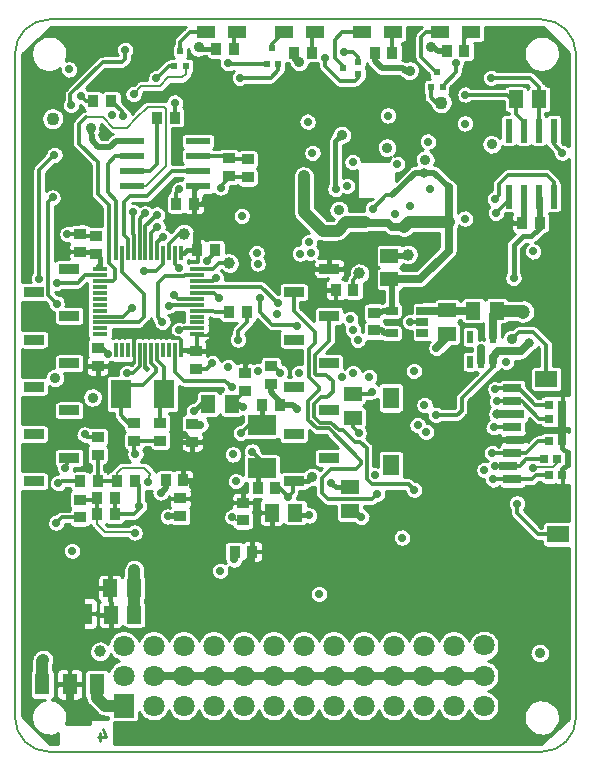
<source format=gbr>
G04 (created by PCBNEW (2013-may-18)-stable) date Ne 10. listopad 2013, 11:38:45 CET*
%MOIN*%
G04 Gerber Fmt 3.4, Leading zero omitted, Abs format*
%FSLAX34Y34*%
G01*
G70*
G90*
G04 APERTURE LIST*
%ADD10C,0.00590551*%
%ADD11C,0.00984252*%
%ADD12R,0.0394X0.0354*%
%ADD13C,0.0708661*%
%ADD14R,0.0708661X0.0787*%
%ADD15R,0.0669X0.0334*%
%ADD16R,0.0394X0.0272*%
%ADD17C,0.0393701*%
%ADD18R,0.0512X0.0709*%
%ADD19R,0.1496X0.0709*%
%ADD20R,0.0236X0.0394*%
%ADD21R,0.0236X0.0787*%
%ADD22R,0.0787X0.0236*%
%ADD23R,0.0472X0.059*%
%ADD24R,0.0354X0.0394*%
%ADD25R,0.059X0.0314*%
%ADD26R,0.0551X0.0708*%
%ADD27R,0.0748X0.0551*%
%ADD28R,0.0118X0.0512*%
%ADD29R,0.0512X0.0118*%
%ADD30R,0.0590551X0.0393701*%
%ADD31R,0.0944882X0.0669291*%
%ADD32R,0.0669291X0.0944882*%
%ADD33R,0.0473X0.059*%
%ADD34R,0.059X0.0472*%
%ADD35R,0.059X0.0473*%
%ADD36C,0.019685*%
%ADD37R,0.0315X0.0275*%
%ADD38R,0.019685X0.023622*%
%ADD39R,0.023622X0.019685*%
%ADD40C,0.0275591*%
%ADD41C,0.0354331*%
%ADD42C,0.0314961*%
%ADD43C,0.0433071*%
%ADD44C,0.0472441*%
%ADD45C,0.019685*%
%ADD46C,0.0275591*%
%ADD47C,0.015748*%
%ADD48C,0.011811*%
%ADD49C,0.00787402*%
%ADD50C,0.0984252*%
%ADD51C,0.0393701*%
G04 APERTURE END LIST*
G54D10*
G54D11*
X2641Y418D02*
X2641Y155D01*
X2735Y568D02*
X2829Y286D01*
X2585Y286D01*
G54D10*
X-196Y944D02*
G75*
G03X944Y-196I1141J0D01*
G74*
G01*
X944Y24212D02*
X17362Y24212D01*
X-196Y944D02*
X-196Y23070D01*
X17362Y-196D02*
X944Y-196D01*
X18503Y23070D02*
X18503Y944D01*
X17362Y-196D02*
G75*
G03X18503Y944I0J1141D01*
G74*
G01*
X944Y24212D02*
G75*
G03X-196Y23070I0J-1141D01*
G74*
G01*
X18503Y23070D02*
G75*
G03X17362Y24212I-1141J0D01*
G74*
G01*
G54D12*
X7559Y18955D03*
X7559Y19547D03*
G54D13*
X15433Y3346D03*
X15433Y2342D03*
X15433Y1338D03*
G54D14*
X3425Y1340D03*
G54D13*
X3425Y2340D03*
X4425Y1340D03*
X4425Y2340D03*
X5425Y1340D03*
X5425Y2340D03*
X6425Y1340D03*
X6425Y2340D03*
X7425Y1340D03*
X7425Y2340D03*
X8425Y1340D03*
X8425Y2340D03*
X9425Y1340D03*
X9425Y2340D03*
X10425Y1340D03*
X10425Y2340D03*
X11425Y1340D03*
X11425Y2340D03*
X12425Y1340D03*
X12425Y2340D03*
X3425Y3340D03*
X4425Y3340D03*
X5425Y3340D03*
X6425Y3340D03*
X7425Y3340D03*
X8425Y3340D03*
X9425Y3340D03*
X10425Y3340D03*
X11425Y3340D03*
X12425Y3340D03*
X13425Y1340D03*
X13425Y2340D03*
X13425Y3340D03*
X14425Y1340D03*
X14429Y2342D03*
X14425Y3340D03*
G54D15*
X10275Y15905D03*
X9094Y15117D03*
X10275Y14330D03*
X9094Y13542D03*
X10275Y12755D03*
X9094Y11968D03*
X10275Y11180D03*
X9094Y10393D03*
X10275Y9605D03*
X9094Y8818D03*
X433Y8818D03*
X1614Y9605D03*
X433Y10393D03*
X1614Y11180D03*
X433Y11968D03*
X1614Y12755D03*
X433Y13542D03*
X1614Y14330D03*
X433Y15117D03*
X1614Y15905D03*
G54D16*
X13386Y14507D03*
X13386Y13759D03*
X13386Y14133D03*
X12362Y13759D03*
X12362Y14507D03*
G54D17*
X5440Y17070D03*
X6937Y16094D03*
G54D18*
X2531Y2049D03*
X1625Y2049D03*
X719Y2049D03*
G54D19*
X1625Y4411D03*
G54D20*
X15725Y12804D03*
X14975Y12804D03*
X15350Y12804D03*
X14975Y13636D03*
X15725Y13636D03*
G54D21*
X17757Y18309D03*
X17257Y18309D03*
X16757Y18309D03*
X16257Y18309D03*
X16257Y20509D03*
X16757Y20509D03*
X17257Y20509D03*
X17757Y20509D03*
G54D22*
X3703Y18659D03*
X3703Y19159D03*
X3703Y19659D03*
X3703Y20159D03*
X5903Y20159D03*
X5903Y19659D03*
X5903Y19159D03*
X5903Y18659D03*
G54D23*
X16495Y21555D03*
X17283Y21555D03*
X15866Y14507D03*
X15078Y14507D03*
G54D24*
X2420Y21496D03*
X3012Y21496D03*
X12382Y23110D03*
X11790Y23110D03*
X14784Y23149D03*
X14192Y23149D03*
X9705Y23110D03*
X9113Y23110D03*
X7107Y23228D03*
X6515Y23228D03*
X1987Y8818D03*
X2579Y8818D03*
G54D12*
X8326Y12658D03*
X8326Y12066D03*
G54D24*
X6948Y14448D03*
X7540Y14448D03*
X3799Y8818D03*
X3207Y8818D03*
X3130Y8267D03*
X2538Y8267D03*
G54D12*
X1968Y7617D03*
X1968Y8209D03*
X7480Y12421D03*
X7480Y11829D03*
G54D25*
X16387Y8886D03*
X16230Y9319D03*
X16387Y9752D03*
X16466Y10185D03*
X16387Y10618D03*
X16466Y11051D03*
X16387Y11484D03*
X16387Y11917D03*
G54D26*
X12332Y11598D03*
X12332Y9354D03*
G54D27*
X17903Y7051D03*
X17509Y12228D03*
G54D28*
X4743Y13189D03*
X4546Y13189D03*
X4349Y13189D03*
X4153Y13189D03*
X3956Y13189D03*
X5334Y13189D03*
X5137Y13189D03*
X4940Y13189D03*
G54D29*
X2637Y13720D03*
X2637Y13917D03*
X2637Y14114D03*
X2637Y14311D03*
X2637Y14508D03*
X2637Y14705D03*
X2637Y14901D03*
X2637Y15098D03*
G54D28*
X3168Y16417D03*
X3365Y16417D03*
X3562Y16417D03*
X3759Y16417D03*
X3956Y16417D03*
X4153Y16417D03*
X4349Y16417D03*
X4546Y16417D03*
G54D29*
X5865Y15886D03*
X5865Y15689D03*
X5865Y15492D03*
X5865Y15295D03*
X5865Y15098D03*
X5865Y14901D03*
X5865Y14705D03*
X5865Y14508D03*
G54D28*
X3759Y13189D03*
X3562Y13189D03*
X3365Y13189D03*
X3168Y13189D03*
G54D29*
X2637Y15295D03*
X2637Y15492D03*
X2637Y15689D03*
X2637Y15886D03*
G54D28*
X4743Y16417D03*
X4940Y16417D03*
X5137Y16417D03*
X5334Y16417D03*
G54D29*
X5865Y14311D03*
X5865Y14114D03*
X5865Y13917D03*
X5865Y13720D03*
G54D30*
X6181Y23779D03*
X7204Y23779D03*
X8779Y23779D03*
X9803Y23779D03*
X13976Y23779D03*
X15000Y23779D03*
X11377Y23779D03*
X12401Y23779D03*
G54D31*
X8031Y9251D03*
X8031Y10708D03*
G54D32*
X3326Y11732D03*
X4783Y11732D03*
G54D23*
X8365Y7775D03*
G54D33*
X9153Y7775D03*
G54D23*
X7027Y11397D03*
G54D33*
X6239Y11397D03*
G54D34*
X12283Y15550D03*
G54D35*
X12283Y16338D03*
G54D34*
X10964Y7834D03*
G54D35*
X10964Y8622D03*
G54D34*
X11062Y11732D03*
G54D35*
X11062Y10944D03*
G54D23*
X2991Y4370D03*
G54D33*
X3779Y4370D03*
G54D34*
X14212Y14523D03*
G54D35*
X14212Y13735D03*
G54D23*
X2972Y5255D03*
G54D33*
X3760Y5255D03*
G54D24*
X8050Y11377D03*
X8642Y11377D03*
X7892Y8582D03*
X8484Y8582D03*
G54D12*
X4645Y10768D03*
X4645Y10176D03*
X3779Y10768D03*
X3779Y10176D03*
G54D24*
X3130Y7716D03*
X2538Y7716D03*
X16711Y17440D03*
X17303Y17440D03*
X11083Y15196D03*
X10491Y15196D03*
G54D12*
X6929Y18995D03*
X6929Y19587D03*
G54D24*
X5138Y20944D03*
X4546Y20944D03*
X7717Y6476D03*
X7125Y6476D03*
G54D12*
X5314Y8248D03*
X5314Y7656D03*
G54D24*
X5414Y8858D03*
X4822Y8858D03*
G54D12*
X5708Y10137D03*
X5708Y10729D03*
X2559Y10296D03*
X2559Y9704D03*
X7401Y8110D03*
X7401Y7518D03*
X2519Y16988D03*
X2519Y16396D03*
G54D24*
X6477Y16535D03*
X5885Y16535D03*
G54D12*
X5826Y12578D03*
X5826Y13170D03*
X2559Y13248D03*
X2559Y12656D03*
X1968Y17067D03*
X1968Y16475D03*
X11775Y14437D03*
X11775Y13845D03*
G54D24*
X5176Y18070D03*
X5768Y18070D03*
G54D36*
X4188Y12547D03*
G54D37*
X17618Y11377D03*
X18050Y11377D03*
X17618Y10157D03*
X18050Y10157D03*
X17618Y9015D03*
X18050Y9015D03*
X17618Y10905D03*
X18050Y10905D03*
X17869Y9566D03*
X17437Y9566D03*
G54D38*
X5511Y22657D03*
X5118Y22657D03*
X5314Y23169D03*
X8582Y22736D03*
X8188Y22736D03*
X8385Y23248D03*
X14055Y21948D03*
X13661Y21948D03*
X13858Y22460D03*
G54D39*
X11240Y22795D03*
X11240Y22401D03*
X10728Y22598D03*
G54D40*
X15039Y15665D03*
X12118Y17015D03*
G54D17*
X2484Y11137D03*
X1070Y3692D03*
G54D41*
X6003Y20799D03*
X4948Y23409D03*
X3409Y23661D03*
G54D40*
X6732Y13425D03*
G54D41*
X6165Y17338D03*
G54D40*
X2744Y20559D03*
X11279Y21409D03*
X6177Y18224D03*
X1921Y22724D03*
X12177Y12610D03*
G54D42*
X15870Y10185D03*
G54D40*
X14122Y8452D03*
X15070Y7775D03*
X5433Y10354D03*
X5748Y8657D03*
X7590Y6169D03*
X2799Y3594D03*
X12409Y6106D03*
X5881Y8334D03*
G54D41*
X9437Y18988D03*
G54D40*
X11740Y17909D03*
G54D42*
X13440Y19110D03*
G54D41*
X14255Y17452D03*
X12956Y22507D03*
X2389Y11610D03*
G54D43*
X1062Y20905D03*
G54D41*
X5921Y23279D03*
X9283Y22803D03*
X13669Y23295D03*
X17299Y3090D03*
G54D17*
X748Y2874D03*
G54D44*
X16740Y14476D03*
G54D40*
X3791Y7110D03*
X4232Y8787D03*
X15830Y17763D03*
X11062Y13870D03*
X15799Y18228D03*
X10976Y14232D03*
X9559Y20807D03*
X4940Y14677D03*
X5114Y15035D03*
X12232Y21011D03*
X4720Y14133D03*
X6909Y12625D03*
X7027Y11956D03*
X7066Y9712D03*
X17070Y16480D03*
X10141Y22929D03*
X6901Y22751D03*
X4519Y22251D03*
G54D41*
X12200Y19940D03*
X13480Y19543D03*
G54D40*
X10874Y18665D03*
G54D41*
X15692Y20047D03*
X10594Y17862D03*
G54D40*
X7362Y17653D03*
G54D43*
X14015Y21437D03*
G54D40*
X11059Y19452D03*
X9720Y19763D03*
G54D17*
X12901Y16377D03*
X11287Y15748D03*
G54D40*
X7244Y13543D03*
X17059Y9267D03*
G54D41*
X1141Y12263D03*
X2342Y20598D03*
G54D40*
X6657Y18610D03*
X1551Y17055D03*
X1192Y15429D03*
X5287Y18547D03*
X5259Y15929D03*
X6192Y16161D03*
X3539Y12437D03*
X5271Y13858D03*
X2893Y13078D03*
X6377Y12755D03*
X1602Y22547D03*
X5767Y11169D03*
X18043Y19771D03*
X16421Y15590D03*
X12972Y14137D03*
G54D41*
X16366Y13559D03*
G54D40*
X16531Y8078D03*
X15354Y13248D03*
X13854Y13259D03*
X15452Y9200D03*
G54D42*
X15870Y11051D03*
G54D40*
X8897Y8307D03*
X9200Y11240D03*
X2125Y10381D03*
X3937Y7992D03*
X3818Y9724D03*
G54D17*
X3779Y5866D03*
X2637Y3149D03*
G54D40*
X11259Y10433D03*
X13098Y12496D03*
X7047Y7637D03*
G54D41*
X9708Y8960D03*
G54D40*
X9614Y7681D03*
X10354Y8771D03*
X9940Y5059D03*
X4657Y8444D03*
X4893Y7645D03*
X7165Y8818D03*
X5984Y10708D03*
X12712Y6940D03*
X7106Y6212D03*
X12547Y19397D03*
X12968Y18003D03*
X14496Y22767D03*
X4102Y15822D03*
X10759Y23133D03*
X4728Y16964D03*
X7299Y22263D03*
X4551Y17283D03*
X3755Y21720D03*
X4535Y17708D03*
X9665Y16433D03*
X9267Y12433D03*
X9311Y16409D03*
X7905Y12496D03*
X14799Y20744D03*
X14811Y17574D03*
X11350Y7629D03*
X10488Y18551D03*
G54D41*
X10696Y20358D03*
G54D40*
X7330Y10421D03*
X7708Y9811D03*
X1240Y8751D03*
X1181Y7440D03*
X1192Y14744D03*
X1059Y18279D03*
X610Y15578D03*
X1118Y19696D03*
X15677Y22267D03*
X14818Y21708D03*
X7397Y11303D03*
X5133Y21440D03*
X2003Y21657D03*
X11692Y11811D03*
X8645Y12444D03*
X3692Y14610D03*
X1677Y21358D03*
X3476Y23196D03*
X3023Y21035D03*
X3732Y17787D03*
X3401Y21007D03*
X4137Y17748D03*
X15759Y10618D03*
X11228Y13535D03*
X15712Y9755D03*
X10700Y12283D03*
X15870Y11480D03*
X13511Y10456D03*
X15818Y11885D03*
X13224Y10696D03*
X15748Y8881D03*
X11610Y12291D03*
X15818Y9326D03*
X11074Y12433D03*
X1700Y6503D03*
X6645Y5838D03*
X13566Y20141D03*
X9610Y16803D03*
X8555Y14755D03*
X12476Y17724D03*
X7893Y16074D03*
X6598Y14925D03*
X8539Y14385D03*
X13649Y18562D03*
X7858Y16437D03*
X6496Y15586D03*
X7964Y14940D03*
X9196Y13980D03*
X13846Y11027D03*
G54D42*
X16952Y13440D03*
G54D40*
X16173Y12795D03*
X13452Y11354D03*
X1476Y9263D03*
X11811Y9015D03*
X11877Y8405D03*
X13110Y8539D03*
G54D45*
X1625Y4411D02*
X1625Y4247D01*
X1625Y4247D02*
X1070Y3692D01*
X15870Y10185D02*
X16465Y10185D01*
X17086Y10500D02*
X18050Y10500D01*
X16811Y10224D02*
X17086Y10500D01*
X16504Y10224D02*
X16811Y10224D01*
X16465Y10185D02*
X16504Y10224D01*
G54D46*
X18050Y10157D02*
X18050Y10500D01*
X18050Y10500D02*
X18050Y10905D01*
X18050Y10905D02*
X18050Y11377D01*
G54D45*
X6003Y20799D02*
X6000Y20799D01*
G54D46*
X5885Y16535D02*
X5885Y17058D01*
X5885Y17058D02*
X6165Y17338D01*
G54D47*
X18050Y9015D02*
X18050Y9219D01*
X18050Y9917D02*
X18050Y10157D01*
X18188Y9779D02*
X18050Y9917D01*
X18188Y9358D02*
X18188Y9779D01*
X18050Y9219D02*
X18188Y9358D01*
G54D48*
X5334Y13189D02*
X5334Y13531D01*
G54D45*
X3759Y13665D02*
X3795Y13700D01*
X3795Y13700D02*
X4889Y13700D01*
G54D48*
X3759Y13665D02*
X3759Y13189D01*
X5019Y13700D02*
X4889Y13700D01*
X5137Y13582D02*
X5019Y13700D01*
X5284Y13582D02*
X5137Y13582D01*
X5334Y13531D02*
X5284Y13582D01*
G54D49*
X3759Y13189D02*
X3759Y12834D01*
X3759Y12834D02*
X3665Y12740D01*
X3665Y12740D02*
X2996Y12740D01*
X2996Y12740D02*
X2912Y12656D01*
X2912Y12656D02*
X2559Y12656D01*
G54D48*
X5768Y18070D02*
X6023Y18070D01*
X6023Y18070D02*
X6177Y18224D01*
X5334Y13189D02*
X5807Y13189D01*
X5865Y13247D02*
X5865Y13720D01*
X5807Y13189D02*
X5865Y13247D01*
X1925Y22720D02*
X1929Y22720D01*
X1921Y22724D02*
X1925Y22720D01*
G54D45*
X15870Y10185D02*
X16466Y10185D01*
X15870Y10185D02*
X15870Y10185D01*
G54D48*
X15070Y7775D02*
X15074Y7775D01*
X5433Y10354D02*
X5491Y10354D01*
X5491Y10354D02*
X5708Y10137D01*
X5547Y8858D02*
X5414Y8858D01*
X5748Y8657D02*
X5547Y8858D01*
G54D49*
X7590Y6169D02*
X7590Y6349D01*
X7590Y6349D02*
X7717Y6476D01*
G54D48*
X2795Y3598D02*
X2728Y3598D01*
X2799Y3594D02*
X2795Y3598D01*
G54D47*
X12409Y6106D02*
X12397Y6118D01*
G54D46*
X5881Y8334D02*
X5870Y8346D01*
G54D45*
X16757Y18309D02*
X16757Y17486D01*
X16757Y17486D02*
X16711Y17440D01*
G54D46*
X1625Y2049D02*
X1625Y1367D01*
X1625Y1367D02*
X1633Y1358D01*
G54D11*
X3759Y13189D02*
X3759Y12767D01*
X3759Y12767D02*
X3759Y12767D01*
G54D47*
X5768Y18070D02*
X5768Y18524D01*
X5768Y18524D02*
X5903Y18659D01*
G54D11*
X5334Y16417D02*
X5432Y16417D01*
G54D47*
X5551Y16535D02*
X5885Y16535D01*
X5432Y16417D02*
X5551Y16535D01*
G54D11*
X2582Y15984D02*
X2582Y15941D01*
X2582Y15941D02*
X2637Y15886D01*
G54D47*
X1968Y16475D02*
X2440Y16475D01*
X2598Y15984D02*
X2582Y15984D01*
X2582Y15984D02*
X2559Y15984D01*
X2637Y16023D02*
X2598Y15984D01*
X2637Y16278D02*
X2637Y16023D01*
X2440Y16475D02*
X2637Y16278D01*
G54D50*
X1625Y4411D02*
X592Y4411D01*
X592Y4411D02*
X590Y4409D01*
X1625Y4411D02*
X1625Y3396D01*
X1625Y3396D02*
X1574Y3346D01*
X1625Y4411D02*
X1625Y5128D01*
X1625Y5128D02*
X1850Y5354D01*
G54D51*
X14255Y17452D02*
X12929Y17452D01*
X9437Y17791D02*
X9437Y18988D01*
X10055Y17173D02*
X9437Y17791D01*
X10570Y17173D02*
X10055Y17173D01*
X10846Y17448D02*
X10570Y17173D01*
X11480Y17448D02*
X10846Y17448D01*
G54D46*
X11492Y17437D02*
X11480Y17448D01*
X12228Y17437D02*
X11492Y17437D01*
X12370Y17295D02*
X12228Y17437D01*
X12771Y17295D02*
X12370Y17295D01*
G54D51*
X12929Y17452D02*
X12771Y17295D01*
G54D45*
X13145Y19110D02*
X13440Y19110D01*
X12381Y18346D02*
X13145Y19110D01*
G54D48*
X12177Y18346D02*
X12381Y18346D01*
X11740Y17909D02*
X12177Y18346D01*
G54D46*
X14255Y17452D02*
X14255Y18625D01*
G54D45*
X13452Y19098D02*
X13440Y19110D01*
X13783Y19098D02*
X13452Y19098D01*
X14255Y18625D02*
X13783Y19098D01*
G54D46*
X12283Y15550D02*
X13294Y15550D01*
X14255Y16511D02*
X14255Y17452D01*
X13294Y15550D02*
X14255Y16511D01*
G54D45*
X12362Y14507D02*
X12362Y15472D01*
X12362Y15472D02*
X12283Y15550D01*
X11775Y14437D02*
X11984Y14437D01*
X12055Y14507D02*
X12362Y14507D01*
X11984Y14437D02*
X12055Y14507D01*
X11790Y23110D02*
X11790Y22831D01*
X12811Y22507D02*
X12956Y22507D01*
X12728Y22590D02*
X12811Y22507D01*
X12031Y22590D02*
X12728Y22590D01*
X11790Y22831D02*
X12031Y22590D01*
G54D47*
X5972Y23228D02*
X6515Y23228D01*
X5921Y23279D02*
X5972Y23228D01*
G54D48*
X9283Y22803D02*
X9185Y22803D01*
X9113Y22874D02*
X9113Y23110D01*
X9185Y22803D02*
X9113Y22874D01*
G54D45*
X13669Y23295D02*
X13744Y23295D01*
X13889Y23149D02*
X14192Y23149D01*
X13744Y23295D02*
X13889Y23149D01*
G54D51*
X719Y2844D02*
X719Y2049D01*
X748Y2874D02*
X719Y2844D01*
G54D46*
X4425Y2340D02*
X5425Y2340D01*
X5425Y2340D02*
X6425Y2340D01*
X6425Y2340D02*
X7425Y2340D01*
X7425Y2340D02*
X8425Y2340D01*
X8425Y2340D02*
X9425Y2340D01*
X9425Y2340D02*
X10425Y2340D01*
X10425Y2340D02*
X11425Y2340D01*
X11425Y2340D02*
X12425Y2340D01*
X12425Y2340D02*
X13425Y2340D01*
X13425Y2340D02*
X13427Y2342D01*
X13427Y2342D02*
X15433Y2342D01*
G54D51*
X16708Y14507D02*
X15866Y14507D01*
X16740Y14476D02*
X16708Y14507D01*
G54D46*
X15725Y13636D02*
X15725Y14366D01*
X15725Y14366D02*
X15866Y14507D01*
G54D49*
X2538Y7394D02*
X2538Y7716D01*
X2799Y7133D02*
X2538Y7394D01*
X3767Y7133D02*
X2799Y7133D01*
X3791Y7110D02*
X3767Y7133D01*
G54D48*
X1968Y8209D02*
X2480Y8209D01*
X2538Y8151D02*
X2538Y7716D01*
X2480Y8209D02*
X2538Y8151D01*
X2559Y9704D02*
X2559Y8839D01*
X2559Y8839D02*
X2579Y8818D01*
G54D49*
X3207Y9105D02*
X3207Y8818D01*
X3374Y9271D02*
X3207Y9105D01*
X4110Y9271D02*
X3374Y9271D01*
X4307Y9074D02*
X4110Y9271D01*
X4208Y8811D02*
X4307Y9074D01*
X4232Y8787D02*
X4208Y8811D01*
G54D48*
X2579Y8818D02*
X3207Y8818D01*
X16257Y18190D02*
X16257Y18309D01*
X15830Y17763D02*
X16257Y18190D01*
X17757Y18797D02*
X17757Y18309D01*
X17523Y19031D02*
X17757Y18797D01*
X16228Y19031D02*
X17523Y19031D01*
X15925Y18728D02*
X16228Y19031D01*
X15925Y18354D02*
X15925Y18728D01*
X15799Y18228D02*
X15925Y18354D01*
X5865Y14705D02*
X4968Y14705D01*
X4968Y14705D02*
X4940Y14677D01*
X5865Y14901D02*
X5248Y14901D01*
X5248Y14901D02*
X5114Y15035D01*
X5480Y15689D02*
X5865Y15689D01*
X5440Y15649D02*
X5480Y15689D01*
X4795Y15649D02*
X5440Y15649D01*
X4559Y15413D02*
X4795Y15649D01*
X4559Y14295D02*
X4559Y15413D01*
X4720Y14133D02*
X4559Y14295D01*
X5137Y12472D02*
X5137Y13189D01*
X5444Y12165D02*
X5137Y12472D01*
X6818Y12165D02*
X5444Y12165D01*
X7027Y11956D02*
X6818Y12165D01*
X13661Y21948D02*
X13661Y21614D01*
X13838Y21437D02*
X14015Y21437D01*
X13661Y21614D02*
X13838Y21437D01*
X11240Y22401D02*
X11240Y22263D01*
X10141Y22653D02*
X10141Y22929D01*
X10629Y22165D02*
X10141Y22653D01*
X11141Y22165D02*
X10629Y22165D01*
X11240Y22263D02*
X11141Y22165D01*
X8188Y22736D02*
X6917Y22736D01*
X6917Y22736D02*
X6901Y22751D01*
X4519Y22251D02*
X4527Y22251D01*
X4933Y22657D02*
X5118Y22657D01*
X4527Y22251D02*
X4933Y22657D01*
G54D45*
X14015Y21437D02*
X14011Y21440D01*
X12283Y16338D02*
X12862Y16338D01*
X12862Y16338D02*
X12901Y16377D01*
G54D48*
X11083Y15196D02*
X11083Y15544D01*
X11083Y15544D02*
X11287Y15748D01*
X7540Y14448D02*
X7540Y14122D01*
X7244Y13826D02*
X7244Y13543D01*
X7540Y14122D02*
X7244Y13826D01*
G54D49*
X17869Y9566D02*
X17869Y9440D01*
X17086Y9295D02*
X17059Y9267D01*
X17724Y9295D02*
X17086Y9295D01*
X17869Y9440D02*
X17724Y9295D01*
G54D45*
X3703Y20159D02*
X3163Y20159D01*
X2366Y20185D02*
X2342Y20598D01*
X2578Y19972D02*
X2366Y20185D01*
X2976Y19972D02*
X2578Y19972D01*
X3163Y20159D02*
X2976Y19972D01*
G54D48*
X7559Y18955D02*
X6968Y18955D01*
X6661Y18648D02*
X6661Y18606D01*
X6968Y18955D02*
X6661Y18648D01*
X2519Y16988D02*
X2047Y16988D01*
X1981Y17055D02*
X1551Y17055D01*
X2047Y16988D02*
X1981Y17055D01*
X2637Y15689D02*
X2153Y15689D01*
X1893Y15429D02*
X1192Y15429D01*
X2153Y15689D02*
X1893Y15429D01*
X5176Y18070D02*
X5176Y18436D01*
X5176Y18436D02*
X5287Y18547D01*
X5137Y16417D02*
X5137Y16051D01*
X5137Y16051D02*
X5259Y15929D01*
X6477Y16535D02*
X6477Y16445D01*
X6477Y16445D02*
X6192Y16161D01*
X3956Y13189D02*
X3956Y12649D01*
X3744Y12437D02*
X3539Y12437D01*
X3956Y12649D02*
X3744Y12437D01*
X5865Y13917D02*
X5523Y13917D01*
X5271Y13889D02*
X5271Y13858D01*
X5523Y13917D02*
X5271Y13889D01*
X2559Y13248D02*
X2723Y13248D01*
X2723Y13248D02*
X2893Y13078D01*
X5826Y12578D02*
X6200Y12578D01*
X6200Y12578D02*
X6377Y12755D01*
X1602Y22547D02*
X1602Y22551D01*
G54D47*
X6239Y11397D02*
X5996Y11397D01*
X5996Y11397D02*
X5767Y11169D01*
G54D48*
X17757Y20509D02*
X17757Y20057D01*
X17757Y20057D02*
X18043Y19771D01*
G54D47*
X17303Y17440D02*
X17303Y17272D01*
X16421Y16685D02*
X16421Y15590D01*
X16724Y16988D02*
X16421Y16685D01*
X17019Y16988D02*
X16724Y16988D01*
X17303Y17272D02*
X17019Y16988D01*
G54D48*
X13386Y14133D02*
X12976Y14133D01*
X12976Y14133D02*
X12972Y14137D01*
X17509Y12228D02*
X17509Y13365D01*
X16598Y13791D02*
X16366Y13559D01*
X17082Y13791D02*
X16598Y13791D01*
X17509Y13365D02*
X17082Y13791D01*
X17903Y7051D02*
X17247Y7051D01*
X16531Y7767D02*
X16531Y8078D01*
X17247Y7051D02*
X16531Y7767D01*
G54D46*
X15350Y12804D02*
X15350Y13244D01*
X15350Y13244D02*
X15354Y13248D01*
X14212Y13735D02*
X14212Y13618D01*
X14212Y13618D02*
X13854Y13259D01*
X15870Y11051D02*
X16466Y11051D01*
X15870Y11051D02*
X15870Y11051D01*
G54D48*
X8897Y8307D02*
X9055Y8464D01*
X8622Y8582D02*
X8897Y8307D01*
X8484Y8582D02*
X8622Y8582D01*
X9055Y8779D02*
X9094Y8818D01*
X9055Y8464D02*
X9055Y8779D01*
X3937Y7992D02*
X3937Y7889D01*
X3763Y7716D02*
X3130Y7716D01*
X3937Y7889D02*
X3763Y7716D01*
G54D45*
X8642Y11377D02*
X9062Y11377D01*
X9062Y11377D02*
X9200Y11240D01*
X8642Y11377D02*
X8642Y11467D01*
X8326Y11783D02*
X8326Y12066D01*
X8642Y11467D02*
X8326Y11783D01*
G54D48*
X2211Y10296D02*
X2559Y10296D01*
X2125Y10381D02*
X2211Y10296D01*
X3937Y7992D02*
X3937Y8681D01*
X3937Y8681D02*
X3799Y8818D01*
X3130Y8267D02*
X3130Y7992D01*
X3130Y7992D02*
X3130Y7716D01*
X3779Y10176D02*
X4645Y10176D01*
X3779Y9763D02*
X3779Y10176D01*
X3818Y9724D02*
X3779Y9763D01*
G54D51*
X3779Y4370D02*
X3779Y5236D01*
X3779Y5236D02*
X3779Y5866D01*
X3779Y5236D02*
X3779Y5236D01*
X2531Y2049D02*
X2531Y1602D01*
X2793Y1340D02*
X3425Y1340D01*
X2531Y1602D02*
X2793Y1340D01*
G54D48*
X11062Y10944D02*
X11062Y10629D01*
X11062Y10629D02*
X11259Y10433D01*
G54D49*
X7401Y7518D02*
X7166Y7518D01*
X7166Y7518D02*
X7047Y7637D01*
X7106Y6212D02*
X7106Y6457D01*
X7106Y6457D02*
X7125Y6476D01*
G54D47*
X9094Y8818D02*
X9566Y8818D01*
X9566Y8818D02*
X9708Y8960D01*
X9614Y7681D02*
X9248Y7681D01*
X9248Y7681D02*
X9153Y7775D01*
X10964Y8622D02*
X10503Y8622D01*
X10503Y8622D02*
X10354Y8771D01*
G54D45*
X4822Y8858D02*
X4822Y8609D01*
X4822Y8609D02*
X4657Y8444D01*
X5314Y7656D02*
X4904Y7656D01*
X4904Y7656D02*
X4893Y7645D01*
G54D48*
X5944Y10748D02*
X5787Y10748D01*
X5984Y10708D02*
X5944Y10748D01*
X7118Y6200D02*
X7153Y6200D01*
X7106Y6212D02*
X7118Y6200D01*
G54D45*
X17303Y17440D02*
X17303Y18263D01*
X17303Y18263D02*
X17257Y18309D01*
G54D48*
X14055Y21948D02*
X14055Y22007D01*
X4743Y16062D02*
X4743Y16417D01*
X4503Y15822D02*
X4102Y15822D01*
X4743Y16062D02*
X4503Y15822D01*
X14496Y22448D02*
X14496Y22767D01*
X14055Y22007D02*
X14496Y22448D01*
X10759Y23133D02*
X11078Y23133D01*
X11240Y22972D02*
X11240Y22795D01*
X11078Y23133D02*
X11240Y22972D01*
X4546Y16417D02*
X4546Y16783D01*
X4546Y16783D02*
X4728Y16964D01*
X8582Y22736D02*
X8582Y22519D01*
X4349Y17082D02*
X4349Y16417D01*
X4349Y17082D02*
X4551Y17283D01*
X8326Y22263D02*
X7299Y22263D01*
X8582Y22519D02*
X8326Y22263D01*
G54D49*
X3755Y21720D02*
X3755Y21732D01*
X5511Y22409D02*
X5511Y22657D01*
X5381Y22279D02*
X5511Y22409D01*
X4917Y22279D02*
X5381Y22279D01*
X4625Y21988D02*
X4917Y22279D01*
X4011Y21988D02*
X4625Y21988D01*
X3755Y21732D02*
X4011Y21988D01*
G54D48*
X4153Y16417D02*
X4153Y17327D01*
X4153Y17327D02*
X4535Y17708D01*
G54D47*
X11145Y7834D02*
X10964Y7834D01*
X11350Y7629D02*
X11145Y7834D01*
X10484Y18696D02*
X10488Y18551D01*
X10484Y20145D02*
X10484Y18696D01*
X10696Y20358D02*
X10484Y20145D01*
G54D48*
X4645Y10768D02*
X4645Y11594D01*
X4645Y11594D02*
X4783Y11732D01*
X4546Y13189D02*
X4546Y12866D01*
X4783Y12629D02*
X4783Y11732D01*
X4546Y12866D02*
X4783Y12629D01*
X3779Y10768D02*
X3578Y10768D01*
X3326Y11019D02*
X3326Y11732D01*
X3578Y10768D02*
X3326Y11019D01*
X4349Y13189D02*
X4349Y12752D01*
X3633Y12039D02*
X3326Y11732D01*
X4078Y12039D02*
X3633Y12039D01*
X4500Y12460D02*
X4078Y12039D01*
X4500Y12602D02*
X4500Y12460D01*
X4349Y12752D02*
X4500Y12602D01*
X4940Y16417D02*
X4940Y16740D01*
X5271Y17070D02*
X5440Y17070D01*
X4940Y16740D02*
X5271Y17070D01*
X7618Y10708D02*
X8031Y10708D01*
X7330Y10421D02*
X7618Y10708D01*
G54D47*
X8031Y10708D02*
X8031Y11358D01*
X8031Y11358D02*
X8050Y11377D01*
G54D48*
X8031Y9488D02*
X8031Y9251D01*
X7708Y9811D02*
X8031Y9488D01*
G54D47*
X7892Y8582D02*
X7892Y9113D01*
X7892Y9113D02*
X8031Y9251D01*
G54D48*
X5314Y23169D02*
X5314Y23468D01*
X5625Y23779D02*
X6181Y23779D01*
X5314Y23468D02*
X5625Y23779D01*
X8385Y23248D02*
X8385Y23385D01*
X8385Y23385D02*
X8779Y23779D01*
X8779Y23744D02*
X8779Y23779D01*
X13858Y22460D02*
X13838Y22460D01*
X13503Y23779D02*
X13976Y23779D01*
X13346Y23622D02*
X13503Y23779D01*
X13346Y22952D02*
X13346Y23622D01*
X13838Y22460D02*
X13346Y22952D01*
G54D49*
X14145Y23779D02*
X13976Y23779D01*
G54D48*
X10728Y22598D02*
X10728Y22657D01*
X10708Y23779D02*
X11377Y23779D01*
X10472Y23543D02*
X10708Y23779D01*
X10472Y22913D02*
X10472Y23543D01*
X10728Y22657D02*
X10472Y22913D01*
X11377Y23751D02*
X11377Y23779D01*
X1987Y8818D02*
X1377Y8818D01*
X1377Y8818D02*
X1240Y8751D01*
X1968Y7617D02*
X1357Y7617D01*
X1357Y7617D02*
X1181Y7440D01*
G54D45*
X12362Y13759D02*
X12110Y13759D01*
X12024Y13845D02*
X11775Y13845D01*
X12110Y13759D02*
X12024Y13845D01*
G54D48*
X913Y15023D02*
X1192Y14744D01*
X913Y18133D02*
X913Y15023D01*
X1059Y18279D02*
X913Y18133D01*
X610Y19188D02*
X610Y15578D01*
X1118Y19696D02*
X610Y19188D01*
G54D46*
X15078Y14507D02*
X14228Y14507D01*
X14228Y14507D02*
X13386Y14507D01*
X14228Y14507D02*
X14228Y14507D01*
G54D48*
X17257Y20509D02*
X17257Y21529D01*
X17257Y21529D02*
X17283Y21555D01*
X17283Y21555D02*
X17283Y21948D01*
X16964Y22267D02*
X15677Y22267D01*
X17283Y21948D02*
X16964Y22267D01*
X16757Y20509D02*
X16757Y20789D01*
X16495Y21051D02*
X16495Y21555D01*
X16757Y20789D02*
X16495Y21051D01*
X16495Y21555D02*
X16342Y21555D01*
X16188Y21708D02*
X14818Y21708D01*
X16342Y21555D02*
X16188Y21708D01*
X7303Y11397D02*
X7027Y11397D01*
X7397Y11303D02*
X7303Y11397D01*
X7027Y11397D02*
X7047Y11397D01*
X7047Y11397D02*
X7480Y11829D01*
X4546Y20944D02*
X4546Y19392D01*
X4312Y19159D02*
X3703Y19159D01*
X4546Y19392D02*
X4312Y19159D01*
X5138Y20944D02*
X5138Y21436D01*
X5138Y21436D02*
X5133Y21440D01*
X2420Y21496D02*
X2165Y21496D01*
X2165Y21496D02*
X2003Y21657D01*
X5903Y19659D02*
X6857Y19659D01*
X6968Y19547D02*
X7559Y19547D01*
X6857Y19659D02*
X6968Y19547D01*
X12382Y23110D02*
X12382Y23760D01*
X12382Y23760D02*
X12401Y23779D01*
X7107Y23228D02*
X7107Y23681D01*
X7107Y23681D02*
X7204Y23779D01*
X14784Y23149D02*
X14784Y23563D01*
X14784Y23563D02*
X15000Y23779D01*
X9705Y23110D02*
X9705Y23681D01*
X9705Y23681D02*
X9803Y23779D01*
X11614Y11732D02*
X11062Y11732D01*
X11692Y11811D02*
X11614Y11732D01*
X4153Y13189D02*
X4153Y12582D01*
X4153Y12582D02*
X4188Y12547D01*
X5865Y15886D02*
X6390Y15886D01*
X6598Y16094D02*
X6937Y16094D01*
X6390Y15886D02*
X6598Y16094D01*
X6948Y14448D02*
X6460Y14448D01*
X6401Y14508D02*
X5865Y14508D01*
X6460Y14448D02*
X6401Y14508D01*
X8432Y12658D02*
X8326Y12658D01*
X8645Y12444D02*
X8432Y12658D01*
X2637Y15492D02*
X3066Y15492D01*
G54D49*
X4179Y18659D02*
X3703Y18659D01*
X4842Y19322D02*
X4179Y18659D01*
X4842Y21228D02*
X4842Y19322D01*
X4767Y21303D02*
X4842Y21228D01*
X4228Y21303D02*
X4767Y21303D01*
X3846Y20921D02*
X4228Y21303D01*
X3531Y20606D02*
X3846Y20921D01*
X3078Y20606D02*
X3531Y20606D01*
X2728Y20956D02*
X3078Y20606D01*
X2177Y20956D02*
X2728Y20956D01*
G54D48*
X1937Y20716D02*
X2177Y20956D01*
X1937Y20074D02*
X1937Y20716D01*
X2559Y19452D02*
X1937Y20074D01*
X2559Y18389D02*
X2559Y19452D01*
X2929Y18019D02*
X2559Y18389D01*
X2929Y16110D02*
X2929Y18019D01*
X3133Y15905D02*
X2929Y16110D01*
X3133Y15559D02*
X3133Y15905D01*
X3066Y15492D02*
X3133Y15559D01*
X3562Y16417D02*
X3562Y16901D01*
X5041Y19159D02*
X5903Y19159D01*
X4212Y18330D02*
X5041Y19159D01*
X3625Y18330D02*
X4212Y18330D01*
X3433Y18137D02*
X3625Y18330D01*
X3433Y17031D02*
X3433Y18137D01*
X3562Y16901D02*
X3433Y17031D01*
X2637Y14311D02*
X3393Y14311D01*
X1677Y21358D02*
X1649Y21385D01*
X1649Y21385D02*
X1649Y21712D01*
X1649Y21712D02*
X2724Y22787D01*
X2724Y22787D02*
X3362Y22787D01*
X3362Y22787D02*
X3476Y22901D01*
X3476Y22901D02*
X3476Y23196D01*
X3393Y14311D02*
X3692Y14610D01*
X3759Y16417D02*
X3759Y17019D01*
X3732Y17047D02*
X3732Y17787D01*
X3759Y17019D02*
X3732Y17047D01*
X3365Y16417D02*
X3365Y15807D01*
X3921Y14114D02*
X2637Y14114D01*
X4118Y14311D02*
X3921Y14114D01*
X4118Y15055D02*
X4118Y14311D01*
X3365Y15807D02*
X4118Y15055D01*
X3956Y16417D02*
X3956Y17567D01*
X3362Y21146D02*
X3012Y21496D01*
X3362Y21047D02*
X3362Y21146D01*
X3401Y21007D02*
X3362Y21047D01*
X3956Y17567D02*
X4137Y17748D01*
X3168Y16417D02*
X3168Y18177D01*
X3139Y19659D02*
X3703Y19659D01*
X2889Y19409D02*
X3139Y19659D01*
X2889Y18456D02*
X2889Y19409D01*
X3168Y18177D02*
X2889Y18456D01*
X15760Y10618D02*
X16387Y10618D01*
X15759Y10618D02*
X15760Y10618D01*
X16387Y9752D02*
X16843Y9752D01*
X17248Y10157D02*
X17618Y10157D01*
X16843Y9752D02*
X17248Y10157D01*
X15715Y9752D02*
X16387Y9752D01*
X15712Y9755D02*
X15715Y9752D01*
X16387Y11484D02*
X16688Y11484D01*
X17267Y10905D02*
X17618Y10905D01*
X16688Y11484D02*
X17267Y10905D01*
X15874Y11484D02*
X16387Y11484D01*
X15870Y11480D02*
X15874Y11484D01*
X16387Y11917D02*
X16610Y11917D01*
X17149Y11377D02*
X17618Y11377D01*
X16610Y11917D02*
X17149Y11377D01*
X15850Y11917D02*
X16387Y11917D01*
X15818Y11885D02*
X15850Y11917D01*
X16387Y8886D02*
X17043Y8886D01*
X17173Y9015D02*
X17618Y9015D01*
X17043Y8886D02*
X17173Y9015D01*
X15752Y8886D02*
X16387Y8886D01*
X15748Y8881D02*
X15752Y8886D01*
X16230Y9319D02*
X16622Y9319D01*
X17417Y9547D02*
X17437Y9566D01*
X16850Y9547D02*
X17417Y9547D01*
X16622Y9319D02*
X16850Y9547D01*
X15826Y9319D02*
X16230Y9319D01*
X15818Y9326D02*
X15826Y9319D01*
X5870Y15291D02*
X5865Y15295D01*
X8019Y15291D02*
X5870Y15291D01*
X8555Y14755D02*
X8019Y15291D01*
X6425Y15098D02*
X5865Y15098D01*
X6598Y14925D02*
X6425Y15098D01*
X6401Y15492D02*
X5865Y15492D01*
X6496Y15586D02*
X6401Y15492D01*
X7964Y14452D02*
X7964Y14940D01*
X8377Y14039D02*
X7964Y14452D01*
X9137Y14039D02*
X8377Y14039D01*
X9196Y13980D02*
X9137Y14039D01*
X15725Y12804D02*
X15725Y12619D01*
X14547Y11027D02*
X13846Y11027D01*
X14692Y11173D02*
X14547Y11027D01*
X14692Y11586D02*
X14692Y11173D01*
X15725Y12619D02*
X14692Y11586D01*
G54D46*
X15725Y12977D02*
X15725Y12804D01*
X15897Y13149D02*
X15725Y12977D01*
X16661Y13149D02*
X15897Y13149D01*
X16952Y13440D02*
X16661Y13149D01*
G54D48*
X1614Y9567D02*
X1614Y9605D01*
X1476Y9263D02*
X1614Y9567D01*
X9094Y14511D02*
X9094Y15117D01*
X9811Y13795D02*
X9094Y14511D01*
X9811Y13440D02*
X9811Y13795D01*
X9606Y13236D02*
X9811Y13440D01*
X9606Y12311D02*
X9606Y13236D01*
X9950Y11967D02*
X9606Y12311D01*
X9950Y11849D02*
X9950Y11967D01*
X9586Y11485D02*
X9950Y11849D01*
X9586Y10872D02*
X9586Y11485D01*
X9876Y10582D02*
X9586Y10872D01*
X10262Y10582D02*
X9876Y10582D01*
X11334Y9510D02*
X10262Y10582D01*
X11334Y9397D02*
X11334Y9510D01*
X11169Y9232D02*
X11334Y9397D01*
X10326Y9232D02*
X11169Y9232D01*
X10035Y8940D02*
X10326Y9232D01*
X10035Y8413D02*
X10035Y8940D01*
X10224Y8224D02*
X10035Y8413D01*
X11696Y8224D02*
X10224Y8224D01*
X11877Y8405D02*
X11696Y8224D01*
X10275Y13511D02*
X10275Y14330D01*
X9799Y13035D02*
X10275Y13511D01*
X9799Y12401D02*
X9799Y13035D01*
X9846Y12354D02*
X9799Y12401D01*
X10185Y12354D02*
X9846Y12354D01*
X10389Y12149D02*
X10185Y12354D01*
X10389Y11807D02*
X10389Y12149D01*
X10204Y11622D02*
X10389Y11807D01*
X9996Y11622D02*
X10204Y11622D01*
X9779Y11405D02*
X9996Y11622D01*
X9779Y10952D02*
X9779Y11405D01*
X9956Y10775D02*
X9779Y10952D01*
X10342Y10775D02*
X9956Y10775D01*
X10594Y10523D02*
X10342Y10775D01*
X10751Y10523D02*
X10594Y10523D01*
X11133Y10141D02*
X10751Y10523D01*
X11311Y10141D02*
X11133Y10141D01*
X11527Y9925D02*
X11311Y10141D01*
X11527Y8905D02*
X11527Y9925D01*
X11708Y8724D02*
X11527Y8905D01*
X12925Y8724D02*
X11708Y8724D01*
X13110Y8539D02*
X12925Y8724D01*
G54D10*
G36*
X2557Y16367D02*
X2549Y16367D01*
X2549Y16359D01*
X2490Y16359D01*
X2490Y16367D01*
X2482Y16367D01*
X2482Y16426D01*
X2490Y16426D01*
X2490Y16434D01*
X2549Y16434D01*
X2549Y16426D01*
X2557Y16426D01*
X2557Y16367D01*
X2557Y16367D01*
G37*
G54D11*
X2557Y16367D02*
X2549Y16367D01*
X2549Y16359D01*
X2490Y16359D01*
X2490Y16367D01*
X2482Y16367D01*
X2482Y16426D01*
X2490Y16426D01*
X2490Y16434D01*
X2549Y16434D01*
X2549Y16426D01*
X2557Y16426D01*
X2557Y16367D01*
G54D10*
G36*
X3055Y20401D02*
X3040Y20393D01*
X3018Y20382D01*
X3017Y20381D01*
X3016Y20380D01*
X2997Y20365D01*
X2978Y20349D01*
X2976Y20348D01*
X2976Y20348D01*
X2976Y20347D01*
X2975Y20347D01*
X2866Y20238D01*
X2688Y20238D01*
X2625Y20301D01*
X2620Y20394D01*
X2643Y20427D01*
X2670Y20489D01*
X2685Y20555D01*
X2687Y20632D01*
X2673Y20698D01*
X2659Y20733D01*
X2932Y20460D01*
X2947Y20448D01*
X2961Y20435D01*
X2962Y20435D01*
X2963Y20434D01*
X2980Y20425D01*
X2997Y20416D01*
X2998Y20415D01*
X2999Y20415D01*
X3017Y20409D01*
X3035Y20404D01*
X3036Y20404D01*
X3037Y20403D01*
X3055Y20401D01*
X3055Y20401D01*
G37*
G54D11*
X3055Y20401D02*
X3040Y20393D01*
X3018Y20382D01*
X3017Y20381D01*
X3016Y20380D01*
X2997Y20365D01*
X2978Y20349D01*
X2976Y20348D01*
X2976Y20348D01*
X2976Y20347D01*
X2975Y20347D01*
X2866Y20238D01*
X2688Y20238D01*
X2625Y20301D01*
X2620Y20394D01*
X2643Y20427D01*
X2670Y20489D01*
X2685Y20555D01*
X2687Y20632D01*
X2673Y20698D01*
X2659Y20733D01*
X2932Y20460D01*
X2947Y20448D01*
X2961Y20435D01*
X2962Y20435D01*
X2963Y20434D01*
X2980Y20425D01*
X2997Y20416D01*
X2998Y20415D01*
X2999Y20415D01*
X3017Y20409D01*
X3035Y20404D01*
X3036Y20404D01*
X3037Y20403D01*
X3055Y20401D01*
G54D10*
G36*
X3730Y12743D02*
X3690Y12703D01*
X3685Y12706D01*
X3630Y12729D01*
X3571Y12741D01*
X3511Y12742D01*
X3452Y12731D01*
X3397Y12708D01*
X3347Y12675D01*
X3304Y12634D01*
X3270Y12584D01*
X3247Y12529D01*
X3234Y12471D01*
X3233Y12411D01*
X3241Y12372D01*
X2975Y12372D01*
X2943Y12365D01*
X2943Y12365D01*
X2943Y12461D01*
X2943Y12580D01*
X2896Y12627D01*
X2588Y12627D01*
X2588Y12339D01*
X2635Y12292D01*
X2739Y12292D01*
X2775Y12292D01*
X2811Y12300D01*
X2845Y12314D01*
X2875Y12334D01*
X2901Y12360D01*
X2921Y12391D01*
X2935Y12425D01*
X2943Y12461D01*
X2943Y12365D01*
X2913Y12353D01*
X2885Y12335D01*
X2862Y12311D01*
X2844Y12284D01*
X2831Y12254D01*
X2824Y12222D01*
X2824Y12189D01*
X2824Y11243D01*
X2831Y11211D01*
X2843Y11180D01*
X2861Y11153D01*
X2884Y11130D01*
X2912Y11111D01*
X2942Y11099D01*
X2974Y11092D01*
X3007Y11092D01*
X3100Y11092D01*
X3100Y11019D01*
X3102Y10998D01*
X3104Y10978D01*
X3104Y10976D01*
X3104Y10975D01*
X3110Y10955D01*
X3116Y10935D01*
X3117Y10934D01*
X3117Y10933D01*
X3127Y10914D01*
X3136Y10896D01*
X3137Y10895D01*
X3138Y10894D01*
X3151Y10878D01*
X3164Y10861D01*
X3166Y10860D01*
X3166Y10860D01*
X3166Y10860D01*
X3166Y10859D01*
X3415Y10611D01*
X3415Y10575D01*
X3421Y10542D01*
X3434Y10512D01*
X3452Y10485D01*
X3464Y10472D01*
X3452Y10460D01*
X3434Y10433D01*
X3421Y10403D01*
X3415Y10371D01*
X3415Y10338D01*
X3415Y9983D01*
X3421Y9950D01*
X3434Y9920D01*
X3452Y9893D01*
X3475Y9869D01*
X3502Y9851D01*
X3532Y9838D01*
X3535Y9838D01*
X3526Y9817D01*
X3514Y9758D01*
X3513Y9698D01*
X3524Y9639D01*
X3546Y9584D01*
X3578Y9533D01*
X3620Y9490D01*
X3638Y9478D01*
X3374Y9478D01*
X3355Y9476D01*
X3335Y9474D01*
X3334Y9474D01*
X3333Y9474D01*
X3315Y9468D01*
X3297Y9463D01*
X3296Y9463D01*
X3295Y9462D01*
X3278Y9453D01*
X3261Y9445D01*
X3260Y9444D01*
X3259Y9443D01*
X3244Y9431D01*
X3229Y9419D01*
X3228Y9418D01*
X3228Y9418D01*
X3228Y9418D01*
X3227Y9417D01*
X3061Y9251D01*
X3049Y9236D01*
X3037Y9222D01*
X3036Y9221D01*
X3036Y9220D01*
X3027Y9203D01*
X3017Y9187D01*
X3017Y9185D01*
X3017Y9185D01*
X3016Y9183D01*
X3014Y9183D01*
X2982Y9176D01*
X2952Y9164D01*
X2924Y9146D01*
X2901Y9123D01*
X2893Y9111D01*
X2886Y9122D01*
X2863Y9145D01*
X2836Y9163D01*
X2806Y9176D01*
X2785Y9180D01*
X2785Y9362D01*
X2804Y9366D01*
X2834Y9378D01*
X2862Y9396D01*
X2885Y9419D01*
X2903Y9447D01*
X2916Y9477D01*
X2923Y9509D01*
X2923Y9542D01*
X2923Y9897D01*
X2917Y9929D01*
X2904Y9959D01*
X2886Y9987D01*
X2873Y10000D01*
X2885Y10011D01*
X2903Y10039D01*
X2916Y10069D01*
X2923Y10101D01*
X2923Y10134D01*
X2923Y10489D01*
X2917Y10521D01*
X2904Y10551D01*
X2886Y10579D01*
X2863Y10602D01*
X2836Y10620D01*
X2805Y10633D01*
X2773Y10640D01*
X2740Y10640D01*
X2734Y10640D01*
X2734Y11644D01*
X2721Y11710D01*
X2695Y11772D01*
X2658Y11829D01*
X2610Y11876D01*
X2554Y11914D01*
X2529Y11925D01*
X2529Y12339D01*
X2529Y12627D01*
X2221Y12627D01*
X2175Y12580D01*
X2175Y12461D01*
X2182Y12425D01*
X2196Y12391D01*
X2216Y12360D01*
X2242Y12334D01*
X2272Y12314D01*
X2306Y12300D01*
X2342Y12292D01*
X2379Y12292D01*
X2482Y12292D01*
X2529Y12339D01*
X2529Y11925D01*
X2492Y11940D01*
X2425Y11954D01*
X2358Y11954D01*
X2292Y11942D01*
X2229Y11917D01*
X2172Y11880D01*
X2124Y11832D01*
X2086Y11776D01*
X2059Y11714D01*
X2045Y11648D01*
X2044Y11581D01*
X2057Y11514D01*
X2081Y11452D01*
X2118Y11395D01*
X2165Y11346D01*
X2220Y11308D01*
X2282Y11281D01*
X2348Y11266D01*
X2416Y11265D01*
X2482Y11276D01*
X2545Y11301D01*
X2602Y11337D01*
X2651Y11384D01*
X2690Y11439D01*
X2718Y11500D01*
X2733Y11566D01*
X2734Y11644D01*
X2734Y10640D01*
X2345Y10640D01*
X2313Y10633D01*
X2303Y10629D01*
X2271Y10651D01*
X2216Y10674D01*
X2158Y10686D01*
X2116Y10687D01*
X2116Y11028D01*
X2116Y11363D01*
X2109Y11396D01*
X2097Y11426D01*
X2079Y11453D01*
X2056Y11477D01*
X2028Y11495D01*
X1998Y11508D01*
X1966Y11514D01*
X1933Y11514D01*
X1263Y11514D01*
X1231Y11508D01*
X1200Y11495D01*
X1173Y11477D01*
X1150Y11454D01*
X1131Y11427D01*
X1119Y11397D01*
X1112Y11365D01*
X1112Y11332D01*
X1112Y10997D01*
X1118Y10964D01*
X1131Y10934D01*
X1149Y10907D01*
X1172Y10883D01*
X1199Y10865D01*
X1230Y10852D01*
X1262Y10846D01*
X1295Y10846D01*
X1965Y10846D01*
X1997Y10852D01*
X2027Y10865D01*
X2055Y10883D01*
X2078Y10906D01*
X2096Y10933D01*
X2109Y10963D01*
X2116Y10995D01*
X2116Y11028D01*
X2116Y10687D01*
X2098Y10687D01*
X2039Y10676D01*
X1983Y10653D01*
X1933Y10620D01*
X1891Y10578D01*
X1857Y10529D01*
X1833Y10474D01*
X1821Y10416D01*
X1820Y10356D01*
X1831Y10297D01*
X1853Y10241D01*
X1885Y10191D01*
X1927Y10148D01*
X1976Y10114D01*
X2031Y10090D01*
X2089Y10077D01*
X2149Y10076D01*
X2156Y10077D01*
X2164Y10074D01*
X2165Y10074D01*
X2167Y10074D01*
X2187Y10071D01*
X2201Y10070D01*
X2201Y10070D01*
X2213Y10040D01*
X2231Y10012D01*
X2244Y9999D01*
X2232Y9988D01*
X2214Y9960D01*
X2201Y9930D01*
X2194Y9898D01*
X2194Y9865D01*
X2194Y9510D01*
X2201Y9478D01*
X2213Y9448D01*
X2231Y9420D01*
X2254Y9397D01*
X2282Y9379D01*
X2312Y9366D01*
X2332Y9362D01*
X2332Y9168D01*
X2323Y9164D01*
X2296Y9146D01*
X2283Y9133D01*
X2271Y9145D01*
X2244Y9163D01*
X2214Y9176D01*
X2182Y9183D01*
X2149Y9183D01*
X1794Y9183D01*
X1769Y9178D01*
X1780Y9225D01*
X1781Y9271D01*
X1965Y9271D01*
X1997Y9277D01*
X2027Y9290D01*
X2055Y9308D01*
X2078Y9331D01*
X2096Y9358D01*
X2109Y9388D01*
X2116Y9420D01*
X2116Y9453D01*
X2116Y9788D01*
X2109Y9821D01*
X2097Y9851D01*
X2079Y9878D01*
X2056Y9902D01*
X2028Y9920D01*
X1998Y9933D01*
X1966Y9939D01*
X1933Y9939D01*
X1263Y9939D01*
X1231Y9933D01*
X1200Y9920D01*
X1173Y9902D01*
X1150Y9879D01*
X1131Y9852D01*
X1119Y9822D01*
X1112Y9790D01*
X1112Y9757D01*
X1112Y9422D01*
X1118Y9389D01*
X1131Y9359D01*
X1149Y9332D01*
X1172Y9308D01*
X1173Y9308D01*
X1171Y9297D01*
X1170Y9238D01*
X1181Y9179D01*
X1203Y9123D01*
X1236Y9073D01*
X1251Y9057D01*
X1212Y9057D01*
X1153Y9046D01*
X1098Y9023D01*
X1048Y8990D01*
X1005Y8949D01*
X971Y8899D01*
X947Y8844D01*
X935Y8786D01*
X935Y8769D01*
X935Y9001D01*
X928Y9034D01*
X916Y9064D01*
X898Y9091D01*
X875Y9115D01*
X847Y9133D01*
X817Y9146D01*
X785Y9152D01*
X752Y9152D01*
X82Y9152D01*
X50Y9146D01*
X49Y9146D01*
X49Y10065D01*
X81Y10059D01*
X114Y10059D01*
X784Y10059D01*
X816Y10065D01*
X846Y10078D01*
X874Y10096D01*
X897Y10119D01*
X915Y10146D01*
X928Y10176D01*
X935Y10208D01*
X935Y10241D01*
X935Y10576D01*
X928Y10609D01*
X916Y10639D01*
X898Y10666D01*
X875Y10690D01*
X847Y10708D01*
X817Y10721D01*
X785Y10727D01*
X752Y10727D01*
X82Y10727D01*
X50Y10721D01*
X49Y10721D01*
X49Y11640D01*
X81Y11634D01*
X114Y11634D01*
X784Y11634D01*
X816Y11640D01*
X846Y11653D01*
X874Y11671D01*
X897Y11694D01*
X915Y11721D01*
X928Y11751D01*
X935Y11783D01*
X935Y11816D01*
X935Y11987D01*
X972Y11961D01*
X1034Y11934D01*
X1100Y11920D01*
X1168Y11918D01*
X1234Y11930D01*
X1297Y11954D01*
X1354Y11991D01*
X1403Y12037D01*
X1442Y12092D01*
X1470Y12154D01*
X1485Y12220D01*
X1486Y12297D01*
X1473Y12363D01*
X1449Y12421D01*
X1965Y12421D01*
X1997Y12427D01*
X2027Y12440D01*
X2055Y12458D01*
X2078Y12481D01*
X2096Y12508D01*
X2109Y12538D01*
X2116Y12570D01*
X2116Y12603D01*
X2116Y12938D01*
X2109Y12971D01*
X2097Y13001D01*
X2079Y13028D01*
X2056Y13052D01*
X2028Y13070D01*
X1998Y13083D01*
X1966Y13089D01*
X1933Y13089D01*
X1263Y13089D01*
X1231Y13083D01*
X1200Y13070D01*
X1173Y13052D01*
X1150Y13029D01*
X1131Y13002D01*
X1119Y12972D01*
X1112Y12940D01*
X1112Y12907D01*
X1112Y12608D01*
X1110Y12608D01*
X1043Y12595D01*
X981Y12570D01*
X924Y12533D01*
X876Y12486D01*
X838Y12430D01*
X811Y12368D01*
X797Y12302D01*
X797Y12300D01*
X785Y12302D01*
X752Y12302D01*
X82Y12302D01*
X50Y12296D01*
X49Y12296D01*
X49Y13214D01*
X81Y13208D01*
X114Y13208D01*
X784Y13208D01*
X816Y13214D01*
X846Y13227D01*
X874Y13245D01*
X897Y13268D01*
X915Y13295D01*
X928Y13325D01*
X935Y13357D01*
X935Y13390D01*
X935Y13725D01*
X928Y13758D01*
X916Y13788D01*
X898Y13815D01*
X875Y13839D01*
X847Y13857D01*
X817Y13870D01*
X785Y13876D01*
X752Y13876D01*
X82Y13876D01*
X50Y13870D01*
X49Y13870D01*
X49Y14789D01*
X81Y14783D01*
X114Y14783D01*
X784Y14783D01*
X816Y14789D01*
X824Y14792D01*
X887Y14729D01*
X887Y14718D01*
X898Y14659D01*
X920Y14603D01*
X952Y14553D01*
X994Y14510D01*
X1043Y14476D01*
X1098Y14452D01*
X1112Y14449D01*
X1112Y14147D01*
X1118Y14114D01*
X1131Y14084D01*
X1149Y14057D01*
X1172Y14033D01*
X1199Y14015D01*
X1230Y14002D01*
X1262Y13996D01*
X1295Y13996D01*
X1965Y13996D01*
X1997Y14002D01*
X2027Y14015D01*
X2055Y14033D01*
X2078Y14056D01*
X2096Y14083D01*
X2109Y14113D01*
X2116Y14145D01*
X2116Y14178D01*
X2116Y14513D01*
X2109Y14546D01*
X2097Y14576D01*
X2079Y14603D01*
X2056Y14627D01*
X2028Y14645D01*
X1998Y14658D01*
X1966Y14664D01*
X1933Y14664D01*
X1487Y14664D01*
X1497Y14705D01*
X1498Y14774D01*
X1486Y14832D01*
X1463Y14888D01*
X1430Y14937D01*
X1388Y14980D01*
X1338Y15013D01*
X1283Y15036D01*
X1224Y15049D01*
X1208Y15049D01*
X1139Y15117D01*
X1139Y15128D01*
X1156Y15124D01*
X1216Y15123D01*
X1275Y15133D01*
X1331Y15155D01*
X1381Y15187D01*
X1397Y15202D01*
X1893Y15202D01*
X1914Y15204D01*
X1935Y15206D01*
X1936Y15206D01*
X1937Y15207D01*
X1957Y15213D01*
X1977Y15218D01*
X1978Y15219D01*
X1979Y15219D01*
X1998Y15229D01*
X2016Y15239D01*
X2017Y15240D01*
X2018Y15240D01*
X2035Y15253D01*
X2051Y15266D01*
X2053Y15268D01*
X2053Y15268D01*
X2053Y15268D01*
X2053Y15269D01*
X2214Y15429D01*
X2214Y15416D01*
X2219Y15393D01*
X2214Y15371D01*
X2214Y15338D01*
X2214Y15219D01*
X2219Y15196D01*
X2214Y15174D01*
X2214Y15141D01*
X2214Y15022D01*
X2219Y14999D01*
X2214Y14977D01*
X2214Y14944D01*
X2214Y14825D01*
X2219Y14803D01*
X2214Y14781D01*
X2214Y14748D01*
X2214Y14629D01*
X2219Y14606D01*
X2214Y14584D01*
X2214Y14551D01*
X2214Y14432D01*
X2219Y14409D01*
X2214Y14387D01*
X2214Y14354D01*
X2214Y14235D01*
X2219Y14212D01*
X2214Y14190D01*
X2214Y14157D01*
X2214Y14038D01*
X2219Y14015D01*
X2214Y13993D01*
X2214Y13960D01*
X2214Y13841D01*
X2219Y13818D01*
X2214Y13796D01*
X2214Y13763D01*
X2214Y13644D01*
X2221Y13612D01*
X2233Y13582D01*
X2251Y13554D01*
X2253Y13553D01*
X2232Y13532D01*
X2214Y13505D01*
X2201Y13475D01*
X2194Y13443D01*
X2194Y13410D01*
X2194Y13055D01*
X2201Y13023D01*
X2213Y12992D01*
X2230Y12966D01*
X2216Y12952D01*
X2196Y12921D01*
X2182Y12888D01*
X2175Y12852D01*
X2175Y12733D01*
X2221Y12686D01*
X2529Y12686D01*
X2529Y12694D01*
X2588Y12694D01*
X2588Y12686D01*
X2896Y12686D01*
X2943Y12733D01*
X2943Y12777D01*
X2976Y12783D01*
X3012Y12797D01*
X3030Y12785D01*
X3060Y12772D01*
X3092Y12765D01*
X3125Y12765D01*
X3244Y12765D01*
X3267Y12770D01*
X3289Y12765D01*
X3322Y12765D01*
X3441Y12765D01*
X3464Y12770D01*
X3486Y12765D01*
X3519Y12765D01*
X3616Y12765D01*
X3646Y12753D01*
X3682Y12746D01*
X3683Y12746D01*
X3730Y12792D01*
X3730Y12746D01*
X3730Y12746D01*
X3730Y12743D01*
X3730Y12743D01*
G37*
G54D11*
X3730Y12743D02*
X3690Y12703D01*
X3685Y12706D01*
X3630Y12729D01*
X3571Y12741D01*
X3511Y12742D01*
X3452Y12731D01*
X3397Y12708D01*
X3347Y12675D01*
X3304Y12634D01*
X3270Y12584D01*
X3247Y12529D01*
X3234Y12471D01*
X3233Y12411D01*
X3241Y12372D01*
X2975Y12372D01*
X2943Y12365D01*
X2943Y12365D01*
X2943Y12461D01*
X2943Y12580D01*
X2896Y12627D01*
X2588Y12627D01*
X2588Y12339D01*
X2635Y12292D01*
X2739Y12292D01*
X2775Y12292D01*
X2811Y12300D01*
X2845Y12314D01*
X2875Y12334D01*
X2901Y12360D01*
X2921Y12391D01*
X2935Y12425D01*
X2943Y12461D01*
X2943Y12365D01*
X2913Y12353D01*
X2885Y12335D01*
X2862Y12311D01*
X2844Y12284D01*
X2831Y12254D01*
X2824Y12222D01*
X2824Y12189D01*
X2824Y11243D01*
X2831Y11211D01*
X2843Y11180D01*
X2861Y11153D01*
X2884Y11130D01*
X2912Y11111D01*
X2942Y11099D01*
X2974Y11092D01*
X3007Y11092D01*
X3100Y11092D01*
X3100Y11019D01*
X3102Y10998D01*
X3104Y10978D01*
X3104Y10976D01*
X3104Y10975D01*
X3110Y10955D01*
X3116Y10935D01*
X3117Y10934D01*
X3117Y10933D01*
X3127Y10914D01*
X3136Y10896D01*
X3137Y10895D01*
X3138Y10894D01*
X3151Y10878D01*
X3164Y10861D01*
X3166Y10860D01*
X3166Y10860D01*
X3166Y10860D01*
X3166Y10859D01*
X3415Y10611D01*
X3415Y10575D01*
X3421Y10542D01*
X3434Y10512D01*
X3452Y10485D01*
X3464Y10472D01*
X3452Y10460D01*
X3434Y10433D01*
X3421Y10403D01*
X3415Y10371D01*
X3415Y10338D01*
X3415Y9983D01*
X3421Y9950D01*
X3434Y9920D01*
X3452Y9893D01*
X3475Y9869D01*
X3502Y9851D01*
X3532Y9838D01*
X3535Y9838D01*
X3526Y9817D01*
X3514Y9758D01*
X3513Y9698D01*
X3524Y9639D01*
X3546Y9584D01*
X3578Y9533D01*
X3620Y9490D01*
X3638Y9478D01*
X3374Y9478D01*
X3355Y9476D01*
X3335Y9474D01*
X3334Y9474D01*
X3333Y9474D01*
X3315Y9468D01*
X3297Y9463D01*
X3296Y9463D01*
X3295Y9462D01*
X3278Y9453D01*
X3261Y9445D01*
X3260Y9444D01*
X3259Y9443D01*
X3244Y9431D01*
X3229Y9419D01*
X3228Y9418D01*
X3228Y9418D01*
X3228Y9418D01*
X3227Y9417D01*
X3061Y9251D01*
X3049Y9236D01*
X3037Y9222D01*
X3036Y9221D01*
X3036Y9220D01*
X3027Y9203D01*
X3017Y9187D01*
X3017Y9185D01*
X3017Y9185D01*
X3016Y9183D01*
X3014Y9183D01*
X2982Y9176D01*
X2952Y9164D01*
X2924Y9146D01*
X2901Y9123D01*
X2893Y9111D01*
X2886Y9122D01*
X2863Y9145D01*
X2836Y9163D01*
X2806Y9176D01*
X2785Y9180D01*
X2785Y9362D01*
X2804Y9366D01*
X2834Y9378D01*
X2862Y9396D01*
X2885Y9419D01*
X2903Y9447D01*
X2916Y9477D01*
X2923Y9509D01*
X2923Y9542D01*
X2923Y9897D01*
X2917Y9929D01*
X2904Y9959D01*
X2886Y9987D01*
X2873Y10000D01*
X2885Y10011D01*
X2903Y10039D01*
X2916Y10069D01*
X2923Y10101D01*
X2923Y10134D01*
X2923Y10489D01*
X2917Y10521D01*
X2904Y10551D01*
X2886Y10579D01*
X2863Y10602D01*
X2836Y10620D01*
X2805Y10633D01*
X2773Y10640D01*
X2740Y10640D01*
X2734Y10640D01*
X2734Y11644D01*
X2721Y11710D01*
X2695Y11772D01*
X2658Y11829D01*
X2610Y11876D01*
X2554Y11914D01*
X2529Y11925D01*
X2529Y12339D01*
X2529Y12627D01*
X2221Y12627D01*
X2175Y12580D01*
X2175Y12461D01*
X2182Y12425D01*
X2196Y12391D01*
X2216Y12360D01*
X2242Y12334D01*
X2272Y12314D01*
X2306Y12300D01*
X2342Y12292D01*
X2379Y12292D01*
X2482Y12292D01*
X2529Y12339D01*
X2529Y11925D01*
X2492Y11940D01*
X2425Y11954D01*
X2358Y11954D01*
X2292Y11942D01*
X2229Y11917D01*
X2172Y11880D01*
X2124Y11832D01*
X2086Y11776D01*
X2059Y11714D01*
X2045Y11648D01*
X2044Y11581D01*
X2057Y11514D01*
X2081Y11452D01*
X2118Y11395D01*
X2165Y11346D01*
X2220Y11308D01*
X2282Y11281D01*
X2348Y11266D01*
X2416Y11265D01*
X2482Y11276D01*
X2545Y11301D01*
X2602Y11337D01*
X2651Y11384D01*
X2690Y11439D01*
X2718Y11500D01*
X2733Y11566D01*
X2734Y11644D01*
X2734Y10640D01*
X2345Y10640D01*
X2313Y10633D01*
X2303Y10629D01*
X2271Y10651D01*
X2216Y10674D01*
X2158Y10686D01*
X2116Y10687D01*
X2116Y11028D01*
X2116Y11363D01*
X2109Y11396D01*
X2097Y11426D01*
X2079Y11453D01*
X2056Y11477D01*
X2028Y11495D01*
X1998Y11508D01*
X1966Y11514D01*
X1933Y11514D01*
X1263Y11514D01*
X1231Y11508D01*
X1200Y11495D01*
X1173Y11477D01*
X1150Y11454D01*
X1131Y11427D01*
X1119Y11397D01*
X1112Y11365D01*
X1112Y11332D01*
X1112Y10997D01*
X1118Y10964D01*
X1131Y10934D01*
X1149Y10907D01*
X1172Y10883D01*
X1199Y10865D01*
X1230Y10852D01*
X1262Y10846D01*
X1295Y10846D01*
X1965Y10846D01*
X1997Y10852D01*
X2027Y10865D01*
X2055Y10883D01*
X2078Y10906D01*
X2096Y10933D01*
X2109Y10963D01*
X2116Y10995D01*
X2116Y11028D01*
X2116Y10687D01*
X2098Y10687D01*
X2039Y10676D01*
X1983Y10653D01*
X1933Y10620D01*
X1891Y10578D01*
X1857Y10529D01*
X1833Y10474D01*
X1821Y10416D01*
X1820Y10356D01*
X1831Y10297D01*
X1853Y10241D01*
X1885Y10191D01*
X1927Y10148D01*
X1976Y10114D01*
X2031Y10090D01*
X2089Y10077D01*
X2149Y10076D01*
X2156Y10077D01*
X2164Y10074D01*
X2165Y10074D01*
X2167Y10074D01*
X2187Y10071D01*
X2201Y10070D01*
X2201Y10070D01*
X2213Y10040D01*
X2231Y10012D01*
X2244Y9999D01*
X2232Y9988D01*
X2214Y9960D01*
X2201Y9930D01*
X2194Y9898D01*
X2194Y9865D01*
X2194Y9510D01*
X2201Y9478D01*
X2213Y9448D01*
X2231Y9420D01*
X2254Y9397D01*
X2282Y9379D01*
X2312Y9366D01*
X2332Y9362D01*
X2332Y9168D01*
X2323Y9164D01*
X2296Y9146D01*
X2283Y9133D01*
X2271Y9145D01*
X2244Y9163D01*
X2214Y9176D01*
X2182Y9183D01*
X2149Y9183D01*
X1794Y9183D01*
X1769Y9178D01*
X1780Y9225D01*
X1781Y9271D01*
X1965Y9271D01*
X1997Y9277D01*
X2027Y9290D01*
X2055Y9308D01*
X2078Y9331D01*
X2096Y9358D01*
X2109Y9388D01*
X2116Y9420D01*
X2116Y9453D01*
X2116Y9788D01*
X2109Y9821D01*
X2097Y9851D01*
X2079Y9878D01*
X2056Y9902D01*
X2028Y9920D01*
X1998Y9933D01*
X1966Y9939D01*
X1933Y9939D01*
X1263Y9939D01*
X1231Y9933D01*
X1200Y9920D01*
X1173Y9902D01*
X1150Y9879D01*
X1131Y9852D01*
X1119Y9822D01*
X1112Y9790D01*
X1112Y9757D01*
X1112Y9422D01*
X1118Y9389D01*
X1131Y9359D01*
X1149Y9332D01*
X1172Y9308D01*
X1173Y9308D01*
X1171Y9297D01*
X1170Y9238D01*
X1181Y9179D01*
X1203Y9123D01*
X1236Y9073D01*
X1251Y9057D01*
X1212Y9057D01*
X1153Y9046D01*
X1098Y9023D01*
X1048Y8990D01*
X1005Y8949D01*
X971Y8899D01*
X947Y8844D01*
X935Y8786D01*
X935Y8769D01*
X935Y9001D01*
X928Y9034D01*
X916Y9064D01*
X898Y9091D01*
X875Y9115D01*
X847Y9133D01*
X817Y9146D01*
X785Y9152D01*
X752Y9152D01*
X82Y9152D01*
X50Y9146D01*
X49Y9146D01*
X49Y10065D01*
X81Y10059D01*
X114Y10059D01*
X784Y10059D01*
X816Y10065D01*
X846Y10078D01*
X874Y10096D01*
X897Y10119D01*
X915Y10146D01*
X928Y10176D01*
X935Y10208D01*
X935Y10241D01*
X935Y10576D01*
X928Y10609D01*
X916Y10639D01*
X898Y10666D01*
X875Y10690D01*
X847Y10708D01*
X817Y10721D01*
X785Y10727D01*
X752Y10727D01*
X82Y10727D01*
X50Y10721D01*
X49Y10721D01*
X49Y11640D01*
X81Y11634D01*
X114Y11634D01*
X784Y11634D01*
X816Y11640D01*
X846Y11653D01*
X874Y11671D01*
X897Y11694D01*
X915Y11721D01*
X928Y11751D01*
X935Y11783D01*
X935Y11816D01*
X935Y11987D01*
X972Y11961D01*
X1034Y11934D01*
X1100Y11920D01*
X1168Y11918D01*
X1234Y11930D01*
X1297Y11954D01*
X1354Y11991D01*
X1403Y12037D01*
X1442Y12092D01*
X1470Y12154D01*
X1485Y12220D01*
X1486Y12297D01*
X1473Y12363D01*
X1449Y12421D01*
X1965Y12421D01*
X1997Y12427D01*
X2027Y12440D01*
X2055Y12458D01*
X2078Y12481D01*
X2096Y12508D01*
X2109Y12538D01*
X2116Y12570D01*
X2116Y12603D01*
X2116Y12938D01*
X2109Y12971D01*
X2097Y13001D01*
X2079Y13028D01*
X2056Y13052D01*
X2028Y13070D01*
X1998Y13083D01*
X1966Y13089D01*
X1933Y13089D01*
X1263Y13089D01*
X1231Y13083D01*
X1200Y13070D01*
X1173Y13052D01*
X1150Y13029D01*
X1131Y13002D01*
X1119Y12972D01*
X1112Y12940D01*
X1112Y12907D01*
X1112Y12608D01*
X1110Y12608D01*
X1043Y12595D01*
X981Y12570D01*
X924Y12533D01*
X876Y12486D01*
X838Y12430D01*
X811Y12368D01*
X797Y12302D01*
X797Y12300D01*
X785Y12302D01*
X752Y12302D01*
X82Y12302D01*
X50Y12296D01*
X49Y12296D01*
X49Y13214D01*
X81Y13208D01*
X114Y13208D01*
X784Y13208D01*
X816Y13214D01*
X846Y13227D01*
X874Y13245D01*
X897Y13268D01*
X915Y13295D01*
X928Y13325D01*
X935Y13357D01*
X935Y13390D01*
X935Y13725D01*
X928Y13758D01*
X916Y13788D01*
X898Y13815D01*
X875Y13839D01*
X847Y13857D01*
X817Y13870D01*
X785Y13876D01*
X752Y13876D01*
X82Y13876D01*
X50Y13870D01*
X49Y13870D01*
X49Y14789D01*
X81Y14783D01*
X114Y14783D01*
X784Y14783D01*
X816Y14789D01*
X824Y14792D01*
X887Y14729D01*
X887Y14718D01*
X898Y14659D01*
X920Y14603D01*
X952Y14553D01*
X994Y14510D01*
X1043Y14476D01*
X1098Y14452D01*
X1112Y14449D01*
X1112Y14147D01*
X1118Y14114D01*
X1131Y14084D01*
X1149Y14057D01*
X1172Y14033D01*
X1199Y14015D01*
X1230Y14002D01*
X1262Y13996D01*
X1295Y13996D01*
X1965Y13996D01*
X1997Y14002D01*
X2027Y14015D01*
X2055Y14033D01*
X2078Y14056D01*
X2096Y14083D01*
X2109Y14113D01*
X2116Y14145D01*
X2116Y14178D01*
X2116Y14513D01*
X2109Y14546D01*
X2097Y14576D01*
X2079Y14603D01*
X2056Y14627D01*
X2028Y14645D01*
X1998Y14658D01*
X1966Y14664D01*
X1933Y14664D01*
X1487Y14664D01*
X1497Y14705D01*
X1498Y14774D01*
X1486Y14832D01*
X1463Y14888D01*
X1430Y14937D01*
X1388Y14980D01*
X1338Y15013D01*
X1283Y15036D01*
X1224Y15049D01*
X1208Y15049D01*
X1139Y15117D01*
X1139Y15128D01*
X1156Y15124D01*
X1216Y15123D01*
X1275Y15133D01*
X1331Y15155D01*
X1381Y15187D01*
X1397Y15202D01*
X1893Y15202D01*
X1914Y15204D01*
X1935Y15206D01*
X1936Y15206D01*
X1937Y15207D01*
X1957Y15213D01*
X1977Y15218D01*
X1978Y15219D01*
X1979Y15219D01*
X1998Y15229D01*
X2016Y15239D01*
X2017Y15240D01*
X2018Y15240D01*
X2035Y15253D01*
X2051Y15266D01*
X2053Y15268D01*
X2053Y15268D01*
X2053Y15268D01*
X2053Y15269D01*
X2214Y15429D01*
X2214Y15416D01*
X2219Y15393D01*
X2214Y15371D01*
X2214Y15338D01*
X2214Y15219D01*
X2219Y15196D01*
X2214Y15174D01*
X2214Y15141D01*
X2214Y15022D01*
X2219Y14999D01*
X2214Y14977D01*
X2214Y14944D01*
X2214Y14825D01*
X2219Y14803D01*
X2214Y14781D01*
X2214Y14748D01*
X2214Y14629D01*
X2219Y14606D01*
X2214Y14584D01*
X2214Y14551D01*
X2214Y14432D01*
X2219Y14409D01*
X2214Y14387D01*
X2214Y14354D01*
X2214Y14235D01*
X2219Y14212D01*
X2214Y14190D01*
X2214Y14157D01*
X2214Y14038D01*
X2219Y14015D01*
X2214Y13993D01*
X2214Y13960D01*
X2214Y13841D01*
X2219Y13818D01*
X2214Y13796D01*
X2214Y13763D01*
X2214Y13644D01*
X2221Y13612D01*
X2233Y13582D01*
X2251Y13554D01*
X2253Y13553D01*
X2232Y13532D01*
X2214Y13505D01*
X2201Y13475D01*
X2194Y13443D01*
X2194Y13410D01*
X2194Y13055D01*
X2201Y13023D01*
X2213Y12992D01*
X2230Y12966D01*
X2216Y12952D01*
X2196Y12921D01*
X2182Y12888D01*
X2175Y12852D01*
X2175Y12733D01*
X2221Y12686D01*
X2529Y12686D01*
X2529Y12694D01*
X2588Y12694D01*
X2588Y12686D01*
X2896Y12686D01*
X2943Y12733D01*
X2943Y12777D01*
X2976Y12783D01*
X3012Y12797D01*
X3030Y12785D01*
X3060Y12772D01*
X3092Y12765D01*
X3125Y12765D01*
X3244Y12765D01*
X3267Y12770D01*
X3289Y12765D01*
X3322Y12765D01*
X3441Y12765D01*
X3464Y12770D01*
X3486Y12765D01*
X3519Y12765D01*
X3616Y12765D01*
X3646Y12753D01*
X3682Y12746D01*
X3683Y12746D01*
X3730Y12792D01*
X3730Y12746D01*
X3730Y12746D01*
X3730Y12743D01*
G54D10*
G36*
X5447Y14212D02*
X5442Y14190D01*
X5442Y14157D01*
X5442Y14136D01*
X5407Y14132D01*
X5362Y14151D01*
X5303Y14163D01*
X5243Y14163D01*
X5185Y14152D01*
X5129Y14129D01*
X5079Y14097D01*
X5036Y14055D01*
X5002Y14005D01*
X4979Y13950D01*
X4966Y13892D01*
X4966Y13832D01*
X4976Y13773D01*
X4998Y13718D01*
X5031Y13667D01*
X5072Y13624D01*
X5090Y13612D01*
X5062Y13612D01*
X5039Y13607D01*
X5017Y13612D01*
X4984Y13612D01*
X4865Y13612D01*
X4842Y13607D01*
X4820Y13612D01*
X4787Y13612D01*
X4668Y13612D01*
X4645Y13607D01*
X4623Y13612D01*
X4590Y13612D01*
X4471Y13612D01*
X4448Y13607D01*
X4426Y13612D01*
X4393Y13612D01*
X4274Y13612D01*
X4251Y13607D01*
X4230Y13612D01*
X4197Y13612D01*
X4078Y13612D01*
X4055Y13607D01*
X4033Y13612D01*
X4000Y13612D01*
X3903Y13612D01*
X3873Y13625D01*
X3837Y13632D01*
X3836Y13632D01*
X3789Y13585D01*
X3789Y13573D01*
X3768Y13552D01*
X3759Y13539D01*
X3752Y13551D01*
X3730Y13573D01*
X3730Y13585D01*
X3683Y13632D01*
X3682Y13632D01*
X3646Y13625D01*
X3616Y13612D01*
X3606Y13612D01*
X3487Y13612D01*
X3464Y13607D01*
X3442Y13612D01*
X3409Y13612D01*
X3290Y13612D01*
X3267Y13607D01*
X3245Y13612D01*
X3212Y13612D01*
X3093Y13612D01*
X3061Y13606D01*
X3050Y13601D01*
X3054Y13611D01*
X3061Y13643D01*
X3061Y13676D01*
X3061Y13795D01*
X3056Y13818D01*
X3061Y13840D01*
X3061Y13873D01*
X3061Y13887D01*
X3921Y13887D01*
X3942Y13889D01*
X3962Y13891D01*
X3964Y13891D01*
X3965Y13892D01*
X3985Y13898D01*
X4005Y13903D01*
X4006Y13904D01*
X4007Y13904D01*
X4025Y13914D01*
X4044Y13924D01*
X4045Y13925D01*
X4046Y13925D01*
X4062Y13938D01*
X4079Y13951D01*
X4080Y13953D01*
X4080Y13953D01*
X4080Y13953D01*
X4081Y13954D01*
X4278Y14150D01*
X4291Y14167D01*
X4304Y14183D01*
X4305Y14184D01*
X4306Y14185D01*
X4316Y14203D01*
X4326Y14221D01*
X4326Y14222D01*
X4327Y14224D01*
X4333Y14244D01*
X4336Y14254D01*
X4336Y14253D01*
X4336Y14252D01*
X4336Y14251D01*
X4343Y14231D01*
X4348Y14211D01*
X4349Y14210D01*
X4349Y14209D01*
X4359Y14190D01*
X4369Y14171D01*
X4369Y14171D01*
X4370Y14170D01*
X4383Y14153D01*
X4396Y14137D01*
X4398Y14135D01*
X4398Y14135D01*
X4398Y14135D01*
X4398Y14135D01*
X4415Y14119D01*
X4414Y14108D01*
X4425Y14049D01*
X4447Y13993D01*
X4480Y13943D01*
X4521Y13900D01*
X4570Y13866D01*
X4625Y13842D01*
X4684Y13829D01*
X4743Y13828D01*
X4802Y13838D01*
X4858Y13860D01*
X4909Y13892D01*
X4952Y13933D01*
X4987Y13982D01*
X5011Y14037D01*
X5024Y14095D01*
X5025Y14163D01*
X5013Y14222D01*
X4991Y14277D01*
X4958Y14327D01*
X4915Y14370D01*
X4912Y14372D01*
X4964Y14371D01*
X5023Y14381D01*
X5079Y14403D01*
X5129Y14435D01*
X5173Y14476D01*
X5174Y14478D01*
X5442Y14478D01*
X5442Y14432D01*
X5447Y14409D01*
X5442Y14387D01*
X5442Y14354D01*
X5442Y14235D01*
X5447Y14212D01*
X5447Y14212D01*
G37*
G54D11*
X5447Y14212D02*
X5442Y14190D01*
X5442Y14157D01*
X5442Y14136D01*
X5407Y14132D01*
X5362Y14151D01*
X5303Y14163D01*
X5243Y14163D01*
X5185Y14152D01*
X5129Y14129D01*
X5079Y14097D01*
X5036Y14055D01*
X5002Y14005D01*
X4979Y13950D01*
X4966Y13892D01*
X4966Y13832D01*
X4976Y13773D01*
X4998Y13718D01*
X5031Y13667D01*
X5072Y13624D01*
X5090Y13612D01*
X5062Y13612D01*
X5039Y13607D01*
X5017Y13612D01*
X4984Y13612D01*
X4865Y13612D01*
X4842Y13607D01*
X4820Y13612D01*
X4787Y13612D01*
X4668Y13612D01*
X4645Y13607D01*
X4623Y13612D01*
X4590Y13612D01*
X4471Y13612D01*
X4448Y13607D01*
X4426Y13612D01*
X4393Y13612D01*
X4274Y13612D01*
X4251Y13607D01*
X4230Y13612D01*
X4197Y13612D01*
X4078Y13612D01*
X4055Y13607D01*
X4033Y13612D01*
X4000Y13612D01*
X3903Y13612D01*
X3873Y13625D01*
X3837Y13632D01*
X3836Y13632D01*
X3789Y13585D01*
X3789Y13573D01*
X3768Y13552D01*
X3759Y13539D01*
X3752Y13551D01*
X3730Y13573D01*
X3730Y13585D01*
X3683Y13632D01*
X3682Y13632D01*
X3646Y13625D01*
X3616Y13612D01*
X3606Y13612D01*
X3487Y13612D01*
X3464Y13607D01*
X3442Y13612D01*
X3409Y13612D01*
X3290Y13612D01*
X3267Y13607D01*
X3245Y13612D01*
X3212Y13612D01*
X3093Y13612D01*
X3061Y13606D01*
X3050Y13601D01*
X3054Y13611D01*
X3061Y13643D01*
X3061Y13676D01*
X3061Y13795D01*
X3056Y13818D01*
X3061Y13840D01*
X3061Y13873D01*
X3061Y13887D01*
X3921Y13887D01*
X3942Y13889D01*
X3962Y13891D01*
X3964Y13891D01*
X3965Y13892D01*
X3985Y13898D01*
X4005Y13903D01*
X4006Y13904D01*
X4007Y13904D01*
X4025Y13914D01*
X4044Y13924D01*
X4045Y13925D01*
X4046Y13925D01*
X4062Y13938D01*
X4079Y13951D01*
X4080Y13953D01*
X4080Y13953D01*
X4080Y13953D01*
X4081Y13954D01*
X4278Y14150D01*
X4291Y14167D01*
X4304Y14183D01*
X4305Y14184D01*
X4306Y14185D01*
X4316Y14203D01*
X4326Y14221D01*
X4326Y14222D01*
X4327Y14224D01*
X4333Y14244D01*
X4336Y14254D01*
X4336Y14253D01*
X4336Y14252D01*
X4336Y14251D01*
X4343Y14231D01*
X4348Y14211D01*
X4349Y14210D01*
X4349Y14209D01*
X4359Y14190D01*
X4369Y14171D01*
X4369Y14171D01*
X4370Y14170D01*
X4383Y14153D01*
X4396Y14137D01*
X4398Y14135D01*
X4398Y14135D01*
X4398Y14135D01*
X4398Y14135D01*
X4415Y14119D01*
X4414Y14108D01*
X4425Y14049D01*
X4447Y13993D01*
X4480Y13943D01*
X4521Y13900D01*
X4570Y13866D01*
X4625Y13842D01*
X4684Y13829D01*
X4743Y13828D01*
X4802Y13838D01*
X4858Y13860D01*
X4909Y13892D01*
X4952Y13933D01*
X4987Y13982D01*
X5011Y14037D01*
X5024Y14095D01*
X5025Y14163D01*
X5013Y14222D01*
X4991Y14277D01*
X4958Y14327D01*
X4915Y14370D01*
X4912Y14372D01*
X4964Y14371D01*
X5023Y14381D01*
X5079Y14403D01*
X5129Y14435D01*
X5173Y14476D01*
X5174Y14478D01*
X5442Y14478D01*
X5442Y14432D01*
X5447Y14409D01*
X5442Y14387D01*
X5442Y14354D01*
X5442Y14235D01*
X5447Y14212D01*
G54D10*
G36*
X5940Y18629D02*
X5932Y18629D01*
X5932Y18622D01*
X5873Y18622D01*
X5873Y18629D01*
X5865Y18629D01*
X5865Y18688D01*
X5873Y18688D01*
X5873Y18696D01*
X5932Y18696D01*
X5932Y18688D01*
X5940Y18688D01*
X5940Y18629D01*
X5940Y18629D01*
G37*
G54D11*
X5940Y18629D02*
X5932Y18629D01*
X5932Y18622D01*
X5873Y18622D01*
X5873Y18629D01*
X5865Y18629D01*
X5865Y18688D01*
X5873Y18688D01*
X5873Y18696D01*
X5932Y18696D01*
X5932Y18688D01*
X5940Y18688D01*
X5940Y18629D01*
G54D10*
G36*
X9379Y12716D02*
X9358Y12725D01*
X9299Y12737D01*
X9239Y12738D01*
X9181Y12727D01*
X9125Y12704D01*
X9075Y12672D01*
X9032Y12630D01*
X8999Y12580D01*
X8975Y12525D01*
X8963Y12467D01*
X8962Y12407D01*
X8972Y12348D01*
X8991Y12302D01*
X8916Y12302D01*
X8936Y12348D01*
X8949Y12406D01*
X8950Y12474D01*
X8939Y12533D01*
X8916Y12588D01*
X8883Y12638D01*
X8841Y12681D01*
X8791Y12714D01*
X8736Y12737D01*
X8691Y12747D01*
X8691Y12851D01*
X8684Y12883D01*
X8672Y12914D01*
X8654Y12941D01*
X8630Y12964D01*
X8603Y12983D01*
X8573Y12995D01*
X8541Y13002D01*
X8508Y13002D01*
X8113Y13002D01*
X8081Y12996D01*
X8050Y12983D01*
X8023Y12965D01*
X8000Y12942D01*
X7981Y12915D01*
X7969Y12884D01*
X7962Y12852D01*
X7962Y12819D01*
X7962Y12795D01*
X7937Y12800D01*
X7877Y12801D01*
X7818Y12790D01*
X7763Y12767D01*
X7761Y12766D01*
X7732Y12778D01*
X7696Y12785D01*
X7660Y12786D01*
X7556Y12785D01*
X7509Y12739D01*
X7509Y12451D01*
X7517Y12451D01*
X7517Y12392D01*
X7509Y12392D01*
X7509Y12384D01*
X7450Y12384D01*
X7450Y12392D01*
X7442Y12392D01*
X7442Y12451D01*
X7450Y12451D01*
X7450Y12739D01*
X7404Y12785D01*
X7300Y12786D01*
X7263Y12785D01*
X7227Y12778D01*
X7193Y12764D01*
X7184Y12758D01*
X7180Y12769D01*
X7147Y12819D01*
X7104Y12862D01*
X7055Y12895D01*
X7000Y12918D01*
X6941Y12930D01*
X6881Y12931D01*
X6822Y12920D01*
X6767Y12897D01*
X6717Y12864D01*
X6675Y12823D01*
X6671Y12844D01*
X6648Y12899D01*
X6615Y12949D01*
X6573Y12992D01*
X6523Y13025D01*
X6468Y13048D01*
X6410Y13060D01*
X6350Y13061D01*
X6308Y13053D01*
X6291Y13050D01*
X6235Y13027D01*
X6210Y13011D01*
X6210Y13093D01*
X6164Y13140D01*
X5856Y13140D01*
X5856Y13132D01*
X5797Y13132D01*
X5797Y13140D01*
X5553Y13140D01*
X5534Y13159D01*
X5364Y13159D01*
X5364Y13151D01*
X5364Y13151D01*
X5364Y13226D01*
X5364Y13226D01*
X5364Y13218D01*
X5470Y13218D01*
X5489Y13199D01*
X5797Y13199D01*
X5797Y13207D01*
X5856Y13207D01*
X5856Y13199D01*
X6164Y13199D01*
X6210Y13246D01*
X6210Y13365D01*
X6203Y13401D01*
X6189Y13435D01*
X6169Y13465D01*
X6157Y13477D01*
X6176Y13481D01*
X6210Y13495D01*
X6240Y13515D01*
X6266Y13541D01*
X6287Y13571D01*
X6301Y13605D01*
X6308Y13641D01*
X6308Y13644D01*
X6262Y13690D01*
X5895Y13690D01*
X5895Y13682D01*
X5836Y13682D01*
X5836Y13690D01*
X5828Y13690D01*
X5828Y13690D01*
X6138Y13690D01*
X6170Y13697D01*
X6200Y13709D01*
X6228Y13727D01*
X6250Y13749D01*
X6262Y13749D01*
X6308Y13796D01*
X6308Y13798D01*
X6301Y13834D01*
X6289Y13863D01*
X6289Y13873D01*
X6289Y13992D01*
X6284Y14015D01*
X6289Y14037D01*
X6289Y14070D01*
X6289Y14189D01*
X6284Y14212D01*
X6289Y14234D01*
X6289Y14267D01*
X6289Y14281D01*
X6309Y14281D01*
X6316Y14275D01*
X6332Y14262D01*
X6333Y14261D01*
X6334Y14260D01*
X6353Y14250D01*
X6371Y14240D01*
X6372Y14240D01*
X6373Y14239D01*
X6393Y14233D01*
X6413Y14227D01*
X6414Y14227D01*
X6415Y14226D01*
X6436Y14224D01*
X6457Y14222D01*
X6459Y14222D01*
X6459Y14222D01*
X6459Y14222D01*
X6460Y14222D01*
X6606Y14222D01*
X6610Y14203D01*
X6622Y14172D01*
X6640Y14145D01*
X6663Y14122D01*
X6691Y14103D01*
X6721Y14091D01*
X6753Y14084D01*
X6786Y14084D01*
X7141Y14084D01*
X7173Y14090D01*
X7198Y14100D01*
X7084Y13986D01*
X7070Y13970D01*
X7057Y13954D01*
X7056Y13953D01*
X7055Y13952D01*
X7046Y13934D01*
X7036Y13915D01*
X7035Y13914D01*
X7035Y13913D01*
X7028Y13893D01*
X7022Y13873D01*
X7022Y13872D01*
X7022Y13871D01*
X7020Y13850D01*
X7017Y13829D01*
X7017Y13827D01*
X7017Y13827D01*
X7017Y13827D01*
X7017Y13826D01*
X7017Y13748D01*
X7009Y13740D01*
X6975Y13691D01*
X6951Y13636D01*
X6939Y13577D01*
X6938Y13517D01*
X6949Y13458D01*
X6971Y13403D01*
X7003Y13352D01*
X7045Y13309D01*
X7094Y13275D01*
X7149Y13251D01*
X7207Y13238D01*
X7267Y13237D01*
X7326Y13248D01*
X7382Y13269D01*
X7432Y13301D01*
X7476Y13342D01*
X7510Y13391D01*
X7535Y13446D01*
X7548Y13504D01*
X7549Y13573D01*
X7537Y13631D01*
X7514Y13687D01*
X7481Y13737D01*
X7478Y13740D01*
X7700Y13962D01*
X7713Y13978D01*
X7726Y13994D01*
X7727Y13995D01*
X7728Y13996D01*
X7738Y14015D01*
X7748Y14033D01*
X7748Y14034D01*
X7749Y14035D01*
X7755Y14055D01*
X7761Y14075D01*
X7761Y14076D01*
X7762Y14078D01*
X7763Y14090D01*
X7765Y14090D01*
X7796Y14103D01*
X7823Y14121D01*
X7846Y14144D01*
X7864Y14171D01*
X7877Y14202D01*
X7880Y14216D01*
X8217Y13879D01*
X8234Y13866D01*
X8250Y13852D01*
X8251Y13852D01*
X8252Y13851D01*
X8270Y13841D01*
X8288Y13831D01*
X8289Y13830D01*
X8290Y13830D01*
X8310Y13824D01*
X8330Y13817D01*
X8332Y13817D01*
X8333Y13817D01*
X8354Y13815D01*
X8374Y13813D01*
X8377Y13812D01*
X8377Y13812D01*
X8377Y13812D01*
X8377Y13812D01*
X8627Y13812D01*
X8611Y13789D01*
X8599Y13759D01*
X8592Y13727D01*
X8592Y13694D01*
X8592Y13359D01*
X8598Y13326D01*
X8611Y13296D01*
X8629Y13269D01*
X8652Y13245D01*
X8679Y13227D01*
X8710Y13214D01*
X8742Y13208D01*
X8775Y13208D01*
X9379Y13208D01*
X9379Y12716D01*
X9379Y12716D01*
G37*
G54D11*
X9379Y12716D02*
X9358Y12725D01*
X9299Y12737D01*
X9239Y12738D01*
X9181Y12727D01*
X9125Y12704D01*
X9075Y12672D01*
X9032Y12630D01*
X8999Y12580D01*
X8975Y12525D01*
X8963Y12467D01*
X8962Y12407D01*
X8972Y12348D01*
X8991Y12302D01*
X8916Y12302D01*
X8936Y12348D01*
X8949Y12406D01*
X8950Y12474D01*
X8939Y12533D01*
X8916Y12588D01*
X8883Y12638D01*
X8841Y12681D01*
X8791Y12714D01*
X8736Y12737D01*
X8691Y12747D01*
X8691Y12851D01*
X8684Y12883D01*
X8672Y12914D01*
X8654Y12941D01*
X8630Y12964D01*
X8603Y12983D01*
X8573Y12995D01*
X8541Y13002D01*
X8508Y13002D01*
X8113Y13002D01*
X8081Y12996D01*
X8050Y12983D01*
X8023Y12965D01*
X8000Y12942D01*
X7981Y12915D01*
X7969Y12884D01*
X7962Y12852D01*
X7962Y12819D01*
X7962Y12795D01*
X7937Y12800D01*
X7877Y12801D01*
X7818Y12790D01*
X7763Y12767D01*
X7761Y12766D01*
X7732Y12778D01*
X7696Y12785D01*
X7660Y12786D01*
X7556Y12785D01*
X7509Y12739D01*
X7509Y12451D01*
X7517Y12451D01*
X7517Y12392D01*
X7509Y12392D01*
X7509Y12384D01*
X7450Y12384D01*
X7450Y12392D01*
X7442Y12392D01*
X7442Y12451D01*
X7450Y12451D01*
X7450Y12739D01*
X7404Y12785D01*
X7300Y12786D01*
X7263Y12785D01*
X7227Y12778D01*
X7193Y12764D01*
X7184Y12758D01*
X7180Y12769D01*
X7147Y12819D01*
X7104Y12862D01*
X7055Y12895D01*
X7000Y12918D01*
X6941Y12930D01*
X6881Y12931D01*
X6822Y12920D01*
X6767Y12897D01*
X6717Y12864D01*
X6675Y12823D01*
X6671Y12844D01*
X6648Y12899D01*
X6615Y12949D01*
X6573Y12992D01*
X6523Y13025D01*
X6468Y13048D01*
X6410Y13060D01*
X6350Y13061D01*
X6308Y13053D01*
X6291Y13050D01*
X6235Y13027D01*
X6210Y13011D01*
X6210Y13093D01*
X6164Y13140D01*
X5856Y13140D01*
X5856Y13132D01*
X5797Y13132D01*
X5797Y13140D01*
X5553Y13140D01*
X5534Y13159D01*
X5364Y13159D01*
X5364Y13151D01*
X5364Y13151D01*
X5364Y13226D01*
X5364Y13226D01*
X5364Y13218D01*
X5470Y13218D01*
X5489Y13199D01*
X5797Y13199D01*
X5797Y13207D01*
X5856Y13207D01*
X5856Y13199D01*
X6164Y13199D01*
X6210Y13246D01*
X6210Y13365D01*
X6203Y13401D01*
X6189Y13435D01*
X6169Y13465D01*
X6157Y13477D01*
X6176Y13481D01*
X6210Y13495D01*
X6240Y13515D01*
X6266Y13541D01*
X6287Y13571D01*
X6301Y13605D01*
X6308Y13641D01*
X6308Y13644D01*
X6262Y13690D01*
X5895Y13690D01*
X5895Y13682D01*
X5836Y13682D01*
X5836Y13690D01*
X5828Y13690D01*
X5828Y13690D01*
X6138Y13690D01*
X6170Y13697D01*
X6200Y13709D01*
X6228Y13727D01*
X6250Y13749D01*
X6262Y13749D01*
X6308Y13796D01*
X6308Y13798D01*
X6301Y13834D01*
X6289Y13863D01*
X6289Y13873D01*
X6289Y13992D01*
X6284Y14015D01*
X6289Y14037D01*
X6289Y14070D01*
X6289Y14189D01*
X6284Y14212D01*
X6289Y14234D01*
X6289Y14267D01*
X6289Y14281D01*
X6309Y14281D01*
X6316Y14275D01*
X6332Y14262D01*
X6333Y14261D01*
X6334Y14260D01*
X6353Y14250D01*
X6371Y14240D01*
X6372Y14240D01*
X6373Y14239D01*
X6393Y14233D01*
X6413Y14227D01*
X6414Y14227D01*
X6415Y14226D01*
X6436Y14224D01*
X6457Y14222D01*
X6459Y14222D01*
X6459Y14222D01*
X6459Y14222D01*
X6460Y14222D01*
X6606Y14222D01*
X6610Y14203D01*
X6622Y14172D01*
X6640Y14145D01*
X6663Y14122D01*
X6691Y14103D01*
X6721Y14091D01*
X6753Y14084D01*
X6786Y14084D01*
X7141Y14084D01*
X7173Y14090D01*
X7198Y14100D01*
X7084Y13986D01*
X7070Y13970D01*
X7057Y13954D01*
X7056Y13953D01*
X7055Y13952D01*
X7046Y13934D01*
X7036Y13915D01*
X7035Y13914D01*
X7035Y13913D01*
X7028Y13893D01*
X7022Y13873D01*
X7022Y13872D01*
X7022Y13871D01*
X7020Y13850D01*
X7017Y13829D01*
X7017Y13827D01*
X7017Y13827D01*
X7017Y13827D01*
X7017Y13826D01*
X7017Y13748D01*
X7009Y13740D01*
X6975Y13691D01*
X6951Y13636D01*
X6939Y13577D01*
X6938Y13517D01*
X6949Y13458D01*
X6971Y13403D01*
X7003Y13352D01*
X7045Y13309D01*
X7094Y13275D01*
X7149Y13251D01*
X7207Y13238D01*
X7267Y13237D01*
X7326Y13248D01*
X7382Y13269D01*
X7432Y13301D01*
X7476Y13342D01*
X7510Y13391D01*
X7535Y13446D01*
X7548Y13504D01*
X7549Y13573D01*
X7537Y13631D01*
X7514Y13687D01*
X7481Y13737D01*
X7478Y13740D01*
X7700Y13962D01*
X7713Y13978D01*
X7726Y13994D01*
X7727Y13995D01*
X7728Y13996D01*
X7738Y14015D01*
X7748Y14033D01*
X7748Y14034D01*
X7749Y14035D01*
X7755Y14055D01*
X7761Y14075D01*
X7761Y14076D01*
X7762Y14078D01*
X7763Y14090D01*
X7765Y14090D01*
X7796Y14103D01*
X7823Y14121D01*
X7846Y14144D01*
X7864Y14171D01*
X7877Y14202D01*
X7880Y14216D01*
X8217Y13879D01*
X8234Y13866D01*
X8250Y13852D01*
X8251Y13852D01*
X8252Y13851D01*
X8270Y13841D01*
X8288Y13831D01*
X8289Y13830D01*
X8290Y13830D01*
X8310Y13824D01*
X8330Y13817D01*
X8332Y13817D01*
X8333Y13817D01*
X8354Y13815D01*
X8374Y13813D01*
X8377Y13812D01*
X8377Y13812D01*
X8377Y13812D01*
X8377Y13812D01*
X8627Y13812D01*
X8611Y13789D01*
X8599Y13759D01*
X8592Y13727D01*
X8592Y13694D01*
X8592Y13359D01*
X8598Y13326D01*
X8611Y13296D01*
X8629Y13269D01*
X8652Y13245D01*
X8679Y13227D01*
X8710Y13214D01*
X8742Y13208D01*
X8775Y13208D01*
X9379Y13208D01*
X9379Y12716D01*
G54D10*
G36*
X16795Y18279D02*
X16787Y18279D01*
X16787Y18272D01*
X16728Y18272D01*
X16728Y18279D01*
X16720Y18279D01*
X16720Y18338D01*
X16728Y18338D01*
X16728Y18346D01*
X16787Y18346D01*
X16787Y18338D01*
X16795Y18338D01*
X16795Y18279D01*
X16795Y18279D01*
G37*
G54D11*
X16795Y18279D02*
X16787Y18279D01*
X16787Y18272D01*
X16728Y18272D01*
X16728Y18279D01*
X16720Y18279D01*
X16720Y18338D01*
X16728Y18338D01*
X16728Y18346D01*
X16787Y18346D01*
X16787Y18338D01*
X16795Y18338D01*
X16795Y18279D01*
G54D10*
G36*
X18257Y9334D02*
X18226Y9340D01*
X18168Y9340D01*
X18174Y9349D01*
X18187Y9379D01*
X18194Y9411D01*
X18194Y9444D01*
X18194Y9720D01*
X18187Y9753D01*
X18175Y9783D01*
X18157Y9810D01*
X18135Y9832D01*
X18226Y9832D01*
X18257Y9839D01*
X18257Y9334D01*
X18257Y9334D01*
G37*
G54D11*
X18257Y9334D02*
X18226Y9340D01*
X18168Y9340D01*
X18174Y9349D01*
X18187Y9379D01*
X18194Y9411D01*
X18194Y9444D01*
X18194Y9720D01*
X18187Y9753D01*
X18175Y9783D01*
X18157Y9810D01*
X18135Y9832D01*
X18226Y9832D01*
X18257Y9839D01*
X18257Y9334D01*
G54D10*
G36*
X18257Y887D02*
X17962Y617D01*
X17962Y1003D01*
X17939Y1119D01*
X17894Y1228D01*
X17829Y1326D01*
X17746Y1409D01*
X17649Y1475D01*
X17643Y1477D01*
X17643Y3124D01*
X17630Y3190D01*
X17604Y3253D01*
X17567Y3309D01*
X17519Y3357D01*
X17463Y3395D01*
X17401Y3421D01*
X17335Y3434D01*
X17267Y3435D01*
X17201Y3422D01*
X17138Y3397D01*
X17082Y3360D01*
X17034Y3313D01*
X16995Y3257D01*
X16969Y3195D01*
X16955Y3129D01*
X16954Y3061D01*
X16966Y2995D01*
X16991Y2932D01*
X17027Y2875D01*
X17074Y2826D01*
X17130Y2788D01*
X17192Y2761D01*
X17258Y2746D01*
X17325Y2745D01*
X17392Y2757D01*
X17455Y2781D01*
X17512Y2817D01*
X17561Y2864D01*
X17600Y2919D01*
X17627Y2981D01*
X17642Y3047D01*
X17643Y3124D01*
X17643Y1477D01*
X17540Y1521D01*
X17425Y1544D01*
X17307Y1545D01*
X17191Y1523D01*
X17082Y1479D01*
X16984Y1415D01*
X16900Y1332D01*
X16833Y1235D01*
X16787Y1127D01*
X16762Y1012D01*
X16761Y894D01*
X16782Y778D01*
X16825Y669D01*
X16889Y570D01*
X16971Y485D01*
X17067Y418D01*
X17175Y371D01*
X17290Y345D01*
X17408Y343D01*
X17524Y363D01*
X17634Y406D01*
X17733Y469D01*
X17818Y550D01*
X17886Y646D01*
X17934Y754D01*
X17960Y869D01*
X17962Y1003D01*
X17962Y617D01*
X17343Y49D01*
X12490Y49D01*
X12440Y49D01*
X3120Y49D01*
X3120Y779D01*
X3795Y779D01*
X3828Y786D01*
X3858Y798D01*
X3885Y816D01*
X3909Y840D01*
X3927Y867D01*
X3940Y897D01*
X3946Y929D01*
X3946Y962D01*
X3946Y1131D01*
X3958Y1101D01*
X4014Y1015D01*
X4085Y941D01*
X4169Y883D01*
X4263Y842D01*
X4363Y820D01*
X4465Y818D01*
X4566Y835D01*
X4661Y872D01*
X4747Y927D01*
X4821Y998D01*
X4880Y1081D01*
X4922Y1175D01*
X4925Y1186D01*
X4958Y1101D01*
X5014Y1015D01*
X5085Y941D01*
X5169Y883D01*
X5263Y842D01*
X5363Y820D01*
X5465Y818D01*
X5566Y835D01*
X5661Y872D01*
X5747Y927D01*
X5821Y998D01*
X5880Y1081D01*
X5922Y1175D01*
X5925Y1186D01*
X5958Y1101D01*
X6014Y1015D01*
X6085Y941D01*
X6169Y883D01*
X6263Y842D01*
X6363Y820D01*
X6465Y818D01*
X6566Y835D01*
X6661Y872D01*
X6747Y927D01*
X6821Y998D01*
X6880Y1081D01*
X6922Y1175D01*
X6925Y1186D01*
X6958Y1101D01*
X7014Y1015D01*
X7085Y941D01*
X7169Y883D01*
X7263Y842D01*
X7363Y820D01*
X7465Y818D01*
X7566Y835D01*
X7661Y872D01*
X7747Y927D01*
X7821Y998D01*
X7880Y1081D01*
X7922Y1175D01*
X7925Y1186D01*
X7958Y1101D01*
X8014Y1015D01*
X8085Y941D01*
X8169Y883D01*
X8263Y842D01*
X8363Y820D01*
X8465Y818D01*
X8566Y835D01*
X8661Y872D01*
X8747Y927D01*
X8821Y998D01*
X8880Y1081D01*
X8922Y1175D01*
X8925Y1186D01*
X8958Y1101D01*
X9014Y1015D01*
X9085Y941D01*
X9169Y883D01*
X9263Y842D01*
X9363Y820D01*
X9465Y818D01*
X9566Y835D01*
X9661Y872D01*
X9747Y927D01*
X9821Y998D01*
X9880Y1081D01*
X9922Y1175D01*
X9925Y1186D01*
X9958Y1101D01*
X10014Y1015D01*
X10085Y941D01*
X10169Y883D01*
X10263Y842D01*
X10363Y820D01*
X10465Y818D01*
X10566Y835D01*
X10661Y872D01*
X10747Y927D01*
X10821Y998D01*
X10880Y1081D01*
X10922Y1175D01*
X10925Y1186D01*
X10958Y1101D01*
X11014Y1015D01*
X11085Y941D01*
X11169Y883D01*
X11263Y842D01*
X11363Y820D01*
X11465Y818D01*
X11566Y835D01*
X11661Y872D01*
X11747Y927D01*
X11821Y998D01*
X11880Y1081D01*
X11922Y1175D01*
X11925Y1186D01*
X11958Y1101D01*
X12014Y1015D01*
X12085Y941D01*
X12169Y883D01*
X12263Y842D01*
X12363Y820D01*
X12465Y818D01*
X12490Y822D01*
X12566Y835D01*
X12661Y872D01*
X12747Y927D01*
X12821Y998D01*
X12880Y1081D01*
X12922Y1175D01*
X12925Y1186D01*
X12958Y1101D01*
X13014Y1015D01*
X13085Y941D01*
X13169Y883D01*
X13263Y842D01*
X13363Y820D01*
X13465Y818D01*
X13566Y835D01*
X13661Y872D01*
X13747Y927D01*
X13821Y998D01*
X13880Y1081D01*
X13922Y1175D01*
X13925Y1186D01*
X13958Y1101D01*
X14014Y1015D01*
X14085Y941D01*
X14169Y883D01*
X14263Y842D01*
X14363Y820D01*
X14465Y818D01*
X14566Y835D01*
X14661Y872D01*
X14747Y927D01*
X14821Y998D01*
X14880Y1081D01*
X14922Y1175D01*
X14928Y1199D01*
X14929Y1194D01*
X14966Y1098D01*
X15022Y1012D01*
X15093Y939D01*
X15177Y881D01*
X15271Y840D01*
X15371Y818D01*
X15473Y815D01*
X15574Y833D01*
X15669Y870D01*
X15755Y925D01*
X15829Y996D01*
X15888Y1079D01*
X15930Y1173D01*
X15953Y1272D01*
X15954Y1389D01*
X15934Y1490D01*
X15895Y1584D01*
X15839Y1669D01*
X15767Y1742D01*
X15682Y1799D01*
X15588Y1839D01*
X15581Y1840D01*
X15669Y1874D01*
X15755Y1929D01*
X15829Y2000D01*
X15888Y2083D01*
X15930Y2177D01*
X15953Y2276D01*
X15954Y2393D01*
X15934Y2494D01*
X15895Y2588D01*
X15839Y2673D01*
X15767Y2746D01*
X15682Y2803D01*
X15588Y2843D01*
X15581Y2844D01*
X15669Y2878D01*
X15755Y2933D01*
X15829Y3003D01*
X15888Y3087D01*
X15930Y3181D01*
X15953Y3280D01*
X15954Y3397D01*
X15934Y3497D01*
X15895Y3592D01*
X15839Y3677D01*
X15767Y3750D01*
X15682Y3807D01*
X15588Y3847D01*
X15487Y3867D01*
X15385Y3868D01*
X15285Y3849D01*
X15190Y3810D01*
X15104Y3754D01*
X15031Y3683D01*
X14973Y3598D01*
X14933Y3504D01*
X14928Y3483D01*
X14927Y3492D01*
X14888Y3586D01*
X14831Y3672D01*
X14759Y3744D01*
X14674Y3801D01*
X14580Y3841D01*
X14479Y3862D01*
X14377Y3862D01*
X14277Y3843D01*
X14182Y3805D01*
X14096Y3749D01*
X14023Y3677D01*
X13965Y3593D01*
X13925Y3499D01*
X13925Y3496D01*
X13888Y3586D01*
X13831Y3672D01*
X13816Y3686D01*
X13816Y10486D01*
X13805Y10545D01*
X13782Y10600D01*
X13749Y10650D01*
X13707Y10692D01*
X13657Y10726D01*
X13602Y10749D01*
X13543Y10761D01*
X13522Y10761D01*
X13517Y10785D01*
X13495Y10840D01*
X13462Y10890D01*
X13419Y10933D01*
X13370Y10966D01*
X13315Y10989D01*
X13256Y11001D01*
X13196Y11002D01*
X13137Y10990D01*
X13082Y10968D01*
X13032Y10935D01*
X12989Y10893D01*
X12955Y10844D01*
X12932Y10789D01*
X12919Y10731D01*
X12918Y10671D01*
X12929Y10612D01*
X12951Y10556D01*
X12984Y10506D01*
X13025Y10463D01*
X13074Y10429D01*
X13129Y10405D01*
X13188Y10392D01*
X13213Y10391D01*
X13217Y10372D01*
X13239Y10316D01*
X13271Y10266D01*
X13313Y10223D01*
X13362Y10189D01*
X13417Y10165D01*
X13475Y10152D01*
X13535Y10151D01*
X13594Y10161D01*
X13650Y10183D01*
X13700Y10215D01*
X13743Y10256D01*
X13778Y10305D01*
X13802Y10359D01*
X13815Y10418D01*
X13816Y10486D01*
X13816Y3686D01*
X13759Y3744D01*
X13674Y3801D01*
X13580Y3841D01*
X13479Y3862D01*
X13377Y3862D01*
X13277Y3843D01*
X13182Y3805D01*
X13096Y3749D01*
X13023Y3677D01*
X13017Y3668D01*
X13017Y6970D01*
X13006Y7029D01*
X12983Y7084D01*
X12950Y7134D01*
X12908Y7177D01*
X12858Y7210D01*
X12803Y7233D01*
X12744Y7245D01*
X12684Y7246D01*
X12626Y7235D01*
X12570Y7212D01*
X12520Y7179D01*
X12490Y7150D01*
X12477Y7138D01*
X12443Y7088D01*
X12420Y7033D01*
X12407Y6975D01*
X12407Y6915D01*
X12417Y6856D01*
X12439Y6800D01*
X12472Y6750D01*
X12490Y6732D01*
X12513Y6707D01*
X12563Y6673D01*
X12617Y6649D01*
X12676Y6636D01*
X12736Y6635D01*
X12795Y6645D01*
X12850Y6667D01*
X12901Y6699D01*
X12944Y6740D01*
X12979Y6789D01*
X13003Y6844D01*
X13016Y6902D01*
X13017Y6970D01*
X13017Y3668D01*
X12965Y3593D01*
X12925Y3499D01*
X12925Y3496D01*
X12888Y3586D01*
X12831Y3672D01*
X12759Y3744D01*
X12674Y3801D01*
X12580Y3841D01*
X12490Y3859D01*
X12479Y3862D01*
X12377Y3862D01*
X12277Y3843D01*
X12182Y3805D01*
X12096Y3749D01*
X12023Y3677D01*
X11965Y3593D01*
X11925Y3499D01*
X11925Y3496D01*
X11888Y3586D01*
X11831Y3672D01*
X11759Y3744D01*
X11674Y3801D01*
X11580Y3841D01*
X11479Y3862D01*
X11377Y3862D01*
X11277Y3843D01*
X11182Y3805D01*
X11096Y3749D01*
X11023Y3677D01*
X10965Y3593D01*
X10925Y3499D01*
X10925Y3496D01*
X10888Y3586D01*
X10831Y3672D01*
X10759Y3744D01*
X10674Y3801D01*
X10580Y3841D01*
X10479Y3862D01*
X10377Y3862D01*
X10277Y3843D01*
X10246Y3830D01*
X10246Y5088D01*
X10234Y5147D01*
X10211Y5202D01*
X10178Y5252D01*
X10136Y5295D01*
X10086Y5328D01*
X10031Y5351D01*
X9972Y5363D01*
X9913Y5364D01*
X9854Y5353D01*
X9798Y5330D01*
X9748Y5297D01*
X9706Y5256D01*
X9672Y5206D01*
X9648Y5151D01*
X9636Y5093D01*
X9635Y5033D01*
X9646Y4974D01*
X9668Y4918D01*
X9700Y4868D01*
X9742Y4825D01*
X9791Y4791D01*
X9846Y4767D01*
X9904Y4754D01*
X9964Y4753D01*
X10023Y4763D01*
X10079Y4785D01*
X10129Y4817D01*
X10173Y4858D01*
X10207Y4907D01*
X10231Y4962D01*
X10245Y5020D01*
X10246Y5088D01*
X10246Y3830D01*
X10182Y3805D01*
X10096Y3749D01*
X10023Y3677D01*
X9965Y3593D01*
X9925Y3499D01*
X9925Y3496D01*
X9888Y3586D01*
X9831Y3672D01*
X9759Y3744D01*
X9674Y3801D01*
X9580Y3841D01*
X9479Y3862D01*
X9377Y3862D01*
X9277Y3843D01*
X9182Y3805D01*
X9096Y3749D01*
X9023Y3677D01*
X8965Y3593D01*
X8925Y3499D01*
X8925Y3496D01*
X8888Y3586D01*
X8831Y3672D01*
X8759Y3744D01*
X8674Y3801D01*
X8580Y3841D01*
X8479Y3862D01*
X8377Y3862D01*
X8336Y3854D01*
X8336Y7340D01*
X8336Y7746D01*
X7989Y7746D01*
X7942Y7699D01*
X7942Y7497D01*
X7942Y7460D01*
X7950Y7425D01*
X7964Y7391D01*
X7985Y7360D01*
X8011Y7334D01*
X8041Y7314D01*
X8075Y7300D01*
X8111Y7293D01*
X8289Y7293D01*
X8336Y7340D01*
X8336Y3854D01*
X8277Y3843D01*
X8182Y3805D01*
X8096Y3749D01*
X8081Y3734D01*
X8081Y6296D01*
X8081Y6656D01*
X8081Y6693D01*
X8073Y6728D01*
X8059Y6762D01*
X8039Y6793D01*
X8013Y6818D01*
X7982Y6839D01*
X7948Y6853D01*
X7912Y6860D01*
X7793Y6860D01*
X7785Y6852D01*
X7785Y7915D01*
X7785Y8034D01*
X7738Y8081D01*
X7431Y8081D01*
X7431Y8073D01*
X7372Y8073D01*
X7372Y8081D01*
X7372Y8140D01*
X7372Y8428D01*
X7325Y8474D01*
X7221Y8475D01*
X7184Y8474D01*
X7149Y8467D01*
X7115Y8453D01*
X7084Y8432D01*
X7058Y8406D01*
X7038Y8376D01*
X7024Y8342D01*
X7017Y8306D01*
X7017Y8187D01*
X7064Y8140D01*
X7372Y8140D01*
X7372Y8081D01*
X7064Y8081D01*
X7017Y8034D01*
X7017Y7942D01*
X6960Y7931D01*
X6905Y7909D01*
X6855Y7876D01*
X6812Y7834D01*
X6778Y7785D01*
X6755Y7730D01*
X6742Y7671D01*
X6741Y7612D01*
X6752Y7553D01*
X6774Y7497D01*
X6806Y7447D01*
X6848Y7404D01*
X6897Y7370D01*
X6952Y7346D01*
X7010Y7333D01*
X7037Y7332D01*
X7037Y7325D01*
X7043Y7293D01*
X7056Y7263D01*
X7074Y7235D01*
X7097Y7212D01*
X7124Y7194D01*
X7154Y7181D01*
X7187Y7174D01*
X7219Y7174D01*
X7614Y7174D01*
X7647Y7181D01*
X7677Y7193D01*
X7704Y7211D01*
X7728Y7234D01*
X7746Y7261D01*
X7759Y7292D01*
X7765Y7324D01*
X7766Y7357D01*
X7765Y7712D01*
X7759Y7744D01*
X7747Y7774D01*
X7729Y7800D01*
X7744Y7815D01*
X7764Y7845D01*
X7778Y7879D01*
X7785Y7915D01*
X7785Y6852D01*
X7746Y6813D01*
X7746Y6505D01*
X8034Y6505D01*
X8081Y6552D01*
X8081Y6656D01*
X8081Y6296D01*
X8081Y6400D01*
X8034Y6446D01*
X7746Y6446D01*
X7746Y6139D01*
X7793Y6092D01*
X7912Y6092D01*
X7948Y6099D01*
X7982Y6113D01*
X8013Y6133D01*
X8039Y6159D01*
X8059Y6190D01*
X8073Y6223D01*
X8081Y6259D01*
X8081Y6296D01*
X8081Y3734D01*
X8023Y3677D01*
X7965Y3593D01*
X7925Y3499D01*
X7925Y3496D01*
X7888Y3586D01*
X7831Y3672D01*
X7759Y3744D01*
X7687Y3792D01*
X7687Y6139D01*
X7687Y6446D01*
X7679Y6446D01*
X7679Y6505D01*
X7687Y6505D01*
X7687Y6813D01*
X7640Y6860D01*
X7521Y6860D01*
X7485Y6853D01*
X7452Y6839D01*
X7421Y6818D01*
X7406Y6804D01*
X7382Y6821D01*
X7351Y6833D01*
X7319Y6840D01*
X7287Y6840D01*
X6931Y6840D01*
X6899Y6834D01*
X6869Y6821D01*
X6841Y6803D01*
X6818Y6780D01*
X6800Y6753D01*
X6787Y6723D01*
X6781Y6690D01*
X6780Y6658D01*
X6780Y6262D01*
X6787Y6230D01*
X6799Y6200D01*
X6800Y6198D01*
X6800Y6186D01*
X6811Y6128D01*
X6829Y6082D01*
X6791Y6108D01*
X6736Y6131D01*
X6677Y6143D01*
X6617Y6143D01*
X6559Y6132D01*
X6503Y6110D01*
X6453Y6077D01*
X6410Y6035D01*
X6376Y5986D01*
X6353Y5931D01*
X6340Y5872D01*
X6340Y5812D01*
X6350Y5754D01*
X6372Y5698D01*
X6405Y5648D01*
X6446Y5605D01*
X6496Y5570D01*
X6550Y5546D01*
X6609Y5534D01*
X6669Y5532D01*
X6728Y5543D01*
X6783Y5564D01*
X6834Y5596D01*
X6877Y5638D01*
X6912Y5687D01*
X6936Y5741D01*
X6949Y5800D01*
X6950Y5868D01*
X6939Y5927D01*
X6921Y5969D01*
X6956Y5944D01*
X7011Y5921D01*
X7069Y5908D01*
X7129Y5906D01*
X7188Y5917D01*
X7244Y5938D01*
X7295Y5970D01*
X7338Y6012D01*
X7372Y6061D01*
X7397Y6115D01*
X7404Y6146D01*
X7407Y6148D01*
X7421Y6133D01*
X7452Y6113D01*
X7485Y6099D01*
X7521Y6092D01*
X7640Y6092D01*
X7687Y6139D01*
X7687Y3792D01*
X7674Y3801D01*
X7580Y3841D01*
X7479Y3862D01*
X7377Y3862D01*
X7277Y3843D01*
X7182Y3805D01*
X7096Y3749D01*
X7023Y3677D01*
X6965Y3593D01*
X6925Y3499D01*
X6925Y3496D01*
X6888Y3586D01*
X6831Y3672D01*
X6759Y3744D01*
X6674Y3801D01*
X6580Y3841D01*
X6479Y3862D01*
X6377Y3862D01*
X6277Y3843D01*
X6182Y3805D01*
X6096Y3749D01*
X6092Y3745D01*
X6092Y9941D01*
X6092Y10060D01*
X6045Y10107D01*
X5738Y10107D01*
X5738Y9819D01*
X5784Y9773D01*
X5888Y9772D01*
X5925Y9773D01*
X5961Y9780D01*
X5995Y9794D01*
X6025Y9815D01*
X6051Y9841D01*
X6071Y9871D01*
X6085Y9905D01*
X6092Y9941D01*
X6092Y3745D01*
X6023Y3677D01*
X5965Y3593D01*
X5925Y3499D01*
X5925Y3496D01*
X5888Y3586D01*
X5831Y3672D01*
X5759Y3744D01*
X5698Y3785D01*
X5698Y8053D01*
X5698Y8172D01*
X5652Y8219D01*
X5344Y8219D01*
X5344Y8211D01*
X5285Y8211D01*
X5285Y8219D01*
X4977Y8219D01*
X4930Y8172D01*
X4930Y8053D01*
X4938Y8017D01*
X4952Y7983D01*
X4972Y7952D01*
X4986Y7938D01*
X4986Y7937D01*
X4984Y7938D01*
X4925Y7950D01*
X4865Y7951D01*
X4807Y7939D01*
X4751Y7917D01*
X4701Y7884D01*
X4658Y7842D01*
X4625Y7793D01*
X4601Y7738D01*
X4589Y7679D01*
X4588Y7620D01*
X4598Y7561D01*
X4621Y7505D01*
X4653Y7455D01*
X4694Y7412D01*
X4744Y7378D01*
X4798Y7354D01*
X4857Y7341D01*
X4917Y7339D01*
X4976Y7350D01*
X5001Y7360D01*
X5010Y7350D01*
X5037Y7331D01*
X5068Y7319D01*
X5100Y7312D01*
X5133Y7312D01*
X5528Y7312D01*
X5560Y7318D01*
X5590Y7331D01*
X5618Y7349D01*
X5641Y7372D01*
X5659Y7399D01*
X5672Y7430D01*
X5679Y7462D01*
X5679Y7494D01*
X5679Y7850D01*
X5672Y7882D01*
X5660Y7912D01*
X5643Y7938D01*
X5657Y7952D01*
X5677Y7983D01*
X5691Y8017D01*
X5698Y8053D01*
X5698Y3785D01*
X5674Y3801D01*
X5580Y3841D01*
X5479Y3862D01*
X5377Y3862D01*
X5277Y3843D01*
X5182Y3805D01*
X5096Y3749D01*
X5023Y3677D01*
X4965Y3593D01*
X4925Y3499D01*
X4925Y3496D01*
X4888Y3586D01*
X4831Y3672D01*
X4759Y3744D01*
X4674Y3801D01*
X4580Y3841D01*
X4479Y3862D01*
X4377Y3862D01*
X4277Y3843D01*
X4183Y3805D01*
X4183Y4090D01*
X4183Y4681D01*
X4177Y4713D01*
X4164Y4744D01*
X4146Y4771D01*
X4144Y4773D01*
X4144Y4880D01*
X4144Y4880D01*
X4157Y4911D01*
X4163Y4943D01*
X4164Y4976D01*
X4163Y5567D01*
X4157Y5599D01*
X4145Y5629D01*
X4143Y5631D01*
X4143Y5866D01*
X4143Y5870D01*
X4143Y5901D01*
X4129Y5971D01*
X4102Y6037D01*
X4063Y6097D01*
X4012Y6148D01*
X3953Y6188D01*
X3887Y6215D01*
X3817Y6230D01*
X3746Y6230D01*
X3676Y6217D01*
X3609Y6190D01*
X3550Y6151D01*
X3499Y6101D01*
X3458Y6042D01*
X3430Y5976D01*
X3415Y5906D01*
X3414Y5835D01*
X3415Y5832D01*
X3415Y5679D01*
X3394Y5658D01*
X3376Y5632D01*
X3373Y5640D01*
X3352Y5670D01*
X3326Y5696D01*
X3296Y5716D01*
X3262Y5730D01*
X3226Y5737D01*
X3048Y5737D01*
X3001Y5691D01*
X3001Y5285D01*
X3009Y5285D01*
X3009Y5226D01*
X3001Y5226D01*
X3001Y4820D01*
X3021Y4800D01*
X3021Y4399D01*
X3029Y4399D01*
X3029Y4340D01*
X3021Y4340D01*
X3021Y3934D01*
X3068Y3888D01*
X3246Y3888D01*
X3282Y3895D01*
X3316Y3909D01*
X3346Y3929D01*
X3372Y3955D01*
X3393Y3985D01*
X3396Y3993D01*
X3413Y3968D01*
X3436Y3945D01*
X3463Y3927D01*
X3493Y3914D01*
X3525Y3907D01*
X3558Y3907D01*
X4032Y3907D01*
X4064Y3914D01*
X4095Y3926D01*
X4122Y3944D01*
X4145Y3967D01*
X4164Y3995D01*
X4176Y4025D01*
X4183Y4057D01*
X4183Y4090D01*
X4183Y3805D01*
X4182Y3805D01*
X4096Y3749D01*
X4023Y3677D01*
X3965Y3593D01*
X3925Y3499D01*
X3925Y3496D01*
X3888Y3586D01*
X3831Y3672D01*
X3759Y3744D01*
X3674Y3801D01*
X3580Y3841D01*
X3479Y3862D01*
X3377Y3862D01*
X3277Y3843D01*
X3182Y3805D01*
X3096Y3749D01*
X3023Y3677D01*
X2965Y3593D01*
X2962Y3584D01*
X2962Y3934D01*
X2962Y4340D01*
X2962Y4399D01*
X2962Y4805D01*
X2942Y4825D01*
X2942Y5226D01*
X2942Y5285D01*
X2942Y5691D01*
X2895Y5737D01*
X2717Y5737D01*
X2681Y5730D01*
X2647Y5716D01*
X2617Y5696D01*
X2591Y5670D01*
X2570Y5640D01*
X2556Y5606D01*
X2549Y5570D01*
X2549Y5533D01*
X2549Y5332D01*
X2595Y5285D01*
X2942Y5285D01*
X2942Y5226D01*
X2595Y5226D01*
X2549Y5179D01*
X2549Y4977D01*
X2549Y4941D01*
X2556Y4905D01*
X2570Y4871D01*
X2591Y4841D01*
X2617Y4815D01*
X2631Y4805D01*
X2611Y4784D01*
X2590Y4754D01*
X2576Y4720D01*
X2568Y4684D01*
X2568Y4648D01*
X2568Y4446D01*
X2615Y4399D01*
X2962Y4399D01*
X2962Y4340D01*
X2615Y4340D01*
X2568Y4293D01*
X2568Y4092D01*
X2568Y4055D01*
X2576Y4019D01*
X2590Y3985D01*
X2611Y3955D01*
X2637Y3929D01*
X2667Y3909D01*
X2701Y3895D01*
X2737Y3888D01*
X2915Y3888D01*
X2962Y3934D01*
X2962Y3584D01*
X2925Y3499D01*
X2904Y3399D01*
X2904Y3398D01*
X2871Y3431D01*
X2811Y3471D01*
X2746Y3499D01*
X2676Y3513D01*
X2604Y3514D01*
X2560Y3505D01*
X2560Y4074D01*
X2560Y4748D01*
X2559Y4785D01*
X2552Y4821D01*
X2538Y4855D01*
X2517Y4885D01*
X2491Y4911D01*
X2461Y4931D01*
X2427Y4945D01*
X2391Y4953D01*
X2005Y4953D01*
X2005Y6533D01*
X1994Y6592D01*
X1971Y6647D01*
X1938Y6697D01*
X1896Y6740D01*
X1846Y6773D01*
X1791Y6796D01*
X1732Y6808D01*
X1673Y6809D01*
X1614Y6798D01*
X1558Y6775D01*
X1508Y6742D01*
X1465Y6701D01*
X1432Y6651D01*
X1408Y6596D01*
X1396Y6538D01*
X1395Y6478D01*
X1406Y6419D01*
X1428Y6363D01*
X1460Y6313D01*
X1502Y6270D01*
X1551Y6236D01*
X1606Y6212D01*
X1664Y6199D01*
X1724Y6198D01*
X1783Y6208D01*
X1839Y6230D01*
X1889Y6262D01*
X1932Y6303D01*
X1967Y6352D01*
X1991Y6407D01*
X2004Y6465D01*
X2005Y6533D01*
X2005Y4953D01*
X1701Y4953D01*
X1654Y4906D01*
X1654Y4441D01*
X2513Y4441D01*
X2560Y4487D01*
X2560Y4748D01*
X2560Y4074D01*
X2560Y4335D01*
X2513Y4381D01*
X1654Y4381D01*
X1654Y3916D01*
X1701Y3870D01*
X2391Y3869D01*
X2427Y3877D01*
X2461Y3891D01*
X2491Y3911D01*
X2517Y3937D01*
X2538Y3967D01*
X2552Y4001D01*
X2559Y4037D01*
X2560Y4074D01*
X2560Y3505D01*
X2534Y3500D01*
X2468Y3473D01*
X2408Y3434D01*
X2357Y3384D01*
X2317Y3325D01*
X2288Y3260D01*
X2274Y3190D01*
X2273Y3118D01*
X2286Y3048D01*
X2312Y2982D01*
X2351Y2922D01*
X2400Y2870D01*
X2459Y2830D01*
X2524Y2801D01*
X2594Y2786D01*
X2665Y2784D01*
X2736Y2797D01*
X2802Y2822D01*
X2863Y2861D01*
X2914Y2910D01*
X2955Y2968D01*
X2985Y3034D01*
X2989Y3053D01*
X3014Y3015D01*
X3085Y2941D01*
X3169Y2883D01*
X3263Y2842D01*
X3270Y2840D01*
X3182Y2805D01*
X3096Y2749D01*
X3023Y2677D01*
X2965Y2593D01*
X2925Y2499D01*
X2925Y2498D01*
X2917Y2510D01*
X2894Y2533D01*
X2866Y2551D01*
X2836Y2564D01*
X2804Y2571D01*
X2771Y2571D01*
X2258Y2571D01*
X2226Y2564D01*
X2196Y2552D01*
X2168Y2534D01*
X2145Y2511D01*
X2127Y2483D01*
X2114Y2453D01*
X2107Y2421D01*
X2107Y2388D01*
X2107Y1678D01*
X2114Y1646D01*
X2126Y1616D01*
X2144Y1588D01*
X2167Y1565D01*
X2170Y1563D01*
X2173Y1535D01*
X2173Y1534D01*
X2173Y1532D01*
X2183Y1499D01*
X2192Y1467D01*
X2193Y1465D01*
X2194Y1464D01*
X2210Y1434D01*
X2225Y1404D01*
X2226Y1403D01*
X2227Y1401D01*
X2248Y1375D01*
X2269Y1348D01*
X2272Y1346D01*
X2272Y1346D01*
X2272Y1346D01*
X2273Y1345D01*
X2535Y1083D01*
X2561Y1061D01*
X2587Y1040D01*
X2589Y1039D01*
X2590Y1038D01*
X2620Y1022D01*
X2649Y1005D01*
X2651Y1005D01*
X2653Y1004D01*
X2685Y994D01*
X2717Y984D01*
X2719Y984D01*
X2721Y983D01*
X2754Y980D01*
X2788Y976D01*
X2791Y976D01*
X2791Y976D01*
X2791Y976D01*
X2793Y976D01*
X2903Y976D01*
X2903Y930D01*
X2908Y905D01*
X2312Y905D01*
X2312Y718D01*
X2068Y718D01*
X2068Y1712D01*
X2068Y2386D01*
X2067Y2423D01*
X2060Y2459D01*
X2046Y2493D01*
X2025Y2523D01*
X1999Y2549D01*
X1969Y2569D01*
X1935Y2583D01*
X1899Y2591D01*
X1701Y2591D01*
X1654Y2544D01*
X1654Y2079D01*
X2021Y2079D01*
X2068Y2125D01*
X2068Y2386D01*
X2068Y1712D01*
X2068Y1973D01*
X2021Y2019D01*
X1654Y2019D01*
X1654Y1554D01*
X1701Y1508D01*
X1899Y1507D01*
X1935Y1515D01*
X1969Y1529D01*
X1999Y1549D01*
X2025Y1575D01*
X2046Y1605D01*
X2060Y1639D01*
X2067Y1675D01*
X2068Y1712D01*
X2068Y718D01*
X1595Y718D01*
X1595Y1554D01*
X1595Y2019D01*
X1595Y2079D01*
X1595Y2544D01*
X1595Y3916D01*
X1595Y4381D01*
X1595Y4441D01*
X1595Y4906D01*
X1548Y4953D01*
X858Y4953D01*
X822Y4945D01*
X788Y4931D01*
X758Y4911D01*
X732Y4885D01*
X711Y4855D01*
X697Y4821D01*
X690Y4785D01*
X689Y4748D01*
X689Y4487D01*
X736Y4441D01*
X1595Y4441D01*
X1595Y4381D01*
X736Y4381D01*
X689Y4335D01*
X689Y4074D01*
X690Y4037D01*
X697Y4001D01*
X711Y3967D01*
X732Y3937D01*
X758Y3911D01*
X788Y3891D01*
X822Y3877D01*
X858Y3869D01*
X1548Y3870D01*
X1595Y3916D01*
X1595Y2544D01*
X1548Y2591D01*
X1350Y2591D01*
X1314Y2583D01*
X1280Y2569D01*
X1250Y2549D01*
X1224Y2523D01*
X1203Y2493D01*
X1189Y2459D01*
X1182Y2423D01*
X1181Y2386D01*
X1181Y2125D01*
X1228Y2079D01*
X1595Y2079D01*
X1595Y2019D01*
X1228Y2019D01*
X1181Y1973D01*
X1181Y1712D01*
X1182Y1675D01*
X1189Y1639D01*
X1203Y1605D01*
X1224Y1575D01*
X1250Y1549D01*
X1280Y1529D01*
X1314Y1515D01*
X1350Y1507D01*
X1548Y1508D01*
X1595Y1554D01*
X1595Y718D01*
X1501Y718D01*
X1517Y754D01*
X1543Y869D01*
X1545Y1003D01*
X1522Y1119D01*
X1477Y1228D01*
X1412Y1326D01*
X1329Y1409D01*
X1231Y1475D01*
X1123Y1521D01*
X1035Y1539D01*
X1053Y1546D01*
X1081Y1564D01*
X1104Y1587D01*
X1122Y1615D01*
X1135Y1645D01*
X1142Y1677D01*
X1142Y1710D01*
X1142Y2420D01*
X1135Y2452D01*
X1123Y2482D01*
X1105Y2510D01*
X1083Y2532D01*
X1083Y2731D01*
X1095Y2758D01*
X1111Y2828D01*
X1111Y2867D01*
X1112Y2872D01*
X1111Y2877D01*
X1112Y2909D01*
X1098Y2979D01*
X1071Y3045D01*
X1031Y3105D01*
X981Y3155D01*
X922Y3195D01*
X856Y3223D01*
X786Y3237D01*
X714Y3238D01*
X644Y3225D01*
X578Y3198D01*
X518Y3159D01*
X467Y3109D01*
X466Y3107D01*
X461Y3102D01*
X440Y3076D01*
X418Y3050D01*
X417Y3049D01*
X416Y3047D01*
X400Y3017D01*
X384Y2988D01*
X383Y2986D01*
X382Y2984D01*
X372Y2952D01*
X362Y2920D01*
X362Y2918D01*
X362Y2916D01*
X358Y2883D01*
X354Y2850D01*
X354Y2846D01*
X354Y2846D01*
X354Y2846D01*
X354Y2844D01*
X354Y2532D01*
X333Y2511D01*
X315Y2483D01*
X302Y2453D01*
X295Y2421D01*
X295Y2388D01*
X295Y1678D01*
X302Y1646D01*
X314Y1616D01*
X332Y1588D01*
X355Y1565D01*
X383Y1547D01*
X413Y1534D01*
X445Y1527D01*
X478Y1527D01*
X795Y1527D01*
X774Y1523D01*
X665Y1479D01*
X566Y1415D01*
X482Y1332D01*
X416Y1235D01*
X369Y1127D01*
X345Y1012D01*
X343Y894D01*
X364Y778D01*
X408Y669D01*
X472Y570D01*
X553Y485D01*
X650Y418D01*
X758Y371D01*
X873Y345D01*
X991Y343D01*
X1107Y363D01*
X1216Y406D01*
X1250Y427D01*
X1250Y49D01*
X965Y49D01*
X49Y1004D01*
X49Y8490D01*
X81Y8484D01*
X114Y8484D01*
X784Y8484D01*
X816Y8490D01*
X846Y8503D01*
X874Y8521D01*
X897Y8544D01*
X915Y8571D01*
X928Y8601D01*
X935Y8633D01*
X935Y8666D01*
X935Y8722D01*
X945Y8667D01*
X967Y8611D01*
X999Y8561D01*
X1041Y8518D01*
X1090Y8484D01*
X1145Y8460D01*
X1203Y8447D01*
X1263Y8446D01*
X1322Y8456D01*
X1378Y8478D01*
X1428Y8510D01*
X1472Y8551D01*
X1501Y8592D01*
X1645Y8592D01*
X1649Y8573D01*
X1662Y8542D01*
X1675Y8523D01*
X1665Y8516D01*
X1641Y8493D01*
X1623Y8466D01*
X1610Y8436D01*
X1604Y8403D01*
X1604Y8371D01*
X1604Y8015D01*
X1610Y7983D01*
X1623Y7953D01*
X1641Y7926D01*
X1653Y7913D01*
X1641Y7901D01*
X1623Y7874D01*
X1610Y7844D01*
X1610Y7843D01*
X1357Y7843D01*
X1336Y7841D01*
X1315Y7839D01*
X1314Y7839D01*
X1313Y7839D01*
X1293Y7833D01*
X1273Y7827D01*
X1272Y7827D01*
X1271Y7826D01*
X1252Y7816D01*
X1234Y7807D01*
X1233Y7806D01*
X1232Y7805D01*
X1216Y7792D01*
X1199Y7779D01*
X1198Y7778D01*
X1198Y7778D01*
X1198Y7777D01*
X1197Y7777D01*
X1166Y7746D01*
X1153Y7746D01*
X1094Y7735D01*
X1039Y7712D01*
X988Y7679D01*
X946Y7638D01*
X912Y7588D01*
X888Y7533D01*
X876Y7475D01*
X875Y7415D01*
X886Y7356D01*
X908Y7300D01*
X940Y7250D01*
X982Y7207D01*
X1031Y7173D01*
X1086Y7149D01*
X1144Y7136D01*
X1204Y7135D01*
X1263Y7145D01*
X1319Y7167D01*
X1369Y7199D01*
X1413Y7240D01*
X1447Y7289D01*
X1472Y7344D01*
X1482Y7391D01*
X1610Y7391D01*
X1623Y7361D01*
X1641Y7334D01*
X1664Y7310D01*
X1691Y7292D01*
X1721Y7279D01*
X1753Y7273D01*
X1786Y7272D01*
X2181Y7273D01*
X2214Y7279D01*
X2244Y7291D01*
X2271Y7310D01*
X2295Y7333D01*
X2312Y7358D01*
X2335Y7353D01*
X2341Y7336D01*
X2346Y7317D01*
X2347Y7316D01*
X2347Y7315D01*
X2356Y7298D01*
X2365Y7281D01*
X2365Y7281D01*
X2366Y7280D01*
X2378Y7265D01*
X2390Y7250D01*
X2391Y7248D01*
X2391Y7248D01*
X2392Y7248D01*
X2392Y7248D01*
X2653Y6987D01*
X2667Y6975D01*
X2682Y6963D01*
X2683Y6962D01*
X2684Y6962D01*
X2701Y6953D01*
X2717Y6943D01*
X2718Y6943D01*
X2719Y6943D01*
X2738Y6937D01*
X2756Y6931D01*
X2757Y6931D01*
X2758Y6931D01*
X2777Y6929D01*
X2796Y6927D01*
X2798Y6927D01*
X2798Y6927D01*
X2798Y6927D01*
X2799Y6927D01*
X3546Y6927D01*
X3551Y6919D01*
X3592Y6876D01*
X3641Y6842D01*
X3696Y6818D01*
X3755Y6805D01*
X3814Y6804D01*
X3873Y6814D01*
X3929Y6836D01*
X3980Y6868D01*
X4023Y6909D01*
X4057Y6958D01*
X4082Y7013D01*
X4095Y7071D01*
X4096Y7140D01*
X4084Y7198D01*
X4062Y7254D01*
X4028Y7304D01*
X3986Y7346D01*
X3937Y7379D01*
X3882Y7403D01*
X3823Y7415D01*
X3763Y7415D01*
X3704Y7404D01*
X3649Y7381D01*
X3599Y7349D01*
X3590Y7340D01*
X2884Y7340D01*
X2829Y7396D01*
X2834Y7401D01*
X2846Y7389D01*
X2873Y7371D01*
X2903Y7358D01*
X2936Y7352D01*
X2968Y7352D01*
X3324Y7352D01*
X3356Y7358D01*
X3386Y7371D01*
X3413Y7389D01*
X3437Y7412D01*
X3455Y7439D01*
X3468Y7469D01*
X3472Y7490D01*
X3763Y7490D01*
X3784Y7492D01*
X3805Y7494D01*
X3806Y7494D01*
X3807Y7494D01*
X3827Y7500D01*
X3847Y7506D01*
X3848Y7506D01*
X3850Y7507D01*
X3868Y7517D01*
X3887Y7526D01*
X3888Y7527D01*
X3889Y7527D01*
X3905Y7541D01*
X3921Y7554D01*
X3923Y7555D01*
X3923Y7555D01*
X3923Y7555D01*
X3923Y7556D01*
X4097Y7729D01*
X4101Y7735D01*
X4125Y7750D01*
X4169Y7791D01*
X4203Y7840D01*
X4227Y7895D01*
X4241Y7953D01*
X4242Y8022D01*
X4230Y8080D01*
X4207Y8136D01*
X4174Y8185D01*
X4163Y8197D01*
X4163Y8490D01*
X4195Y8482D01*
X4255Y8481D01*
X4314Y8492D01*
X4359Y8509D01*
X4352Y8479D01*
X4351Y8419D01*
X4362Y8360D01*
X4384Y8304D01*
X4417Y8254D01*
X4458Y8211D01*
X4507Y8177D01*
X4562Y8153D01*
X4621Y8140D01*
X4681Y8139D01*
X4739Y8149D01*
X4795Y8171D01*
X4846Y8203D01*
X4889Y8244D01*
X4924Y8293D01*
X4935Y8320D01*
X4977Y8278D01*
X5285Y8278D01*
X5285Y8286D01*
X5344Y8286D01*
X5344Y8278D01*
X5652Y8278D01*
X5698Y8325D01*
X5698Y8444D01*
X5691Y8480D01*
X5684Y8498D01*
X5709Y8515D01*
X5735Y8541D01*
X5756Y8571D01*
X5770Y8605D01*
X5777Y8641D01*
X5778Y8678D01*
X5778Y9038D01*
X5777Y9074D01*
X5770Y9110D01*
X5756Y9144D01*
X5735Y9175D01*
X5709Y9200D01*
X5679Y9221D01*
X5679Y9221D01*
X5679Y9819D01*
X5679Y10107D01*
X5371Y10107D01*
X5324Y10060D01*
X5324Y9941D01*
X5331Y9905D01*
X5345Y9871D01*
X5366Y9841D01*
X5391Y9815D01*
X5422Y9794D01*
X5456Y9780D01*
X5492Y9773D01*
X5528Y9772D01*
X5632Y9773D01*
X5679Y9819D01*
X5679Y9221D01*
X5645Y9235D01*
X5609Y9242D01*
X5490Y9242D01*
X5443Y9195D01*
X5443Y8887D01*
X5731Y8887D01*
X5778Y8934D01*
X5778Y9038D01*
X5778Y8678D01*
X5778Y8781D01*
X5731Y8828D01*
X5443Y8828D01*
X5443Y8820D01*
X5384Y8820D01*
X5384Y8828D01*
X5376Y8828D01*
X5376Y8887D01*
X5384Y8887D01*
X5384Y9195D01*
X5337Y9242D01*
X5218Y9242D01*
X5182Y9235D01*
X5148Y9221D01*
X5118Y9200D01*
X5103Y9186D01*
X5079Y9203D01*
X5048Y9215D01*
X5016Y9222D01*
X4983Y9222D01*
X4628Y9222D01*
X4596Y9216D01*
X4566Y9203D01*
X4538Y9185D01*
X4515Y9162D01*
X4501Y9142D01*
X4498Y9151D01*
X4497Y9154D01*
X4495Y9159D01*
X4486Y9175D01*
X4480Y9187D01*
X4478Y9190D01*
X4475Y9194D01*
X4463Y9208D01*
X4455Y9218D01*
X4453Y9220D01*
X4256Y9417D01*
X4241Y9429D01*
X4227Y9442D01*
X4226Y9442D01*
X4225Y9443D01*
X4208Y9452D01*
X4191Y9461D01*
X4190Y9461D01*
X4189Y9462D01*
X4171Y9468D01*
X4153Y9473D01*
X4152Y9473D01*
X4151Y9474D01*
X4132Y9476D01*
X4113Y9478D01*
X4110Y9478D01*
X4110Y9478D01*
X4110Y9478D01*
X4110Y9478D01*
X4000Y9478D01*
X4007Y9482D01*
X4050Y9524D01*
X4085Y9572D01*
X4109Y9627D01*
X4123Y9685D01*
X4124Y9754D01*
X4112Y9813D01*
X4089Y9868D01*
X4086Y9872D01*
X4106Y9892D01*
X4124Y9919D01*
X4137Y9949D01*
X4137Y9950D01*
X4288Y9950D01*
X4300Y9920D01*
X4318Y9893D01*
X4341Y9869D01*
X4368Y9851D01*
X4398Y9838D01*
X4431Y9832D01*
X4463Y9832D01*
X4859Y9832D01*
X4891Y9838D01*
X4921Y9850D01*
X4948Y9869D01*
X4972Y9892D01*
X4990Y9919D01*
X5003Y9949D01*
X5009Y9981D01*
X5010Y10014D01*
X5009Y10369D01*
X5003Y10402D01*
X4991Y10432D01*
X4972Y10459D01*
X4960Y10472D01*
X4972Y10484D01*
X4990Y10511D01*
X5003Y10541D01*
X5009Y10573D01*
X5010Y10606D01*
X5009Y10961D01*
X5003Y10994D01*
X4991Y11024D01*
X4972Y11051D01*
X4949Y11074D01*
X4923Y11092D01*
X5134Y11092D01*
X5166Y11098D01*
X5197Y11111D01*
X5224Y11129D01*
X5247Y11152D01*
X5266Y11179D01*
X5278Y11210D01*
X5285Y11242D01*
X5285Y11275D01*
X5285Y12004D01*
X5300Y11992D01*
X5316Y11978D01*
X5318Y11977D01*
X5318Y11977D01*
X5337Y11967D01*
X5355Y11957D01*
X5356Y11956D01*
X5357Y11956D01*
X5377Y11950D01*
X5397Y11943D01*
X5398Y11943D01*
X5400Y11943D01*
X5420Y11941D01*
X5441Y11938D01*
X5444Y11938D01*
X5444Y11938D01*
X5444Y11938D01*
X5444Y11938D01*
X6722Y11938D01*
X6722Y11931D01*
X6732Y11872D01*
X6740Y11852D01*
X6712Y11841D01*
X6685Y11822D01*
X6662Y11799D01*
X6643Y11772D01*
X6634Y11749D01*
X6624Y11771D01*
X6606Y11798D01*
X6583Y11822D01*
X6556Y11840D01*
X6526Y11853D01*
X6493Y11859D01*
X6461Y11860D01*
X5986Y11859D01*
X5954Y11853D01*
X5924Y11841D01*
X5897Y11822D01*
X5873Y11799D01*
X5855Y11772D01*
X5842Y11742D01*
X5836Y11710D01*
X5835Y11677D01*
X5835Y11583D01*
X5824Y11574D01*
X5822Y11572D01*
X5822Y11572D01*
X5822Y11572D01*
X5822Y11571D01*
X5721Y11471D01*
X5681Y11463D01*
X5625Y11440D01*
X5575Y11408D01*
X5532Y11366D01*
X5499Y11316D01*
X5475Y11261D01*
X5463Y11203D01*
X5462Y11143D01*
X5472Y11084D01*
X5478Y11070D01*
X5463Y11067D01*
X5432Y11054D01*
X5405Y11036D01*
X5382Y11013D01*
X5363Y10986D01*
X5351Y10955D01*
X5344Y10923D01*
X5344Y10890D01*
X5344Y10535D01*
X5350Y10503D01*
X5363Y10473D01*
X5380Y10447D01*
X5366Y10432D01*
X5345Y10402D01*
X5331Y10368D01*
X5324Y10332D01*
X5324Y10213D01*
X5371Y10166D01*
X5679Y10166D01*
X5679Y10174D01*
X5738Y10174D01*
X5738Y10166D01*
X6045Y10166D01*
X6092Y10213D01*
X6092Y10332D01*
X6085Y10368D01*
X6071Y10402D01*
X6064Y10412D01*
X6066Y10413D01*
X6122Y10434D01*
X6173Y10467D01*
X6216Y10508D01*
X6250Y10557D01*
X6275Y10611D01*
X6288Y10670D01*
X6289Y10738D01*
X6277Y10797D01*
X6254Y10852D01*
X6221Y10902D01*
X6189Y10935D01*
X6492Y10935D01*
X6524Y10941D01*
X6555Y10954D01*
X6582Y10972D01*
X6605Y10995D01*
X6624Y11022D01*
X6634Y11046D01*
X6643Y11023D01*
X6661Y10996D01*
X6684Y10973D01*
X6711Y10954D01*
X6742Y10942D01*
X6774Y10935D01*
X6807Y10935D01*
X7280Y10935D01*
X7312Y10941D01*
X7342Y10954D01*
X7370Y10972D01*
X7391Y10993D01*
X7391Y10802D01*
X7315Y10726D01*
X7302Y10726D01*
X7244Y10715D01*
X7188Y10692D01*
X7138Y10660D01*
X7095Y10618D01*
X7062Y10568D01*
X7038Y10513D01*
X7026Y10455D01*
X7025Y10395D01*
X7035Y10336D01*
X7058Y10281D01*
X7090Y10230D01*
X7131Y10187D01*
X7181Y10153D01*
X7235Y10129D01*
X7294Y10116D01*
X7354Y10115D01*
X7413Y10125D01*
X7468Y10147D01*
X7519Y10179D01*
X7547Y10206D01*
X7574Y10206D01*
X8520Y10206D01*
X8552Y10213D01*
X8582Y10225D01*
X8592Y10231D01*
X8592Y10210D01*
X8598Y10177D01*
X8611Y10147D01*
X8629Y10120D01*
X8652Y10096D01*
X8679Y10078D01*
X8710Y10065D01*
X8742Y10059D01*
X8775Y10059D01*
X9445Y10059D01*
X9477Y10065D01*
X9507Y10078D01*
X9535Y10096D01*
X9558Y10119D01*
X9576Y10146D01*
X9589Y10176D01*
X9596Y10208D01*
X9596Y10241D01*
X9596Y10543D01*
X9716Y10422D01*
X9732Y10409D01*
X9748Y10395D01*
X9749Y10395D01*
X9750Y10394D01*
X9769Y10384D01*
X9787Y10374D01*
X9788Y10374D01*
X9789Y10373D01*
X9809Y10367D01*
X9829Y10361D01*
X9830Y10361D01*
X9832Y10360D01*
X9852Y10358D01*
X9873Y10356D01*
X9875Y10356D01*
X9875Y10356D01*
X9876Y10356D01*
X9876Y10356D01*
X10168Y10356D01*
X10585Y9939D01*
X9924Y9939D01*
X9892Y9933D01*
X9861Y9920D01*
X9834Y9902D01*
X9811Y9879D01*
X9792Y9852D01*
X9780Y9822D01*
X9773Y9790D01*
X9773Y9757D01*
X9773Y9422D01*
X9779Y9389D01*
X9792Y9359D01*
X9810Y9332D01*
X9833Y9308D01*
X9860Y9290D01*
X9891Y9277D01*
X9923Y9271D01*
X9956Y9271D01*
X10045Y9271D01*
X9965Y9191D01*
X9929Y9227D01*
X9873Y9265D01*
X9811Y9291D01*
X9744Y9304D01*
X9677Y9305D01*
X9610Y9292D01*
X9548Y9267D01*
X9491Y9230D01*
X9443Y9183D01*
X9422Y9152D01*
X9413Y9152D01*
X8743Y9152D01*
X8711Y9146D01*
X8680Y9133D01*
X8671Y9127D01*
X8671Y9603D01*
X8664Y9635D01*
X8652Y9665D01*
X8634Y9692D01*
X8611Y9716D01*
X8583Y9734D01*
X8553Y9747D01*
X8521Y9753D01*
X8488Y9754D01*
X8085Y9754D01*
X8013Y9826D01*
X8013Y9840D01*
X8002Y9899D01*
X7979Y9954D01*
X7946Y10004D01*
X7904Y10047D01*
X7854Y10080D01*
X7799Y10103D01*
X7740Y10115D01*
X7680Y10116D01*
X7622Y10105D01*
X7566Y10082D01*
X7516Y10049D01*
X7473Y10008D01*
X7439Y9958D01*
X7416Y9903D01*
X7403Y9845D01*
X7403Y9785D01*
X7413Y9726D01*
X7427Y9691D01*
X7411Y9666D01*
X7398Y9636D01*
X7391Y9604D01*
X7391Y9571D01*
X7391Y9023D01*
X7372Y9043D01*
X7372Y9742D01*
X7360Y9801D01*
X7337Y9856D01*
X7304Y9906D01*
X7262Y9948D01*
X7212Y9982D01*
X7157Y10005D01*
X7098Y10017D01*
X7039Y10017D01*
X6980Y10006D01*
X6924Y9984D01*
X6874Y9951D01*
X6832Y9909D01*
X6798Y9860D01*
X6774Y9805D01*
X6762Y9746D01*
X6761Y9686D01*
X6772Y9628D01*
X6794Y9572D01*
X6826Y9522D01*
X6868Y9479D01*
X6917Y9444D01*
X6972Y9421D01*
X7030Y9408D01*
X7090Y9406D01*
X7149Y9417D01*
X7205Y9438D01*
X7255Y9470D01*
X7299Y9512D01*
X7333Y9561D01*
X7357Y9615D01*
X7371Y9674D01*
X7372Y9742D01*
X7372Y9043D01*
X7360Y9055D01*
X7311Y9088D01*
X7256Y9111D01*
X7197Y9123D01*
X7137Y9124D01*
X7078Y9113D01*
X7023Y9090D01*
X6973Y9057D01*
X6930Y9015D01*
X6896Y8966D01*
X6873Y8911D01*
X6860Y8853D01*
X6859Y8793D01*
X6870Y8734D01*
X6892Y8678D01*
X6925Y8628D01*
X6966Y8585D01*
X7015Y8551D01*
X7070Y8527D01*
X7129Y8514D01*
X7188Y8513D01*
X7247Y8523D01*
X7303Y8545D01*
X7354Y8577D01*
X7397Y8618D01*
X7431Y8667D01*
X7456Y8722D01*
X7468Y8776D01*
X7479Y8769D01*
X7509Y8756D01*
X7541Y8750D01*
X7548Y8750D01*
X7548Y8475D01*
X7477Y8474D01*
X7431Y8428D01*
X7431Y8140D01*
X7738Y8140D01*
X7785Y8187D01*
X7785Y8218D01*
X8014Y8218D01*
X8011Y8216D01*
X7985Y8190D01*
X7964Y8159D01*
X7950Y8126D01*
X7942Y8090D01*
X7942Y8053D01*
X7942Y7851D01*
X7989Y7805D01*
X8336Y7805D01*
X8336Y7812D01*
X8395Y7812D01*
X8395Y7805D01*
X8403Y7805D01*
X8403Y7746D01*
X8395Y7746D01*
X8395Y7340D01*
X8442Y7293D01*
X8620Y7293D01*
X8656Y7300D01*
X8690Y7314D01*
X8720Y7334D01*
X8746Y7360D01*
X8767Y7391D01*
X8770Y7399D01*
X8787Y7374D01*
X8810Y7351D01*
X8837Y7332D01*
X8867Y7319D01*
X8899Y7313D01*
X8932Y7313D01*
X9406Y7313D01*
X9438Y7319D01*
X9469Y7332D01*
X9496Y7350D01*
X9519Y7373D01*
X9529Y7387D01*
X9577Y7376D01*
X9637Y7375D01*
X9696Y7385D01*
X9752Y7407D01*
X9802Y7439D01*
X9846Y7480D01*
X9880Y7529D01*
X9905Y7584D01*
X9918Y7642D01*
X9919Y7711D01*
X9907Y7769D01*
X9884Y7825D01*
X9851Y7874D01*
X9809Y7917D01*
X9759Y7950D01*
X9704Y7973D01*
X9646Y7986D01*
X9586Y7986D01*
X9557Y7980D01*
X9557Y8086D01*
X9551Y8119D01*
X9538Y8149D01*
X9520Y8176D01*
X9497Y8200D01*
X9470Y8218D01*
X9440Y8231D01*
X9407Y8237D01*
X9375Y8238D01*
X9194Y8237D01*
X9201Y8268D01*
X9202Y8291D01*
X9215Y8304D01*
X9228Y8320D01*
X9241Y8336D01*
X9242Y8337D01*
X9243Y8338D01*
X9253Y8357D01*
X9263Y8375D01*
X9263Y8376D01*
X9264Y8377D01*
X9270Y8397D01*
X9276Y8417D01*
X9276Y8418D01*
X9277Y8419D01*
X9279Y8440D01*
X9281Y8461D01*
X9281Y8463D01*
X9281Y8463D01*
X9281Y8463D01*
X9281Y8464D01*
X9281Y8484D01*
X9445Y8484D01*
X9477Y8490D01*
X9507Y8503D01*
X9535Y8521D01*
X9558Y8544D01*
X9576Y8571D01*
X9577Y8573D01*
X9589Y8574D01*
X9611Y8576D01*
X9613Y8576D01*
X9614Y8577D01*
X9636Y8583D01*
X9657Y8590D01*
X9659Y8590D01*
X9660Y8590D01*
X9680Y8601D01*
X9700Y8612D01*
X9701Y8612D01*
X9702Y8613D01*
X9705Y8616D01*
X9735Y8615D01*
X9801Y8627D01*
X9809Y8630D01*
X9809Y8413D01*
X9811Y8392D01*
X9812Y8371D01*
X9813Y8370D01*
X9813Y8369D01*
X9819Y8349D01*
X9825Y8329D01*
X9825Y8328D01*
X9826Y8327D01*
X9835Y8308D01*
X9845Y8290D01*
X9846Y8289D01*
X9846Y8288D01*
X9860Y8271D01*
X9873Y8255D01*
X9874Y8253D01*
X9874Y8253D01*
X9874Y8253D01*
X9875Y8253D01*
X10064Y8064D01*
X10080Y8051D01*
X10096Y8037D01*
X10097Y8037D01*
X10098Y8036D01*
X10116Y8026D01*
X10135Y8016D01*
X10136Y8015D01*
X10137Y8015D01*
X10157Y8009D01*
X10177Y8002D01*
X10178Y8002D01*
X10179Y8002D01*
X10200Y8000D01*
X10221Y7998D01*
X10223Y7998D01*
X10223Y7998D01*
X10223Y7998D01*
X10224Y7998D01*
X10502Y7998D01*
X10502Y7581D01*
X10508Y7549D01*
X10521Y7519D01*
X10539Y7492D01*
X10562Y7468D01*
X10589Y7450D01*
X10619Y7437D01*
X10651Y7431D01*
X10684Y7430D01*
X11118Y7430D01*
X11151Y7396D01*
X11200Y7362D01*
X11255Y7338D01*
X11314Y7325D01*
X11373Y7324D01*
X11432Y7334D01*
X11488Y7356D01*
X11539Y7388D01*
X11582Y7429D01*
X11616Y7478D01*
X11641Y7533D01*
X11654Y7591D01*
X11655Y7659D01*
X11643Y7718D01*
X11621Y7773D01*
X11587Y7823D01*
X11545Y7866D01*
X11496Y7899D01*
X11441Y7922D01*
X11426Y7925D01*
X11426Y7998D01*
X11696Y7998D01*
X11717Y8000D01*
X11738Y8001D01*
X11739Y8002D01*
X11740Y8002D01*
X11760Y8008D01*
X11780Y8014D01*
X11781Y8014D01*
X11783Y8015D01*
X11801Y8024D01*
X11820Y8034D01*
X11821Y8035D01*
X11822Y8035D01*
X11838Y8049D01*
X11854Y8062D01*
X11856Y8063D01*
X11856Y8063D01*
X11856Y8063D01*
X11856Y8064D01*
X11892Y8100D01*
X11901Y8099D01*
X11960Y8110D01*
X12016Y8131D01*
X12066Y8163D01*
X12110Y8205D01*
X12144Y8254D01*
X12168Y8308D01*
X12182Y8367D01*
X12183Y8435D01*
X12171Y8494D01*
X12169Y8498D01*
X12490Y8498D01*
X12807Y8498D01*
X12815Y8454D01*
X12837Y8399D01*
X12869Y8348D01*
X12911Y8305D01*
X12960Y8271D01*
X13015Y8247D01*
X13073Y8234D01*
X13133Y8233D01*
X13192Y8244D01*
X13248Y8265D01*
X13298Y8297D01*
X13342Y8339D01*
X13376Y8387D01*
X13401Y8442D01*
X13414Y8500D01*
X13415Y8569D01*
X13403Y8627D01*
X13380Y8683D01*
X13347Y8733D01*
X13305Y8775D01*
X13256Y8809D01*
X13200Y8832D01*
X13142Y8844D01*
X13125Y8844D01*
X13085Y8884D01*
X13069Y8897D01*
X13053Y8911D01*
X13052Y8911D01*
X13051Y8912D01*
X13032Y8922D01*
X13014Y8932D01*
X13013Y8932D01*
X13012Y8933D01*
X12992Y8939D01*
X12972Y8945D01*
X12971Y8945D01*
X12969Y8946D01*
X12949Y8948D01*
X12928Y8950D01*
X12926Y8950D01*
X12925Y8950D01*
X12925Y8950D01*
X12925Y8950D01*
X12768Y8950D01*
X12768Y8950D01*
X12774Y8982D01*
X12774Y9015D01*
X12774Y9724D01*
X12768Y9757D01*
X12755Y9787D01*
X12737Y9814D01*
X12714Y9838D01*
X12687Y9856D01*
X12657Y9869D01*
X12625Y9875D01*
X12592Y9875D01*
X12490Y9875D01*
X12040Y9875D01*
X12007Y9869D01*
X11977Y9856D01*
X11950Y9838D01*
X11926Y9815D01*
X11908Y9788D01*
X11895Y9758D01*
X11889Y9726D01*
X11889Y9693D01*
X11889Y9311D01*
X11843Y9320D01*
X11783Y9321D01*
X11753Y9315D01*
X11753Y9925D01*
X11751Y9946D01*
X11750Y9966D01*
X11749Y9967D01*
X11749Y9969D01*
X11743Y9989D01*
X11737Y10009D01*
X11737Y10010D01*
X11736Y10011D01*
X11727Y10029D01*
X11717Y10048D01*
X11716Y10049D01*
X11716Y10050D01*
X11702Y10066D01*
X11689Y10083D01*
X11688Y10084D01*
X11688Y10084D01*
X11688Y10084D01*
X11687Y10085D01*
X11511Y10261D01*
X11526Y10281D01*
X11550Y10336D01*
X11564Y10394D01*
X11564Y10462D01*
X11553Y10521D01*
X11530Y10577D01*
X11501Y10621D01*
X11505Y10628D01*
X11518Y10658D01*
X11525Y10690D01*
X11525Y10723D01*
X11525Y11197D01*
X11518Y11229D01*
X11506Y11260D01*
X11488Y11287D01*
X11465Y11310D01*
X11437Y11328D01*
X11414Y11338D01*
X11436Y11348D01*
X11464Y11366D01*
X11487Y11389D01*
X11505Y11416D01*
X11518Y11446D01*
X11525Y11479D01*
X11525Y11506D01*
X11614Y11506D01*
X11635Y11508D01*
X11645Y11509D01*
X11656Y11506D01*
X11716Y11505D01*
X11775Y11515D01*
X11831Y11537D01*
X11881Y11569D01*
X11889Y11576D01*
X11889Y11228D01*
X11895Y11195D01*
X11908Y11165D01*
X11926Y11138D01*
X11949Y11114D01*
X11976Y11096D01*
X12006Y11083D01*
X12038Y11077D01*
X12071Y11077D01*
X12490Y11077D01*
X12623Y11077D01*
X12656Y11083D01*
X12686Y11096D01*
X12713Y11114D01*
X12737Y11137D01*
X12755Y11164D01*
X12768Y11194D01*
X12774Y11226D01*
X12774Y11259D01*
X12774Y11968D01*
X12768Y12001D01*
X12755Y12031D01*
X12737Y12058D01*
X12714Y12082D01*
X12687Y12100D01*
X12657Y12113D01*
X12625Y12119D01*
X12592Y12119D01*
X12490Y12119D01*
X12040Y12119D01*
X12007Y12113D01*
X11977Y12100D01*
X11950Y12082D01*
X11926Y12059D01*
X11908Y12032D01*
X11906Y12028D01*
X11888Y12047D01*
X11838Y12080D01*
X11833Y12082D01*
X11842Y12091D01*
X11876Y12139D01*
X11901Y12194D01*
X11914Y12252D01*
X11915Y12321D01*
X11903Y12379D01*
X11880Y12435D01*
X11847Y12485D01*
X11805Y12527D01*
X11756Y12561D01*
X11700Y12584D01*
X11642Y12596D01*
X11582Y12596D01*
X11523Y12585D01*
X11468Y12563D01*
X11418Y12530D01*
X11375Y12488D01*
X11375Y12487D01*
X11368Y12521D01*
X11345Y12577D01*
X11312Y12626D01*
X11270Y12669D01*
X11220Y12702D01*
X11165Y12725D01*
X11106Y12737D01*
X11047Y12738D01*
X10988Y12727D01*
X10932Y12704D01*
X10882Y12672D01*
X10839Y12630D01*
X10806Y12580D01*
X10802Y12571D01*
X10791Y12576D01*
X10777Y12579D01*
X10777Y12603D01*
X10777Y12938D01*
X10770Y12971D01*
X10758Y13001D01*
X10740Y13028D01*
X10717Y13052D01*
X10689Y13070D01*
X10659Y13083D01*
X10627Y13089D01*
X10594Y13089D01*
X10173Y13089D01*
X10435Y13351D01*
X10448Y13367D01*
X10462Y13383D01*
X10462Y13384D01*
X10463Y13385D01*
X10473Y13404D01*
X10483Y13422D01*
X10483Y13423D01*
X10484Y13424D01*
X10490Y13444D01*
X10496Y13464D01*
X10496Y13465D01*
X10497Y13466D01*
X10499Y13487D01*
X10501Y13508D01*
X10501Y13510D01*
X10501Y13510D01*
X10501Y13510D01*
X10501Y13511D01*
X10501Y13996D01*
X10626Y13996D01*
X10658Y14002D01*
X10688Y14015D01*
X10716Y14033D01*
X10731Y14048D01*
X10736Y14041D01*
X10777Y13998D01*
X10784Y13994D01*
X10770Y13962D01*
X10758Y13904D01*
X10757Y13844D01*
X10768Y13785D01*
X10790Y13729D01*
X10822Y13679D01*
X10864Y13636D01*
X10913Y13602D01*
X10929Y13595D01*
X10923Y13569D01*
X10922Y13509D01*
X10933Y13450D01*
X10955Y13395D01*
X10988Y13344D01*
X11029Y13301D01*
X11078Y13267D01*
X11133Y13243D01*
X11192Y13230D01*
X11251Y13229D01*
X11310Y13240D01*
X11366Y13261D01*
X11417Y13293D01*
X11460Y13335D01*
X11494Y13383D01*
X11519Y13438D01*
X11532Y13497D01*
X11532Y13507D01*
X11561Y13501D01*
X11593Y13501D01*
X11988Y13501D01*
X12021Y13507D01*
X12025Y13509D01*
X12031Y13507D01*
X12051Y13501D01*
X12057Y13494D01*
X12085Y13475D01*
X12115Y13463D01*
X12147Y13456D01*
X12180Y13456D01*
X12490Y13456D01*
X12575Y13456D01*
X12607Y13462D01*
X12637Y13475D01*
X12665Y13493D01*
X12688Y13516D01*
X12706Y13543D01*
X12719Y13574D01*
X12726Y13606D01*
X12726Y13639D01*
X12726Y13912D01*
X12719Y13944D01*
X12707Y13974D01*
X12689Y14002D01*
X12666Y14025D01*
X12638Y14043D01*
X12608Y14056D01*
X12576Y14063D01*
X12543Y14063D01*
X12490Y14063D01*
X12176Y14063D01*
X12174Y14065D01*
X12173Y14065D01*
X12172Y14066D01*
X12150Y14078D01*
X12129Y14089D01*
X12127Y14090D01*
X12126Y14091D01*
X12125Y14091D01*
X12121Y14101D01*
X12102Y14128D01*
X12090Y14141D01*
X12102Y14153D01*
X12120Y14180D01*
X12131Y14207D01*
X12147Y14204D01*
X12180Y14204D01*
X12490Y14204D01*
X12575Y14204D01*
X12607Y14210D01*
X12637Y14223D01*
X12665Y14241D01*
X12688Y14264D01*
X12706Y14291D01*
X12719Y14322D01*
X12726Y14354D01*
X12726Y14387D01*
X12726Y14660D01*
X12719Y14692D01*
X12707Y14722D01*
X12689Y14750D01*
X12666Y14773D01*
X12638Y14791D01*
X12627Y14796D01*
X12627Y15154D01*
X12657Y15166D01*
X12684Y15184D01*
X12708Y15207D01*
X12726Y15234D01*
X12730Y15245D01*
X13294Y15245D01*
X13323Y15248D01*
X13351Y15250D01*
X13352Y15251D01*
X13354Y15251D01*
X13381Y15259D01*
X13408Y15267D01*
X13409Y15268D01*
X13411Y15268D01*
X13436Y15282D01*
X13461Y15294D01*
X13462Y15295D01*
X13463Y15296D01*
X13485Y15314D01*
X13507Y15332D01*
X13509Y15334D01*
X13509Y15334D01*
X13510Y15334D01*
X13510Y15335D01*
X14471Y16296D01*
X14489Y16317D01*
X14507Y16339D01*
X14508Y16340D01*
X14509Y16342D01*
X14522Y16366D01*
X14536Y16391D01*
X14536Y16393D01*
X14537Y16394D01*
X14545Y16421D01*
X14554Y16448D01*
X14554Y16449D01*
X14555Y16451D01*
X14557Y16479D01*
X14560Y16507D01*
X14561Y16510D01*
X14561Y16510D01*
X14561Y16510D01*
X14561Y16511D01*
X14561Y17255D01*
X14591Y17311D01*
X14603Y17350D01*
X14612Y17341D01*
X14661Y17307D01*
X14716Y17283D01*
X14774Y17270D01*
X14834Y17269D01*
X14893Y17279D01*
X14949Y17301D01*
X14999Y17333D01*
X15043Y17374D01*
X15077Y17423D01*
X15101Y17478D01*
X15115Y17536D01*
X15116Y17604D01*
X15104Y17663D01*
X15104Y17663D01*
X15104Y20774D01*
X15092Y20832D01*
X15069Y20888D01*
X15036Y20937D01*
X14994Y20980D01*
X14945Y21013D01*
X14889Y21036D01*
X14831Y21049D01*
X14771Y21049D01*
X14712Y21038D01*
X14657Y21015D01*
X14607Y20983D01*
X14564Y20941D01*
X14530Y20891D01*
X14506Y20836D01*
X14494Y20778D01*
X14493Y20718D01*
X14504Y20659D01*
X14526Y20603D01*
X14558Y20553D01*
X14600Y20510D01*
X14649Y20476D01*
X14704Y20452D01*
X14762Y20439D01*
X14822Y20438D01*
X14881Y20448D01*
X14937Y20470D01*
X14987Y20502D01*
X15031Y20543D01*
X15065Y20592D01*
X15090Y20647D01*
X15103Y20705D01*
X15104Y20774D01*
X15104Y17663D01*
X15081Y17718D01*
X15048Y17768D01*
X15006Y17811D01*
X14956Y17844D01*
X14901Y17867D01*
X14843Y17879D01*
X14783Y17880D01*
X14724Y17868D01*
X14668Y17846D01*
X14618Y17813D01*
X14576Y17771D01*
X14561Y17749D01*
X14561Y18625D01*
X14555Y18685D01*
X14538Y18742D01*
X14510Y18794D01*
X14472Y18840D01*
X14426Y18878D01*
X14374Y18907D01*
X14339Y18917D01*
X13971Y19286D01*
X13952Y19301D01*
X13933Y19317D01*
X13932Y19318D01*
X13931Y19319D01*
X13909Y19330D01*
X13888Y19342D01*
X13886Y19343D01*
X13885Y19343D01*
X13862Y19350D01*
X13838Y19358D01*
X13837Y19358D01*
X13835Y19358D01*
X13811Y19361D01*
X13787Y19364D01*
X13784Y19364D01*
X13784Y19364D01*
X13784Y19364D01*
X13783Y19364D01*
X13775Y19364D01*
X13781Y19372D01*
X13808Y19434D01*
X13823Y19499D01*
X13824Y19577D01*
X13811Y19643D01*
X13785Y19705D01*
X13748Y19762D01*
X13700Y19810D01*
X13647Y19846D01*
X13649Y19846D01*
X13705Y19868D01*
X13755Y19900D01*
X13799Y19941D01*
X13833Y19990D01*
X13857Y20044D01*
X13871Y20103D01*
X13872Y20171D01*
X13860Y20230D01*
X13837Y20285D01*
X13804Y20335D01*
X13762Y20377D01*
X13712Y20411D01*
X13657Y20434D01*
X13598Y20446D01*
X13539Y20447D01*
X13480Y20435D01*
X13424Y20413D01*
X13374Y20380D01*
X13332Y20338D01*
X13298Y20289D01*
X13274Y20234D01*
X13262Y20175D01*
X13261Y20116D01*
X13272Y20057D01*
X13294Y20001D01*
X13326Y19951D01*
X13368Y19908D01*
X13408Y19880D01*
X13382Y19875D01*
X13319Y19850D01*
X13263Y19813D01*
X13215Y19765D01*
X13176Y19710D01*
X13150Y19647D01*
X13136Y19581D01*
X13135Y19514D01*
X13147Y19447D01*
X13172Y19385D01*
X13178Y19375D01*
X13145Y19375D01*
X13121Y19373D01*
X13096Y19371D01*
X13095Y19371D01*
X13094Y19370D01*
X13070Y19363D01*
X13046Y19356D01*
X13045Y19356D01*
X13044Y19355D01*
X13022Y19344D01*
X13000Y19333D01*
X12999Y19332D01*
X12998Y19331D01*
X12979Y19316D01*
X12960Y19300D01*
X12958Y19298D01*
X12958Y19298D01*
X12958Y19298D01*
X12957Y19298D01*
X12490Y18830D01*
X12490Y19097D01*
X12510Y19093D01*
X12570Y19091D01*
X12629Y19102D01*
X12685Y19123D01*
X12736Y19156D01*
X12779Y19197D01*
X12813Y19246D01*
X12838Y19300D01*
X12851Y19359D01*
X12852Y19427D01*
X12840Y19486D01*
X12817Y19541D01*
X12784Y19591D01*
X12742Y19633D01*
X12693Y19667D01*
X12637Y19690D01*
X12579Y19702D01*
X12519Y19702D01*
X12460Y19691D01*
X12422Y19676D01*
X12462Y19714D01*
X12501Y19769D01*
X12529Y19831D01*
X12544Y19897D01*
X12545Y19974D01*
X12537Y20014D01*
X12537Y21041D01*
X12525Y21100D01*
X12502Y21155D01*
X12469Y21205D01*
X12427Y21248D01*
X12378Y21281D01*
X12322Y21304D01*
X12264Y21316D01*
X12204Y21317D01*
X12145Y21305D01*
X12090Y21283D01*
X12040Y21250D01*
X11997Y21208D01*
X11963Y21159D01*
X11940Y21104D01*
X11927Y21045D01*
X11926Y20986D01*
X11937Y20927D01*
X11959Y20871D01*
X11992Y20821D01*
X12033Y20778D01*
X12082Y20744D01*
X12137Y20720D01*
X12195Y20707D01*
X12255Y20706D01*
X12314Y20716D01*
X12370Y20738D01*
X12421Y20770D01*
X12464Y20811D01*
X12498Y20860D01*
X12523Y20915D01*
X12536Y20973D01*
X12537Y21041D01*
X12537Y20014D01*
X12532Y20040D01*
X12506Y20103D01*
X12469Y20159D01*
X12421Y20207D01*
X12365Y20245D01*
X12303Y20271D01*
X12236Y20285D01*
X12169Y20285D01*
X12103Y20273D01*
X12040Y20247D01*
X11983Y20210D01*
X11935Y20163D01*
X11897Y20107D01*
X11870Y20045D01*
X11856Y19979D01*
X11855Y19911D01*
X11868Y19845D01*
X11892Y19782D01*
X11929Y19725D01*
X11976Y19677D01*
X12031Y19638D01*
X12093Y19611D01*
X12159Y19597D01*
X12227Y19595D01*
X12293Y19607D01*
X12346Y19627D01*
X12312Y19594D01*
X12278Y19545D01*
X12258Y19498D01*
X11361Y19498D01*
X11352Y19541D01*
X11329Y19596D01*
X11296Y19646D01*
X11254Y19688D01*
X11204Y19722D01*
X11149Y19745D01*
X11091Y19757D01*
X11031Y19758D01*
X10972Y19746D01*
X10917Y19724D01*
X10866Y19691D01*
X10824Y19649D01*
X10790Y19600D01*
X10766Y19545D01*
X10754Y19486D01*
X10753Y19427D01*
X10764Y19368D01*
X10786Y19312D01*
X10818Y19262D01*
X10860Y19219D01*
X10909Y19185D01*
X10964Y19161D01*
X11022Y19148D01*
X11082Y19147D01*
X11141Y19157D01*
X11197Y19179D01*
X11210Y19187D01*
X11210Y18218D01*
X11729Y18218D01*
X11725Y18214D01*
X11712Y18214D01*
X11653Y18203D01*
X11598Y18181D01*
X11548Y18148D01*
X11505Y18106D01*
X11471Y18057D01*
X11447Y18002D01*
X11435Y17943D01*
X11434Y17883D01*
X11445Y17824D01*
X11450Y17812D01*
X11179Y17812D01*
X11179Y18695D01*
X11167Y18753D01*
X11144Y18809D01*
X11111Y18859D01*
X11069Y18901D01*
X11019Y18935D01*
X10964Y18958D01*
X10906Y18970D01*
X10846Y18970D01*
X10787Y18959D01*
X10731Y18937D01*
X10730Y18935D01*
X10730Y20014D01*
X10789Y20024D01*
X10852Y20049D01*
X10909Y20085D01*
X10958Y20132D01*
X10997Y20187D01*
X11025Y20249D01*
X11040Y20314D01*
X11041Y20392D01*
X11028Y20458D01*
X11002Y20520D01*
X10965Y20577D01*
X10917Y20624D01*
X10861Y20662D01*
X10799Y20688D01*
X10733Y20702D01*
X10665Y20702D01*
X10599Y20690D01*
X10536Y20665D01*
X10479Y20628D01*
X10431Y20580D01*
X10393Y20525D01*
X10366Y20462D01*
X10352Y20396D01*
X10352Y20361D01*
X10310Y20319D01*
X10295Y20302D01*
X10281Y20284D01*
X10280Y20283D01*
X10279Y20282D01*
X10269Y20262D01*
X10258Y20242D01*
X10257Y20241D01*
X10257Y20240D01*
X10250Y20218D01*
X10243Y20196D01*
X10243Y20195D01*
X10243Y20194D01*
X10240Y20171D01*
X10238Y20149D01*
X10238Y20146D01*
X10238Y20146D01*
X10238Y20146D01*
X10238Y20145D01*
X10238Y18726D01*
X10219Y18698D01*
X10195Y18643D01*
X10183Y18585D01*
X10182Y18525D01*
X10193Y18466D01*
X10215Y18411D01*
X10247Y18360D01*
X10289Y18317D01*
X10338Y18283D01*
X10393Y18259D01*
X10451Y18246D01*
X10511Y18245D01*
X10570Y18255D01*
X10626Y18277D01*
X10676Y18309D01*
X10720Y18350D01*
X10746Y18388D01*
X10779Y18373D01*
X10837Y18360D01*
X10897Y18359D01*
X10956Y18370D01*
X11012Y18391D01*
X11062Y18423D01*
X11106Y18465D01*
X11140Y18513D01*
X11164Y18568D01*
X11178Y18626D01*
X11179Y18695D01*
X11179Y17812D01*
X10936Y17812D01*
X10937Y17818D01*
X10938Y17895D01*
X10925Y17962D01*
X10900Y18024D01*
X10862Y18080D01*
X10815Y18128D01*
X10759Y18166D01*
X10696Y18192D01*
X10630Y18206D01*
X10563Y18206D01*
X10496Y18194D01*
X10434Y18168D01*
X10377Y18131D01*
X10329Y18084D01*
X10291Y18028D01*
X10264Y17966D01*
X10250Y17900D01*
X10249Y17833D01*
X10261Y17766D01*
X10286Y17703D01*
X10323Y17647D01*
X10370Y17598D01*
X10425Y17560D01*
X10437Y17554D01*
X10420Y17537D01*
X10205Y17537D01*
X10025Y17717D01*
X10025Y19793D01*
X10013Y19852D01*
X9991Y19907D01*
X9958Y19957D01*
X9915Y20000D01*
X9866Y20033D01*
X9864Y20034D01*
X9864Y20837D01*
X9852Y20895D01*
X9829Y20951D01*
X9796Y21000D01*
X9754Y21043D01*
X9704Y21076D01*
X9649Y21099D01*
X9591Y21112D01*
X9531Y21112D01*
X9472Y21101D01*
X9417Y21078D01*
X9366Y21046D01*
X9324Y21004D01*
X9290Y20954D01*
X9266Y20899D01*
X9254Y20841D01*
X9253Y20781D01*
X9264Y20722D01*
X9286Y20666D01*
X9318Y20616D01*
X9360Y20573D01*
X9409Y20539D01*
X9464Y20515D01*
X9522Y20502D01*
X9582Y20501D01*
X9641Y20511D01*
X9697Y20533D01*
X9747Y20565D01*
X9791Y20606D01*
X9825Y20655D01*
X9849Y20710D01*
X9863Y20768D01*
X9864Y20837D01*
X9864Y20034D01*
X9811Y20056D01*
X9752Y20068D01*
X9692Y20069D01*
X9633Y20057D01*
X9578Y20035D01*
X9528Y20002D01*
X9485Y19960D01*
X9451Y19911D01*
X9428Y19856D01*
X9415Y19797D01*
X9414Y19738D01*
X9425Y19679D01*
X9447Y19623D01*
X9480Y19573D01*
X9521Y19530D01*
X9570Y19496D01*
X9625Y19472D01*
X9684Y19459D01*
X9743Y19458D01*
X9802Y19468D01*
X9858Y19490D01*
X9909Y19522D01*
X9952Y19563D01*
X9987Y19612D01*
X10011Y19667D01*
X10024Y19725D01*
X10025Y19793D01*
X10025Y17717D01*
X9801Y17942D01*
X9801Y18988D01*
X9794Y19058D01*
X9773Y19126D01*
X9740Y19189D01*
X9695Y19244D01*
X9640Y19290D01*
X9578Y19323D01*
X9510Y19344D01*
X9439Y19352D01*
X9368Y19345D01*
X9300Y19325D01*
X9237Y19292D01*
X9182Y19248D01*
X9136Y19193D01*
X9102Y19131D01*
X9080Y19063D01*
X9072Y18993D01*
X9072Y18988D01*
X9072Y17791D01*
X9076Y17757D01*
X9079Y17724D01*
X9079Y17722D01*
X9079Y17720D01*
X9089Y17688D01*
X9098Y17656D01*
X9099Y17654D01*
X9100Y17652D01*
X9116Y17622D01*
X9131Y17592D01*
X9132Y17591D01*
X9133Y17589D01*
X9154Y17563D01*
X9175Y17537D01*
X9178Y17534D01*
X9178Y17534D01*
X9178Y17534D01*
X9179Y17533D01*
X9605Y17108D01*
X9582Y17108D01*
X9523Y17097D01*
X9468Y17074D01*
X9418Y17042D01*
X9375Y17000D01*
X9341Y16950D01*
X9317Y16895D01*
X9305Y16837D01*
X9304Y16777D01*
X9315Y16718D01*
X9317Y16714D01*
X9283Y16714D01*
X9224Y16703D01*
X9168Y16681D01*
X9118Y16648D01*
X9076Y16606D01*
X9042Y16557D01*
X9018Y16502D01*
X9006Y16443D01*
X9005Y16383D01*
X9016Y16324D01*
X9038Y16269D01*
X9070Y16219D01*
X9112Y16175D01*
X9161Y16141D01*
X9216Y16117D01*
X9274Y16105D01*
X9334Y16103D01*
X9393Y16114D01*
X9449Y16135D01*
X9499Y16167D01*
X9505Y16172D01*
X9515Y16165D01*
X9570Y16141D01*
X9629Y16128D01*
X9688Y16127D01*
X9747Y16137D01*
X9768Y16145D01*
X9760Y16126D01*
X9753Y16090D01*
X9753Y15981D01*
X9800Y15935D01*
X10245Y15935D01*
X10245Y16212D01*
X10199Y16259D01*
X9957Y16259D01*
X9921Y16259D01*
X9915Y16258D01*
X9931Y16281D01*
X9956Y16336D01*
X9969Y16394D01*
X9970Y16462D01*
X9958Y16521D01*
X9936Y16577D01*
X9902Y16626D01*
X9877Y16652D01*
X9901Y16706D01*
X9914Y16764D01*
X9915Y16833D01*
X9914Y16837D01*
X9915Y16837D01*
X9947Y16827D01*
X9979Y16817D01*
X9981Y16816D01*
X9983Y16816D01*
X10016Y16812D01*
X10050Y16809D01*
X10053Y16809D01*
X10053Y16809D01*
X10053Y16809D01*
X10055Y16809D01*
X10570Y16809D01*
X10604Y16812D01*
X10637Y16815D01*
X10639Y16815D01*
X10641Y16815D01*
X10673Y16825D01*
X10706Y16835D01*
X10707Y16835D01*
X10709Y16836D01*
X10739Y16852D01*
X10769Y16867D01*
X10770Y16869D01*
X10772Y16869D01*
X10798Y16891D01*
X10824Y16912D01*
X10827Y16914D01*
X10827Y16914D01*
X10827Y16914D01*
X10828Y16915D01*
X10997Y17084D01*
X11480Y17084D01*
X11551Y17091D01*
X11619Y17112D01*
X11656Y17131D01*
X12101Y17131D01*
X12154Y17079D01*
X12176Y17061D01*
X12197Y17043D01*
X12199Y17042D01*
X12200Y17041D01*
X12225Y17028D01*
X12249Y17014D01*
X12251Y17014D01*
X12252Y17013D01*
X12279Y17005D01*
X12306Y16996D01*
X12308Y16996D01*
X12309Y16996D01*
X12337Y16993D01*
X12365Y16990D01*
X12368Y16990D01*
X12369Y16990D01*
X12369Y16990D01*
X12370Y16990D01*
X12490Y16990D01*
X12574Y16990D01*
X12629Y16960D01*
X12697Y16938D01*
X12767Y16931D01*
X12838Y16937D01*
X12906Y16957D01*
X12969Y16989D01*
X13025Y17034D01*
X13029Y17037D01*
X13079Y17088D01*
X13950Y17088D01*
X13950Y16638D01*
X13168Y15856D01*
X12730Y15856D01*
X12726Y15865D01*
X12708Y15893D01*
X12685Y15916D01*
X12658Y15934D01*
X12634Y15944D01*
X12657Y15953D01*
X12684Y15972D01*
X12708Y15995D01*
X12726Y16022D01*
X12738Y16051D01*
X12788Y16029D01*
X12858Y16014D01*
X12929Y16013D01*
X12999Y16025D01*
X13066Y16051D01*
X13126Y16089D01*
X13178Y16138D01*
X13219Y16197D01*
X13248Y16262D01*
X13264Y16332D01*
X13265Y16413D01*
X13251Y16483D01*
X13224Y16549D01*
X13185Y16609D01*
X13134Y16659D01*
X13075Y16699D01*
X13009Y16727D01*
X12939Y16741D01*
X12868Y16742D01*
X12798Y16728D01*
X12732Y16702D01*
X12705Y16684D01*
X12685Y16704D01*
X12658Y16723D01*
X12628Y16735D01*
X12596Y16742D01*
X12563Y16742D01*
X12490Y16742D01*
X11972Y16742D01*
X11939Y16736D01*
X11909Y16723D01*
X11882Y16705D01*
X11858Y16682D01*
X11840Y16655D01*
X11827Y16625D01*
X11821Y16592D01*
X11821Y16560D01*
X11821Y16085D01*
X11827Y16053D01*
X11840Y16023D01*
X11858Y15996D01*
X11881Y15972D01*
X11908Y15954D01*
X11932Y15944D01*
X11909Y15935D01*
X11882Y15917D01*
X11858Y15894D01*
X11840Y15866D01*
X11827Y15836D01*
X11821Y15804D01*
X11821Y15771D01*
X11821Y15298D01*
X11827Y15266D01*
X11840Y15235D01*
X11858Y15208D01*
X11881Y15185D01*
X11908Y15166D01*
X11938Y15154D01*
X11970Y15147D01*
X12003Y15147D01*
X12096Y15147D01*
X12096Y14796D01*
X12086Y14792D01*
X12058Y14774D01*
X12058Y14773D01*
X12055Y14773D01*
X12031Y14771D01*
X12022Y14775D01*
X11990Y14781D01*
X11957Y14782D01*
X11651Y14782D01*
X11651Y15783D01*
X11637Y15853D01*
X11610Y15919D01*
X11570Y15979D01*
X11520Y16029D01*
X11461Y16069D01*
X11395Y16097D01*
X11325Y16111D01*
X11254Y16112D01*
X11184Y16099D01*
X11117Y16072D01*
X11058Y16033D01*
X11007Y15983D01*
X10966Y15924D01*
X10938Y15858D01*
X10923Y15788D01*
X10922Y15717D01*
X10924Y15705D01*
X10923Y15704D01*
X10910Y15687D01*
X10896Y15671D01*
X10896Y15670D01*
X10895Y15669D01*
X10885Y15651D01*
X10875Y15633D01*
X10874Y15632D01*
X10874Y15631D01*
X10868Y15611D01*
X10861Y15591D01*
X10861Y15589D01*
X10861Y15588D01*
X10859Y15567D01*
X10857Y15554D01*
X10857Y15554D01*
X10827Y15542D01*
X10801Y15525D01*
X10787Y15539D01*
X10756Y15559D01*
X10722Y15573D01*
X10705Y15577D01*
X10729Y15593D01*
X10755Y15619D01*
X10775Y15650D01*
X10789Y15684D01*
X10796Y15720D01*
X10796Y16090D01*
X10789Y16126D01*
X10775Y16160D01*
X10755Y16191D01*
X10729Y16217D01*
X10699Y16237D01*
X10665Y16252D01*
X10629Y16259D01*
X10592Y16259D01*
X10351Y16259D01*
X10304Y16212D01*
X10304Y15935D01*
X10750Y15935D01*
X10796Y15981D01*
X10796Y16090D01*
X10796Y15720D01*
X10796Y15829D01*
X10750Y15875D01*
X10304Y15875D01*
X10304Y15868D01*
X10245Y15868D01*
X10245Y15875D01*
X9800Y15875D01*
X9753Y15829D01*
X9753Y15720D01*
X9760Y15684D01*
X9774Y15650D01*
X9795Y15619D01*
X9821Y15593D01*
X9851Y15573D01*
X9885Y15558D01*
X9921Y15551D01*
X9957Y15551D01*
X10199Y15551D01*
X10245Y15598D01*
X10245Y15567D01*
X10226Y15559D01*
X10195Y15539D01*
X10169Y15513D01*
X10149Y15483D01*
X10134Y15449D01*
X10127Y15413D01*
X10127Y15376D01*
X10127Y15273D01*
X10174Y15226D01*
X10461Y15226D01*
X10461Y15234D01*
X10520Y15234D01*
X10520Y15226D01*
X10528Y15226D01*
X10528Y15167D01*
X10520Y15167D01*
X10520Y14859D01*
X10567Y14812D01*
X10686Y14812D01*
X10722Y14819D01*
X10756Y14833D01*
X10787Y14854D01*
X10801Y14868D01*
X10826Y14851D01*
X10856Y14839D01*
X10888Y14832D01*
X10921Y14832D01*
X11276Y14832D01*
X11308Y14838D01*
X11339Y14851D01*
X11366Y14869D01*
X11389Y14892D01*
X11408Y14919D01*
X11421Y14950D01*
X11427Y14982D01*
X11427Y15015D01*
X11427Y15410D01*
X11427Y15411D01*
X11452Y15421D01*
X11512Y15459D01*
X11564Y15508D01*
X11605Y15567D01*
X11634Y15632D01*
X11650Y15702D01*
X11651Y15783D01*
X11651Y14782D01*
X11562Y14782D01*
X11529Y14775D01*
X11499Y14763D01*
X11472Y14745D01*
X11449Y14721D01*
X11430Y14694D01*
X11417Y14664D01*
X11411Y14632D01*
X11411Y14599D01*
X11411Y14244D01*
X11417Y14212D01*
X11430Y14181D01*
X11448Y14154D01*
X11460Y14141D01*
X11449Y14129D01*
X11430Y14102D01*
X11417Y14072D01*
X11411Y14040D01*
X11411Y14007D01*
X11411Y13780D01*
X11374Y13805D01*
X11362Y13810D01*
X11367Y13831D01*
X11368Y13899D01*
X11356Y13958D01*
X11333Y14014D01*
X11300Y14063D01*
X11258Y14106D01*
X11255Y14108D01*
X11267Y14135D01*
X11280Y14193D01*
X11281Y14262D01*
X11269Y14320D01*
X11247Y14376D01*
X11213Y14426D01*
X11171Y14468D01*
X11122Y14501D01*
X11067Y14525D01*
X11008Y14537D01*
X10948Y14537D01*
X10889Y14526D01*
X10834Y14503D01*
X10784Y14471D01*
X10777Y14464D01*
X10777Y14513D01*
X10770Y14546D01*
X10758Y14576D01*
X10740Y14603D01*
X10717Y14627D01*
X10689Y14645D01*
X10659Y14658D01*
X10627Y14664D01*
X10594Y14664D01*
X10461Y14664D01*
X10461Y14859D01*
X10461Y15167D01*
X10174Y15167D01*
X10127Y15120D01*
X10127Y15016D01*
X10127Y14980D01*
X10134Y14944D01*
X10149Y14910D01*
X10169Y14880D01*
X10195Y14854D01*
X10226Y14833D01*
X10260Y14819D01*
X10296Y14812D01*
X10415Y14812D01*
X10461Y14859D01*
X10461Y14664D01*
X9924Y14664D01*
X9892Y14658D01*
X9861Y14645D01*
X9834Y14627D01*
X9811Y14604D01*
X9792Y14577D01*
X9780Y14547D01*
X9773Y14515D01*
X9773Y14482D01*
X9773Y14152D01*
X9320Y14605D01*
X9320Y14783D01*
X9445Y14783D01*
X9477Y14789D01*
X9507Y14802D01*
X9535Y14820D01*
X9558Y14843D01*
X9576Y14870D01*
X9589Y14900D01*
X9596Y14932D01*
X9596Y14965D01*
X9596Y15300D01*
X9589Y15333D01*
X9577Y15363D01*
X9559Y15390D01*
X9536Y15414D01*
X9508Y15432D01*
X9478Y15445D01*
X9446Y15451D01*
X9413Y15451D01*
X8743Y15451D01*
X8711Y15445D01*
X8680Y15432D01*
X8653Y15414D01*
X8630Y15391D01*
X8611Y15364D01*
X8599Y15334D01*
X8592Y15302D01*
X8592Y15269D01*
X8592Y15059D01*
X8587Y15060D01*
X8570Y15060D01*
X8198Y15432D01*
X8198Y16104D01*
X8187Y16163D01*
X8164Y16218D01*
X8131Y16268D01*
X8120Y16279D01*
X8124Y16285D01*
X8149Y16340D01*
X8162Y16398D01*
X8163Y16466D01*
X8151Y16525D01*
X8128Y16580D01*
X8095Y16630D01*
X8053Y16673D01*
X8004Y16706D01*
X7948Y16729D01*
X7890Y16741D01*
X7830Y16742D01*
X7771Y16731D01*
X7716Y16708D01*
X7667Y16676D01*
X7667Y17683D01*
X7655Y17742D01*
X7632Y17797D01*
X7599Y17847D01*
X7557Y17889D01*
X7508Y17923D01*
X7452Y17946D01*
X7394Y17958D01*
X7334Y17958D01*
X7275Y17947D01*
X7220Y17925D01*
X7170Y17892D01*
X7127Y17850D01*
X7093Y17801D01*
X7069Y17746D01*
X7057Y17687D01*
X7056Y17627D01*
X7067Y17569D01*
X7089Y17513D01*
X7121Y17463D01*
X7163Y17420D01*
X7212Y17385D01*
X7267Y17361D01*
X7325Y17349D01*
X7385Y17347D01*
X7444Y17358D01*
X7500Y17379D01*
X7550Y17411D01*
X7594Y17453D01*
X7628Y17502D01*
X7653Y17556D01*
X7666Y17615D01*
X7667Y17683D01*
X7667Y16676D01*
X7666Y16675D01*
X7623Y16634D01*
X7589Y16584D01*
X7566Y16529D01*
X7553Y16471D01*
X7552Y16411D01*
X7563Y16352D01*
X7585Y16296D01*
X7617Y16246D01*
X7631Y16232D01*
X7625Y16222D01*
X7601Y16167D01*
X7589Y16108D01*
X7588Y16049D01*
X7598Y15990D01*
X7621Y15934D01*
X7653Y15884D01*
X7694Y15841D01*
X7744Y15807D01*
X7798Y15783D01*
X7857Y15770D01*
X7917Y15769D01*
X7976Y15779D01*
X8031Y15801D01*
X8082Y15833D01*
X8125Y15874D01*
X8160Y15923D01*
X8184Y15978D01*
X8197Y16036D01*
X8198Y16104D01*
X8198Y15432D01*
X8180Y15451D01*
X8163Y15464D01*
X8147Y15477D01*
X8146Y15478D01*
X8145Y15479D01*
X8127Y15489D01*
X8109Y15499D01*
X8108Y15499D01*
X8106Y15500D01*
X8086Y15506D01*
X8067Y15512D01*
X8065Y15512D01*
X8064Y15512D01*
X8043Y15515D01*
X8023Y15517D01*
X8020Y15517D01*
X8020Y15517D01*
X8020Y15517D01*
X8019Y15517D01*
X6793Y15517D01*
X6800Y15548D01*
X6801Y15616D01*
X6789Y15675D01*
X6766Y15730D01*
X6733Y15780D01*
X6691Y15822D01*
X6664Y15840D01*
X6670Y15846D01*
X6699Y15815D01*
X6758Y15775D01*
X6823Y15746D01*
X6893Y15731D01*
X6965Y15729D01*
X7035Y15742D01*
X7101Y15767D01*
X7162Y15806D01*
X7214Y15855D01*
X7255Y15913D01*
X7284Y15978D01*
X7300Y16048D01*
X7301Y16130D01*
X7287Y16200D01*
X7260Y16266D01*
X7220Y16325D01*
X7170Y16376D01*
X7111Y16416D01*
X7045Y16444D01*
X6975Y16458D01*
X6903Y16458D01*
X6833Y16445D01*
X6821Y16440D01*
X6821Y16748D01*
X6815Y16781D01*
X6802Y16811D01*
X6784Y16838D01*
X6761Y16861D01*
X6734Y16880D01*
X6703Y16893D01*
X6671Y16899D01*
X6638Y16899D01*
X6283Y16899D01*
X6251Y16893D01*
X6221Y16880D01*
X6195Y16863D01*
X6180Y16878D01*
X6150Y16898D01*
X6132Y16905D01*
X6132Y17890D01*
X6132Y17994D01*
X6085Y18041D01*
X5797Y18041D01*
X5797Y17733D01*
X5844Y17686D01*
X5963Y17686D01*
X5999Y17693D01*
X6033Y17707D01*
X6064Y17728D01*
X6090Y17754D01*
X6110Y17784D01*
X6124Y17818D01*
X6132Y17854D01*
X6132Y17890D01*
X6132Y16905D01*
X6116Y16912D01*
X6080Y16919D01*
X5961Y16919D01*
X5914Y16872D01*
X5914Y16564D01*
X5922Y16564D01*
X5922Y16505D01*
X5914Y16505D01*
X5914Y16286D01*
X5900Y16254D01*
X5888Y16195D01*
X5887Y16135D01*
X5891Y16112D01*
X5593Y16112D01*
X5574Y16108D01*
X5580Y16141D01*
X5581Y16178D01*
X5581Y16201D01*
X5589Y16192D01*
X5619Y16172D01*
X5653Y16158D01*
X5689Y16151D01*
X5808Y16151D01*
X5855Y16198D01*
X5855Y16505D01*
X5847Y16505D01*
X5847Y16564D01*
X5855Y16564D01*
X5855Y16872D01*
X5808Y16919D01*
X5772Y16919D01*
X5788Y16955D01*
X5803Y17025D01*
X5805Y17106D01*
X5791Y17176D01*
X5764Y17242D01*
X5724Y17302D01*
X5674Y17352D01*
X5614Y17392D01*
X5549Y17420D01*
X5479Y17434D01*
X5407Y17435D01*
X5337Y17421D01*
X5271Y17395D01*
X5211Y17356D01*
X5160Y17306D01*
X5120Y17247D01*
X5114Y17233D01*
X5113Y17233D01*
X5112Y17231D01*
X5112Y17231D01*
X5112Y17231D01*
X5111Y17230D01*
X4995Y17114D01*
X4965Y17158D01*
X4923Y17200D01*
X4874Y17234D01*
X4854Y17242D01*
X4855Y17245D01*
X4856Y17313D01*
X4844Y17372D01*
X4821Y17427D01*
X4788Y17477D01*
X4762Y17503D01*
X4767Y17508D01*
X4802Y17557D01*
X4826Y17611D01*
X4839Y17670D01*
X4840Y17738D01*
X4828Y17797D01*
X4806Y17852D01*
X4773Y17902D01*
X4730Y17944D01*
X4681Y17978D01*
X4626Y18001D01*
X4567Y18013D01*
X4507Y18013D01*
X4448Y18002D01*
X4393Y17980D01*
X4359Y17958D01*
X4333Y17984D01*
X4283Y18017D01*
X4228Y18040D01*
X4169Y18052D01*
X4110Y18053D01*
X4051Y18042D01*
X3995Y18019D01*
X3956Y17994D01*
X3927Y18023D01*
X3878Y18057D01*
X3822Y18080D01*
X3764Y18092D01*
X3708Y18092D01*
X3719Y18104D01*
X4212Y18104D01*
X4233Y18106D01*
X4254Y18108D01*
X4255Y18108D01*
X4256Y18108D01*
X4276Y18114D01*
X4296Y18120D01*
X4297Y18121D01*
X4298Y18121D01*
X4317Y18131D01*
X4335Y18140D01*
X4336Y18141D01*
X4337Y18142D01*
X4354Y18155D01*
X4370Y18168D01*
X4372Y18170D01*
X4372Y18170D01*
X4372Y18170D01*
X4372Y18170D01*
X5135Y18933D01*
X5381Y18933D01*
X5391Y18923D01*
X5389Y18922D01*
X5364Y18896D01*
X5343Y18865D01*
X5336Y18848D01*
X5319Y18852D01*
X5259Y18852D01*
X5200Y18841D01*
X5145Y18818D01*
X5095Y18786D01*
X5052Y18744D01*
X5018Y18694D01*
X4995Y18639D01*
X4982Y18581D01*
X4982Y18550D01*
X4978Y18543D01*
X4968Y18525D01*
X4968Y18524D01*
X4967Y18523D01*
X4961Y18503D01*
X4955Y18483D01*
X4954Y18482D01*
X4954Y18481D01*
X4952Y18460D01*
X4950Y18439D01*
X4950Y18437D01*
X4950Y18437D01*
X4950Y18437D01*
X4950Y18436D01*
X4950Y18428D01*
X4920Y18416D01*
X4893Y18398D01*
X4869Y18375D01*
X4851Y18347D01*
X4838Y18317D01*
X4832Y18285D01*
X4832Y18252D01*
X4832Y17857D01*
X4838Y17825D01*
X4850Y17794D01*
X4869Y17767D01*
X4892Y17744D01*
X4919Y17725D01*
X4949Y17713D01*
X4981Y17706D01*
X5014Y17706D01*
X5369Y17706D01*
X5402Y17712D01*
X5432Y17725D01*
X5458Y17742D01*
X5472Y17728D01*
X5503Y17707D01*
X5537Y17693D01*
X5573Y17686D01*
X5692Y17686D01*
X5738Y17733D01*
X5738Y18041D01*
X5731Y18041D01*
X5731Y18100D01*
X5738Y18100D01*
X5738Y18108D01*
X5797Y18108D01*
X5797Y18100D01*
X6085Y18100D01*
X6132Y18147D01*
X6132Y18250D01*
X6132Y18287D01*
X6124Y18323D01*
X6111Y18354D01*
X6279Y18354D01*
X6316Y18354D01*
X6352Y18361D01*
X6386Y18376D01*
X6416Y18396D01*
X6428Y18408D01*
X6458Y18376D01*
X6507Y18342D01*
X6562Y18318D01*
X6621Y18305D01*
X6681Y18304D01*
X6739Y18314D01*
X6795Y18336D01*
X6846Y18368D01*
X6889Y18409D01*
X6924Y18458D01*
X6948Y18513D01*
X6961Y18571D01*
X6962Y18629D01*
X6983Y18650D01*
X7142Y18651D01*
X7174Y18657D01*
X7205Y18669D01*
X7224Y18683D01*
X7231Y18672D01*
X7254Y18649D01*
X7282Y18631D01*
X7312Y18618D01*
X7344Y18611D01*
X7377Y18611D01*
X7772Y18611D01*
X7804Y18618D01*
X7834Y18630D01*
X7862Y18648D01*
X7885Y18671D01*
X7903Y18699D01*
X7916Y18729D01*
X7923Y18761D01*
X7923Y18794D01*
X7923Y19149D01*
X7917Y19181D01*
X7904Y19211D01*
X7886Y19239D01*
X7873Y19251D01*
X7885Y19263D01*
X7903Y19291D01*
X7916Y19321D01*
X7923Y19353D01*
X7923Y19386D01*
X7923Y19741D01*
X7917Y19773D01*
X7904Y19803D01*
X7886Y19831D01*
X7863Y19854D01*
X7836Y19872D01*
X7805Y19885D01*
X7773Y19892D01*
X7740Y19892D01*
X7345Y19892D01*
X7313Y19885D01*
X7283Y19873D01*
X7263Y19860D01*
X7256Y19870D01*
X7233Y19893D01*
X7206Y19912D01*
X7175Y19924D01*
X7143Y19931D01*
X7110Y19931D01*
X6715Y19931D01*
X6683Y19925D01*
X6653Y19912D01*
X6625Y19894D01*
X6617Y19885D01*
X6424Y19885D01*
X6403Y19906D01*
X6400Y19909D01*
X6402Y19911D01*
X6426Y19934D01*
X6444Y19961D01*
X6457Y19991D01*
X6463Y20023D01*
X6464Y20056D01*
X6463Y20293D01*
X6457Y20326D01*
X6445Y20356D01*
X6426Y20383D01*
X6403Y20406D01*
X6376Y20425D01*
X6346Y20438D01*
X6314Y20444D01*
X6281Y20444D01*
X5493Y20444D01*
X5461Y20438D01*
X5430Y20425D01*
X5403Y20407D01*
X5380Y20384D01*
X5361Y20357D01*
X5349Y20327D01*
X5342Y20295D01*
X5342Y20262D01*
X5342Y20025D01*
X5348Y19992D01*
X5361Y19962D01*
X5379Y19935D01*
X5402Y19911D01*
X5406Y19909D01*
X5403Y19907D01*
X5380Y19884D01*
X5361Y19857D01*
X5349Y19827D01*
X5342Y19795D01*
X5342Y19762D01*
X5342Y19525D01*
X5348Y19492D01*
X5361Y19462D01*
X5379Y19435D01*
X5402Y19411D01*
X5406Y19409D01*
X5403Y19407D01*
X5381Y19385D01*
X5049Y19385D01*
X5049Y20580D01*
X5331Y20580D01*
X5364Y20586D01*
X5394Y20599D01*
X5421Y20617D01*
X5445Y20640D01*
X5463Y20667D01*
X5476Y20698D01*
X5482Y20730D01*
X5482Y20763D01*
X5482Y21158D01*
X5476Y21190D01*
X5463Y21220D01*
X5445Y21248D01*
X5422Y21271D01*
X5398Y21287D01*
X5400Y21289D01*
X5424Y21344D01*
X5438Y21402D01*
X5438Y21470D01*
X5427Y21529D01*
X5404Y21584D01*
X5371Y21634D01*
X5329Y21677D01*
X5279Y21710D01*
X5224Y21733D01*
X5165Y21745D01*
X5106Y21746D01*
X5047Y21735D01*
X4991Y21712D01*
X4941Y21679D01*
X4898Y21638D01*
X4865Y21588D01*
X4841Y21533D01*
X4834Y21497D01*
X4828Y21499D01*
X4810Y21505D01*
X4809Y21505D01*
X4808Y21505D01*
X4789Y21507D01*
X4770Y21509D01*
X4768Y21509D01*
X4768Y21509D01*
X4768Y21509D01*
X4767Y21509D01*
X4228Y21509D01*
X4209Y21507D01*
X4190Y21506D01*
X4189Y21506D01*
X4188Y21505D01*
X4169Y21500D01*
X4151Y21495D01*
X4150Y21494D01*
X4149Y21494D01*
X4132Y21485D01*
X4115Y21476D01*
X4114Y21475D01*
X4113Y21475D01*
X4099Y21463D01*
X4084Y21451D01*
X4082Y21449D01*
X4082Y21449D01*
X4082Y21449D01*
X4082Y21449D01*
X3700Y21067D01*
X3695Y21096D01*
X3672Y21151D01*
X3639Y21201D01*
X3597Y21244D01*
X3547Y21277D01*
X3545Y21278D01*
X3537Y21287D01*
X3524Y21304D01*
X3522Y21305D01*
X3522Y21305D01*
X3522Y21305D01*
X3522Y21306D01*
X3356Y21471D01*
X3356Y21709D01*
X3350Y21741D01*
X3337Y21771D01*
X3319Y21799D01*
X3296Y21822D01*
X3269Y21840D01*
X3239Y21853D01*
X3207Y21860D01*
X3174Y21860D01*
X2819Y21860D01*
X2786Y21854D01*
X2756Y21841D01*
X2729Y21823D01*
X2716Y21810D01*
X2704Y21822D01*
X2677Y21840D01*
X2647Y21853D01*
X2615Y21860D01*
X2582Y21860D01*
X2232Y21860D01*
X2199Y21893D01*
X2170Y21913D01*
X2818Y22561D01*
X3362Y22561D01*
X3383Y22563D01*
X3403Y22564D01*
X3404Y22565D01*
X3406Y22565D01*
X3426Y22571D01*
X3446Y22577D01*
X3447Y22577D01*
X3448Y22578D01*
X3466Y22587D01*
X3485Y22597D01*
X3486Y22598D01*
X3487Y22598D01*
X3503Y22612D01*
X3520Y22625D01*
X3521Y22626D01*
X3521Y22626D01*
X3521Y22626D01*
X3522Y22627D01*
X3636Y22741D01*
X3649Y22757D01*
X3663Y22773D01*
X3663Y22774D01*
X3664Y22775D01*
X3674Y22794D01*
X3684Y22812D01*
X3684Y22813D01*
X3685Y22814D01*
X3691Y22834D01*
X3697Y22854D01*
X3697Y22855D01*
X3698Y22856D01*
X3700Y22877D01*
X3702Y22898D01*
X3702Y22900D01*
X3702Y22900D01*
X3702Y22900D01*
X3702Y22901D01*
X3702Y22991D01*
X3708Y22996D01*
X3742Y23045D01*
X3767Y23100D01*
X3780Y23158D01*
X3781Y23226D01*
X3769Y23285D01*
X3747Y23340D01*
X3713Y23390D01*
X3671Y23433D01*
X3622Y23466D01*
X3567Y23489D01*
X3508Y23501D01*
X3448Y23502D01*
X3389Y23490D01*
X3334Y23468D01*
X3284Y23435D01*
X3241Y23393D01*
X3207Y23344D01*
X3184Y23289D01*
X3171Y23231D01*
X3170Y23171D01*
X3181Y23112D01*
X3203Y23056D01*
X3231Y23013D01*
X2724Y23013D01*
X2703Y23011D01*
X2682Y23009D01*
X2681Y23009D01*
X2680Y23009D01*
X2660Y23003D01*
X2640Y22997D01*
X2639Y22997D01*
X2638Y22996D01*
X2619Y22986D01*
X2601Y22977D01*
X2600Y22976D01*
X2599Y22975D01*
X2582Y22962D01*
X2566Y22949D01*
X2564Y22948D01*
X2564Y22948D01*
X2564Y22947D01*
X2564Y22947D01*
X1907Y22290D01*
X1907Y22577D01*
X1895Y22635D01*
X1873Y22691D01*
X1839Y22741D01*
X1797Y22783D01*
X1748Y22816D01*
X1693Y22840D01*
X1634Y22852D01*
X1574Y22852D01*
X1515Y22841D01*
X1496Y22833D01*
X1517Y22880D01*
X1543Y22995D01*
X1545Y23129D01*
X1522Y23245D01*
X1477Y23354D01*
X1412Y23452D01*
X1329Y23535D01*
X1231Y23601D01*
X1123Y23647D01*
X1007Y23670D01*
X890Y23671D01*
X774Y23649D01*
X665Y23605D01*
X566Y23541D01*
X482Y23458D01*
X416Y23361D01*
X369Y23253D01*
X345Y23138D01*
X343Y23020D01*
X364Y22904D01*
X408Y22795D01*
X472Y22696D01*
X553Y22611D01*
X650Y22544D01*
X758Y22497D01*
X873Y22471D01*
X991Y22469D01*
X1107Y22489D01*
X1216Y22532D01*
X1298Y22583D01*
X1297Y22581D01*
X1296Y22521D01*
X1307Y22462D01*
X1329Y22407D01*
X1362Y22356D01*
X1403Y22313D01*
X1452Y22279D01*
X1507Y22255D01*
X1566Y22242D01*
X1625Y22241D01*
X1684Y22251D01*
X1740Y22273D01*
X1791Y22305D01*
X1834Y22346D01*
X1868Y22395D01*
X1893Y22450D01*
X1906Y22508D01*
X1907Y22577D01*
X1907Y22290D01*
X1489Y21872D01*
X1476Y21856D01*
X1462Y21840D01*
X1462Y21839D01*
X1461Y21838D01*
X1451Y21820D01*
X1441Y21801D01*
X1441Y21800D01*
X1440Y21799D01*
X1434Y21779D01*
X1428Y21759D01*
X1428Y21758D01*
X1427Y21757D01*
X1425Y21736D01*
X1423Y21715D01*
X1423Y21713D01*
X1423Y21713D01*
X1423Y21713D01*
X1423Y21712D01*
X1423Y21527D01*
X1408Y21505D01*
X1384Y21450D01*
X1372Y21392D01*
X1371Y21332D01*
X1382Y21273D01*
X1404Y21218D01*
X1436Y21167D01*
X1478Y21124D01*
X1527Y21090D01*
X1582Y21066D01*
X1640Y21053D01*
X1700Y21052D01*
X1759Y21062D01*
X1815Y21084D01*
X1865Y21116D01*
X1909Y21157D01*
X1943Y21206D01*
X1968Y21261D01*
X1981Y21319D01*
X1981Y21352D01*
X1988Y21352D01*
X2005Y21335D01*
X2021Y21322D01*
X2037Y21309D01*
X2038Y21308D01*
X2039Y21307D01*
X2057Y21298D01*
X2076Y21287D01*
X2076Y21287D01*
X2076Y21282D01*
X2082Y21250D01*
X2095Y21220D01*
X2113Y21192D01*
X2128Y21177D01*
X2093Y21166D01*
X2053Y21146D01*
X2019Y21118D01*
X2017Y21116D01*
X1776Y20876D01*
X1763Y20860D01*
X1750Y20844D01*
X1749Y20843D01*
X1748Y20842D01*
X1739Y20824D01*
X1728Y20805D01*
X1728Y20804D01*
X1728Y20803D01*
X1721Y20783D01*
X1715Y20763D01*
X1715Y20762D01*
X1715Y20761D01*
X1712Y20740D01*
X1710Y20719D01*
X1710Y20717D01*
X1710Y20717D01*
X1710Y20717D01*
X1710Y20716D01*
X1710Y20074D01*
X1712Y20053D01*
X1714Y20033D01*
X1714Y20032D01*
X1714Y20030D01*
X1720Y20010D01*
X1726Y19990D01*
X1727Y19989D01*
X1727Y19988D01*
X1737Y19970D01*
X1747Y19951D01*
X1747Y19950D01*
X1748Y19949D01*
X1761Y19933D01*
X1774Y19916D01*
X1776Y19915D01*
X1776Y19915D01*
X1776Y19915D01*
X1776Y19914D01*
X2332Y19358D01*
X2332Y18389D01*
X2334Y18368D01*
X2336Y18348D01*
X2336Y18346D01*
X2336Y18345D01*
X2343Y18325D01*
X2348Y18305D01*
X2349Y18304D01*
X2349Y18303D01*
X2359Y18285D01*
X2369Y18266D01*
X2369Y18265D01*
X2370Y18264D01*
X2383Y18248D01*
X2396Y18231D01*
X2398Y18230D01*
X2398Y18230D01*
X2398Y18230D01*
X2398Y18229D01*
X2702Y17925D01*
X2702Y17333D01*
X2701Y17333D01*
X2307Y17333D01*
X2295Y17350D01*
X2272Y17374D01*
X2245Y17392D01*
X2215Y17405D01*
X2183Y17411D01*
X2150Y17412D01*
X1755Y17411D01*
X1722Y17405D01*
X1692Y17393D01*
X1665Y17374D01*
X1641Y17351D01*
X1639Y17348D01*
X1583Y17360D01*
X1523Y17360D01*
X1464Y17349D01*
X1446Y17342D01*
X1446Y20943D01*
X1432Y21016D01*
X1403Y21086D01*
X1361Y21149D01*
X1308Y21202D01*
X1246Y21244D01*
X1177Y21273D01*
X1103Y21289D01*
X1028Y21289D01*
X954Y21275D01*
X884Y21247D01*
X821Y21206D01*
X767Y21153D01*
X724Y21091D01*
X695Y21022D01*
X679Y20948D01*
X678Y20873D01*
X692Y20799D01*
X719Y20729D01*
X760Y20665D01*
X813Y20611D01*
X874Y20568D01*
X943Y20538D01*
X1017Y20522D01*
X1092Y20520D01*
X1166Y20534D01*
X1236Y20561D01*
X1300Y20601D01*
X1354Y20653D01*
X1398Y20714D01*
X1428Y20783D01*
X1445Y20857D01*
X1446Y20943D01*
X1446Y17342D01*
X1409Y17326D01*
X1359Y17294D01*
X1316Y17252D01*
X1282Y17202D01*
X1258Y17147D01*
X1246Y17089D01*
X1245Y17029D01*
X1256Y16970D01*
X1278Y16914D01*
X1310Y16864D01*
X1352Y16821D01*
X1401Y16787D01*
X1456Y16763D01*
X1514Y16750D01*
X1574Y16749D01*
X1616Y16756D01*
X1605Y16740D01*
X1591Y16706D01*
X1584Y16670D01*
X1584Y16551D01*
X1631Y16505D01*
X1938Y16505D01*
X1938Y16513D01*
X1998Y16513D01*
X1998Y16505D01*
X2005Y16505D01*
X2005Y16446D01*
X1998Y16446D01*
X1998Y16438D01*
X1938Y16438D01*
X1938Y16446D01*
X1631Y16446D01*
X1584Y16399D01*
X1584Y16280D01*
X1591Y16244D01*
X1593Y16239D01*
X1263Y16239D01*
X1231Y16233D01*
X1200Y16220D01*
X1173Y16202D01*
X1150Y16179D01*
X1139Y16164D01*
X1139Y17983D01*
X1141Y17984D01*
X1197Y18005D01*
X1247Y18037D01*
X1291Y18079D01*
X1325Y18128D01*
X1349Y18182D01*
X1363Y18241D01*
X1364Y18309D01*
X1352Y18368D01*
X1329Y18423D01*
X1296Y18473D01*
X1254Y18515D01*
X1204Y18549D01*
X1149Y18572D01*
X1091Y18584D01*
X1031Y18584D01*
X972Y18573D01*
X917Y18551D01*
X866Y18518D01*
X836Y18488D01*
X836Y19095D01*
X1132Y19391D01*
X1141Y19391D01*
X1200Y19401D01*
X1256Y19423D01*
X1306Y19455D01*
X1350Y19496D01*
X1384Y19545D01*
X1409Y19600D01*
X1422Y19658D01*
X1423Y19726D01*
X1411Y19785D01*
X1388Y19840D01*
X1355Y19890D01*
X1313Y19933D01*
X1263Y19966D01*
X1208Y19989D01*
X1150Y20001D01*
X1090Y20002D01*
X1031Y19990D01*
X976Y19968D01*
X925Y19935D01*
X883Y19893D01*
X849Y19844D01*
X825Y19789D01*
X813Y19731D01*
X813Y19712D01*
X450Y19349D01*
X436Y19332D01*
X423Y19316D01*
X422Y19315D01*
X422Y19314D01*
X412Y19296D01*
X402Y19278D01*
X401Y19277D01*
X401Y19275D01*
X395Y19255D01*
X388Y19236D01*
X388Y19234D01*
X388Y19233D01*
X386Y19212D01*
X383Y19192D01*
X383Y19189D01*
X383Y19189D01*
X383Y19189D01*
X383Y19188D01*
X383Y15784D01*
X375Y15775D01*
X341Y15726D01*
X317Y15671D01*
X305Y15612D01*
X304Y15553D01*
X315Y15494D01*
X332Y15451D01*
X82Y15451D01*
X50Y15445D01*
X49Y15445D01*
X49Y23049D01*
X1004Y23966D01*
X5498Y23966D01*
X5484Y23954D01*
X5468Y23941D01*
X5466Y23940D01*
X5466Y23940D01*
X5466Y23940D01*
X5465Y23939D01*
X5154Y23628D01*
X5141Y23612D01*
X5128Y23596D01*
X5127Y23595D01*
X5126Y23594D01*
X5116Y23576D01*
X5106Y23557D01*
X5106Y23556D01*
X5105Y23555D01*
X5099Y23535D01*
X5093Y23515D01*
X5093Y23514D01*
X5093Y23513D01*
X5090Y23492D01*
X5088Y23471D01*
X5088Y23469D01*
X5088Y23469D01*
X5088Y23469D01*
X5088Y23468D01*
X5088Y23396D01*
X5086Y23394D01*
X5068Y23367D01*
X5055Y23337D01*
X5049Y23304D01*
X5049Y23272D01*
X5049Y23034D01*
X5055Y23002D01*
X5068Y22972D01*
X5086Y22944D01*
X5088Y22942D01*
X5003Y22942D01*
X4971Y22936D01*
X4940Y22924D01*
X4913Y22905D01*
X4890Y22882D01*
X4887Y22879D01*
X4869Y22873D01*
X4849Y22867D01*
X4847Y22867D01*
X4846Y22866D01*
X4828Y22856D01*
X4809Y22847D01*
X4808Y22846D01*
X4807Y22846D01*
X4791Y22832D01*
X4775Y22819D01*
X4773Y22818D01*
X4773Y22818D01*
X4773Y22818D01*
X4772Y22817D01*
X4512Y22557D01*
X4491Y22557D01*
X4433Y22546D01*
X4377Y22523D01*
X4327Y22490D01*
X4284Y22449D01*
X4251Y22399D01*
X4227Y22344D01*
X4215Y22286D01*
X4214Y22226D01*
X4219Y22194D01*
X4011Y22194D01*
X3992Y22193D01*
X3973Y22191D01*
X3972Y22191D01*
X3971Y22190D01*
X3953Y22185D01*
X3935Y22180D01*
X3934Y22179D01*
X3933Y22179D01*
X3916Y22170D01*
X3899Y22161D01*
X3898Y22160D01*
X3897Y22160D01*
X3882Y22148D01*
X3867Y22136D01*
X3866Y22134D01*
X3866Y22134D01*
X3866Y22134D01*
X3865Y22134D01*
X3756Y22025D01*
X3728Y22025D01*
X3669Y22014D01*
X3613Y21992D01*
X3563Y21959D01*
X3521Y21917D01*
X3487Y21868D01*
X3463Y21813D01*
X3451Y21754D01*
X3450Y21694D01*
X3461Y21635D01*
X3483Y21580D01*
X3515Y21530D01*
X3557Y21486D01*
X3606Y21452D01*
X3661Y21428D01*
X3719Y21416D01*
X3779Y21414D01*
X3838Y21425D01*
X3894Y21446D01*
X3944Y21478D01*
X3987Y21520D01*
X4022Y21569D01*
X4046Y21623D01*
X4060Y21682D01*
X4060Y21745D01*
X4097Y21781D01*
X4625Y21781D01*
X4644Y21783D01*
X4664Y21785D01*
X4665Y21785D01*
X4666Y21785D01*
X4684Y21790D01*
X4702Y21796D01*
X4703Y21796D01*
X4704Y21797D01*
X4721Y21806D01*
X4738Y21814D01*
X4739Y21815D01*
X4740Y21816D01*
X4755Y21828D01*
X4770Y21840D01*
X4771Y21841D01*
X4771Y21841D01*
X4771Y21841D01*
X4772Y21842D01*
X5002Y22072D01*
X5381Y22072D01*
X5400Y22074D01*
X5419Y22076D01*
X5420Y22076D01*
X5422Y22076D01*
X5440Y22082D01*
X5458Y22087D01*
X5459Y22088D01*
X5460Y22088D01*
X5477Y22097D01*
X5494Y22106D01*
X5495Y22106D01*
X5496Y22107D01*
X5511Y22119D01*
X5525Y22131D01*
X5527Y22132D01*
X5527Y22132D01*
X5527Y22132D01*
X5528Y22133D01*
X5657Y22263D01*
X5670Y22278D01*
X5682Y22292D01*
X5682Y22293D01*
X5683Y22294D01*
X5692Y22311D01*
X5701Y22328D01*
X5702Y22329D01*
X5702Y22330D01*
X5708Y22348D01*
X5713Y22366D01*
X5714Y22367D01*
X5714Y22368D01*
X5716Y22387D01*
X5718Y22406D01*
X5718Y22408D01*
X5718Y22408D01*
X5718Y22408D01*
X5718Y22409D01*
X5718Y22411D01*
X5739Y22432D01*
X5758Y22459D01*
X5770Y22489D01*
X5777Y22521D01*
X5777Y22554D01*
X5777Y22791D01*
X5771Y22824D01*
X5758Y22854D01*
X5740Y22881D01*
X5717Y22905D01*
X5690Y22923D01*
X5659Y22936D01*
X5627Y22942D01*
X5594Y22943D01*
X5541Y22943D01*
X5542Y22944D01*
X5561Y22971D01*
X5573Y23001D01*
X5580Y23033D01*
X5580Y23066D01*
X5580Y23226D01*
X5588Y23184D01*
X5613Y23121D01*
X5649Y23064D01*
X5696Y23015D01*
X5752Y22977D01*
X5814Y22950D01*
X5880Y22935D01*
X5947Y22934D01*
X6014Y22946D01*
X6077Y22970D01*
X6095Y22982D01*
X6177Y22982D01*
X6189Y22952D01*
X6207Y22925D01*
X6230Y22901D01*
X6258Y22883D01*
X6288Y22870D01*
X6320Y22864D01*
X6353Y22863D01*
X6617Y22863D01*
X6609Y22844D01*
X6596Y22786D01*
X6596Y22726D01*
X6606Y22667D01*
X6628Y22611D01*
X6661Y22561D01*
X6702Y22518D01*
X6751Y22484D01*
X6806Y22460D01*
X6865Y22447D01*
X6925Y22446D01*
X6984Y22456D01*
X7039Y22478D01*
X7089Y22509D01*
X7117Y22509D01*
X7107Y22502D01*
X7064Y22460D01*
X7030Y22411D01*
X7006Y22356D01*
X6994Y22297D01*
X6993Y22238D01*
X7004Y22179D01*
X7026Y22123D01*
X7058Y22073D01*
X7100Y22030D01*
X7149Y21996D01*
X7204Y21972D01*
X7262Y21959D01*
X7322Y21958D01*
X7381Y21968D01*
X7437Y21990D01*
X7487Y22022D01*
X7503Y22037D01*
X8326Y22037D01*
X8347Y22039D01*
X8368Y22041D01*
X8369Y22041D01*
X8370Y22041D01*
X8390Y22047D01*
X8410Y22053D01*
X8411Y22054D01*
X8413Y22054D01*
X8431Y22064D01*
X8450Y22073D01*
X8450Y22074D01*
X8452Y22075D01*
X8468Y22088D01*
X8484Y22101D01*
X8486Y22103D01*
X8486Y22103D01*
X8486Y22103D01*
X8486Y22103D01*
X8742Y22359D01*
X8756Y22375D01*
X8769Y22391D01*
X8770Y22392D01*
X8770Y22393D01*
X8780Y22412D01*
X8790Y22430D01*
X8791Y22431D01*
X8791Y22432D01*
X8797Y22452D01*
X8804Y22472D01*
X8804Y22473D01*
X8804Y22474D01*
X8806Y22495D01*
X8808Y22508D01*
X8810Y22510D01*
X8828Y22538D01*
X8841Y22568D01*
X8848Y22600D01*
X8848Y22633D01*
X8848Y22770D01*
X8856Y22765D01*
X8886Y22752D01*
X8918Y22746D01*
X8927Y22745D01*
X8938Y22733D01*
X8948Y22720D01*
X8950Y22707D01*
X8975Y22644D01*
X9012Y22588D01*
X9059Y22539D01*
X9114Y22500D01*
X9176Y22473D01*
X9242Y22459D01*
X9310Y22458D01*
X9376Y22469D01*
X9439Y22494D01*
X9496Y22530D01*
X9545Y22576D01*
X9584Y22632D01*
X9611Y22693D01*
X9623Y22745D01*
X9896Y22745D01*
X9901Y22738D01*
X9915Y22724D01*
X9915Y22653D01*
X9917Y22632D01*
X9919Y22611D01*
X9919Y22610D01*
X9919Y22609D01*
X9925Y22589D01*
X9931Y22569D01*
X9932Y22568D01*
X9932Y22567D01*
X9942Y22548D01*
X9951Y22530D01*
X9952Y22529D01*
X9953Y22528D01*
X9966Y22512D01*
X9979Y22495D01*
X9981Y22494D01*
X9981Y22494D01*
X9981Y22494D01*
X9981Y22493D01*
X10469Y22005D01*
X10486Y21992D01*
X10502Y21978D01*
X10503Y21977D01*
X10503Y21977D01*
X10522Y21967D01*
X10540Y21957D01*
X10541Y21956D01*
X10542Y21956D01*
X10562Y21950D01*
X10582Y21943D01*
X10584Y21943D01*
X10585Y21943D01*
X10605Y21941D01*
X10626Y21938D01*
X10629Y21938D01*
X10629Y21938D01*
X10629Y21938D01*
X10629Y21938D01*
X11141Y21938D01*
X11162Y21941D01*
X11183Y21942D01*
X11184Y21943D01*
X11185Y21943D01*
X11205Y21949D01*
X11225Y21955D01*
X11226Y21955D01*
X11227Y21956D01*
X11246Y21965D01*
X11265Y21975D01*
X11265Y21976D01*
X11267Y21976D01*
X11283Y21990D01*
X11299Y22003D01*
X11301Y22004D01*
X11301Y22004D01*
X11301Y22004D01*
X11301Y22005D01*
X11400Y22103D01*
X11413Y22119D01*
X11426Y22135D01*
X11427Y22136D01*
X11428Y22137D01*
X11437Y22154D01*
X11464Y22172D01*
X11487Y22195D01*
X11506Y22223D01*
X11518Y22253D01*
X11525Y22285D01*
X11525Y22318D01*
X11525Y22516D01*
X11519Y22548D01*
X11506Y22578D01*
X11493Y22598D01*
X11506Y22616D01*
X11518Y22647D01*
X11525Y22679D01*
X11525Y22712D01*
X11525Y22770D01*
X11533Y22765D01*
X11534Y22765D01*
X11537Y22756D01*
X11543Y22732D01*
X11544Y22731D01*
X11544Y22730D01*
X11556Y22708D01*
X11567Y22686D01*
X11568Y22685D01*
X11569Y22684D01*
X11584Y22665D01*
X11600Y22646D01*
X11602Y22644D01*
X11602Y22644D01*
X11602Y22644D01*
X11602Y22643D01*
X11843Y22402D01*
X11862Y22387D01*
X11881Y22371D01*
X11882Y22370D01*
X11883Y22369D01*
X11905Y22358D01*
X11926Y22346D01*
X11928Y22345D01*
X11929Y22345D01*
X11952Y22338D01*
X11976Y22330D01*
X11977Y22330D01*
X11978Y22330D01*
X12003Y22327D01*
X12027Y22324D01*
X12030Y22324D01*
X12030Y22324D01*
X12030Y22324D01*
X12031Y22324D01*
X12618Y22324D01*
X12623Y22319D01*
X12642Y22304D01*
X12660Y22288D01*
X12662Y22287D01*
X12663Y22287D01*
X12684Y22275D01*
X12706Y22263D01*
X12707Y22263D01*
X12708Y22262D01*
X12717Y22260D01*
X12732Y22244D01*
X12787Y22205D01*
X12849Y22178D01*
X12915Y22164D01*
X12983Y22162D01*
X13049Y22174D01*
X13112Y22198D01*
X13169Y22235D01*
X13218Y22281D01*
X13257Y22336D01*
X13285Y22398D01*
X13300Y22464D01*
X13301Y22541D01*
X13288Y22607D01*
X13262Y22670D01*
X13224Y22726D01*
X13177Y22774D01*
X13121Y22812D01*
X13059Y22838D01*
X12992Y22852D01*
X12925Y22852D01*
X12858Y22839D01*
X12838Y22831D01*
X12833Y22834D01*
X12831Y22835D01*
X12830Y22835D01*
X12806Y22843D01*
X12783Y22850D01*
X12782Y22850D01*
X12780Y22851D01*
X12756Y22853D01*
X12732Y22856D01*
X12729Y22856D01*
X12729Y22856D01*
X12729Y22856D01*
X12728Y22856D01*
X12717Y22856D01*
X12720Y22863D01*
X12726Y22895D01*
X12727Y22928D01*
X12726Y23323D01*
X12720Y23355D01*
X12708Y23386D01*
X12689Y23413D01*
X12688Y23415D01*
X12713Y23415D01*
X12745Y23421D01*
X12775Y23434D01*
X12803Y23452D01*
X12826Y23475D01*
X12844Y23502D01*
X12857Y23532D01*
X12864Y23565D01*
X12864Y23597D01*
X12864Y23966D01*
X13376Y23966D01*
X13362Y23954D01*
X13346Y23941D01*
X13344Y23940D01*
X13344Y23940D01*
X13344Y23940D01*
X13343Y23939D01*
X13186Y23782D01*
X13173Y23765D01*
X13159Y23749D01*
X13159Y23748D01*
X13158Y23747D01*
X13148Y23729D01*
X13138Y23711D01*
X13138Y23710D01*
X13137Y23709D01*
X13131Y23689D01*
X13125Y23669D01*
X13124Y23667D01*
X13124Y23666D01*
X13122Y23645D01*
X13120Y23625D01*
X13120Y23622D01*
X13120Y23622D01*
X13120Y23622D01*
X13120Y23622D01*
X13120Y22952D01*
X13122Y22931D01*
X13123Y22911D01*
X13124Y22909D01*
X13124Y22908D01*
X13130Y22888D01*
X13136Y22868D01*
X13136Y22867D01*
X13137Y22866D01*
X13146Y22848D01*
X13156Y22829D01*
X13157Y22828D01*
X13157Y22827D01*
X13171Y22811D01*
X13184Y22794D01*
X13185Y22793D01*
X13185Y22793D01*
X13185Y22793D01*
X13186Y22792D01*
X13592Y22386D01*
X13592Y22326D01*
X13598Y22293D01*
X13611Y22263D01*
X13629Y22236D01*
X13631Y22234D01*
X13546Y22234D01*
X13514Y22227D01*
X13484Y22215D01*
X13456Y22197D01*
X13433Y22174D01*
X13415Y22146D01*
X13402Y22116D01*
X13395Y22084D01*
X13395Y22051D01*
X13395Y21814D01*
X13402Y21782D01*
X13414Y21751D01*
X13432Y21724D01*
X13435Y21722D01*
X13435Y21614D01*
X13437Y21593D01*
X13438Y21572D01*
X13439Y21571D01*
X13439Y21570D01*
X13445Y21550D01*
X13451Y21530D01*
X13451Y21529D01*
X13452Y21527D01*
X13461Y21509D01*
X13471Y21490D01*
X13472Y21489D01*
X13472Y21488D01*
X13486Y21472D01*
X13499Y21456D01*
X13500Y21454D01*
X13500Y21454D01*
X13500Y21454D01*
X13501Y21454D01*
X13658Y21297D01*
X13672Y21260D01*
X13713Y21197D01*
X13765Y21143D01*
X13827Y21100D01*
X13896Y21070D01*
X13970Y21054D01*
X14045Y21052D01*
X14119Y21065D01*
X14189Y21092D01*
X14253Y21133D01*
X14307Y21184D01*
X14351Y21246D01*
X14381Y21315D01*
X14398Y21388D01*
X14399Y21474D01*
X14385Y21548D01*
X14356Y21618D01*
X14314Y21680D01*
X14277Y21718D01*
X14283Y21723D01*
X14301Y21750D01*
X14314Y21780D01*
X14320Y21813D01*
X14320Y21845D01*
X14320Y21953D01*
X14656Y22288D01*
X14669Y22304D01*
X14682Y22320D01*
X14683Y22321D01*
X14684Y22322D01*
X14694Y22341D01*
X14704Y22359D01*
X14704Y22360D01*
X14705Y22361D01*
X14711Y22381D01*
X14717Y22401D01*
X14717Y22402D01*
X14717Y22404D01*
X14720Y22424D01*
X14722Y22445D01*
X14722Y22447D01*
X14722Y22448D01*
X14722Y22448D01*
X14722Y22448D01*
X14722Y22561D01*
X14728Y22567D01*
X14762Y22616D01*
X14786Y22670D01*
X14800Y22729D01*
X14801Y22785D01*
X14977Y22785D01*
X15009Y22791D01*
X15040Y22804D01*
X15067Y22822D01*
X15090Y22845D01*
X15109Y22872D01*
X15121Y22902D01*
X15128Y22935D01*
X15128Y22967D01*
X15128Y23363D01*
X15122Y23395D01*
X15113Y23415D01*
X15311Y23415D01*
X15343Y23421D01*
X15374Y23434D01*
X15401Y23452D01*
X15424Y23475D01*
X15443Y23502D01*
X15455Y23532D01*
X15462Y23565D01*
X15462Y23597D01*
X15462Y23966D01*
X17419Y23966D01*
X18257Y23090D01*
X18257Y19988D01*
X18238Y20007D01*
X18189Y20041D01*
X18133Y20064D01*
X18075Y20076D01*
X18058Y20076D01*
X18042Y20093D01*
X18043Y20098D01*
X18043Y20131D01*
X18043Y20919D01*
X18036Y20951D01*
X18024Y20981D01*
X18006Y21009D01*
X17983Y21032D01*
X17962Y21046D01*
X17962Y23129D01*
X17939Y23245D01*
X17894Y23354D01*
X17829Y23452D01*
X17746Y23535D01*
X17649Y23601D01*
X17540Y23647D01*
X17425Y23670D01*
X17307Y23671D01*
X17191Y23649D01*
X17082Y23605D01*
X16984Y23541D01*
X16900Y23458D01*
X16833Y23361D01*
X16787Y23253D01*
X16762Y23138D01*
X16761Y23020D01*
X16782Y22904D01*
X16825Y22795D01*
X16889Y22696D01*
X16971Y22611D01*
X17067Y22544D01*
X17175Y22497D01*
X17290Y22471D01*
X17408Y22469D01*
X17524Y22489D01*
X17634Y22532D01*
X17733Y22595D01*
X17818Y22676D01*
X17886Y22772D01*
X17934Y22880D01*
X17960Y22995D01*
X17962Y23129D01*
X17962Y21046D01*
X17955Y21050D01*
X17925Y21063D01*
X17893Y21070D01*
X17860Y21070D01*
X17623Y21070D01*
X17591Y21063D01*
X17560Y21051D01*
X17533Y21033D01*
X17510Y21010D01*
X17507Y21006D01*
X17506Y21009D01*
X17484Y21031D01*
X17484Y21093D01*
X17536Y21093D01*
X17568Y21099D01*
X17598Y21111D01*
X17626Y21130D01*
X17649Y21153D01*
X17667Y21180D01*
X17680Y21210D01*
X17686Y21242D01*
X17687Y21275D01*
X17687Y21866D01*
X17680Y21899D01*
X17668Y21929D01*
X17650Y21956D01*
X17626Y21979D01*
X17599Y21998D01*
X17569Y22011D01*
X17537Y22017D01*
X17504Y22017D01*
X17498Y22017D01*
X17493Y22032D01*
X17493Y22033D01*
X17493Y22034D01*
X17483Y22053D01*
X17473Y22071D01*
X17472Y22072D01*
X17472Y22073D01*
X17459Y22090D01*
X17446Y22106D01*
X17444Y22108D01*
X17444Y22108D01*
X17444Y22108D01*
X17443Y22108D01*
X17124Y22427D01*
X17108Y22441D01*
X17092Y22454D01*
X17091Y22455D01*
X17090Y22455D01*
X17072Y22465D01*
X17053Y22475D01*
X17052Y22476D01*
X17051Y22476D01*
X17031Y22482D01*
X17011Y22489D01*
X17010Y22489D01*
X17009Y22489D01*
X16988Y22491D01*
X16967Y22494D01*
X16965Y22494D01*
X16965Y22494D01*
X16965Y22494D01*
X16964Y22494D01*
X15882Y22494D01*
X15872Y22503D01*
X15822Y22537D01*
X15767Y22560D01*
X15709Y22572D01*
X15649Y22573D01*
X15590Y22561D01*
X15535Y22539D01*
X15485Y22506D01*
X15442Y22464D01*
X15408Y22415D01*
X15384Y22360D01*
X15372Y22301D01*
X15371Y22242D01*
X15382Y22183D01*
X15404Y22127D01*
X15436Y22077D01*
X15478Y22034D01*
X15527Y22000D01*
X15582Y21976D01*
X15640Y21963D01*
X15700Y21962D01*
X15759Y21972D01*
X15815Y21994D01*
X15865Y22026D01*
X15881Y22041D01*
X16870Y22041D01*
X16936Y21975D01*
X16918Y21957D01*
X16899Y21930D01*
X16889Y21906D01*
X16880Y21929D01*
X16862Y21956D01*
X16838Y21979D01*
X16811Y21998D01*
X16781Y22011D01*
X16749Y22017D01*
X16716Y22017D01*
X16243Y22017D01*
X16211Y22011D01*
X16180Y21998D01*
X16153Y21980D01*
X16130Y21957D01*
X16114Y21935D01*
X15024Y21935D01*
X15014Y21944D01*
X14964Y21978D01*
X14909Y22001D01*
X14850Y22013D01*
X14791Y22013D01*
X14732Y22002D01*
X14676Y21980D01*
X14626Y21947D01*
X14584Y21905D01*
X14550Y21856D01*
X14526Y21801D01*
X14514Y21742D01*
X14513Y21683D01*
X14524Y21624D01*
X14546Y21568D01*
X14578Y21518D01*
X14620Y21475D01*
X14669Y21441D01*
X14724Y21417D01*
X14782Y21404D01*
X14842Y21402D01*
X14901Y21413D01*
X14957Y21434D01*
X15007Y21467D01*
X15023Y21482D01*
X16092Y21482D01*
X16092Y21244D01*
X16098Y21211D01*
X16111Y21181D01*
X16129Y21154D01*
X16152Y21130D01*
X16179Y21112D01*
X16210Y21099D01*
X16242Y21093D01*
X16269Y21093D01*
X16269Y21070D01*
X16123Y21070D01*
X16091Y21063D01*
X16060Y21051D01*
X16033Y21033D01*
X16010Y21010D01*
X15991Y20982D01*
X15979Y20952D01*
X15972Y20920D01*
X15972Y20887D01*
X15972Y20248D01*
X15961Y20266D01*
X15913Y20313D01*
X15857Y20351D01*
X15795Y20377D01*
X15729Y20391D01*
X15661Y20391D01*
X15595Y20379D01*
X15532Y20354D01*
X15476Y20317D01*
X15427Y20269D01*
X15389Y20214D01*
X15362Y20151D01*
X15348Y20085D01*
X15347Y20018D01*
X15360Y19951D01*
X15385Y19889D01*
X15421Y19832D01*
X15468Y19783D01*
X15524Y19745D01*
X15585Y19718D01*
X15651Y19703D01*
X15719Y19702D01*
X15786Y19713D01*
X15848Y19738D01*
X15906Y19774D01*
X15954Y19821D01*
X15993Y19876D01*
X16021Y19937D01*
X16032Y19986D01*
X16032Y19986D01*
X16059Y19968D01*
X16090Y19955D01*
X16122Y19948D01*
X16155Y19948D01*
X16392Y19948D01*
X16424Y19954D01*
X16454Y19967D01*
X16482Y19985D01*
X16505Y20008D01*
X16507Y20012D01*
X16509Y20009D01*
X16532Y19986D01*
X16559Y19968D01*
X16590Y19955D01*
X16622Y19948D01*
X16655Y19948D01*
X16892Y19948D01*
X16924Y19954D01*
X16954Y19967D01*
X16982Y19985D01*
X17005Y20008D01*
X17007Y20012D01*
X17009Y20009D01*
X17032Y19986D01*
X17059Y19968D01*
X17090Y19955D01*
X17122Y19948D01*
X17155Y19948D01*
X17392Y19948D01*
X17424Y19954D01*
X17454Y19967D01*
X17482Y19985D01*
X17505Y20008D01*
X17507Y20012D01*
X17509Y20009D01*
X17532Y19986D01*
X17546Y19977D01*
X17547Y19973D01*
X17548Y19971D01*
X17548Y19970D01*
X17558Y19952D01*
X17568Y19933D01*
X17568Y19932D01*
X17569Y19931D01*
X17582Y19915D01*
X17595Y19899D01*
X17597Y19897D01*
X17597Y19897D01*
X17597Y19897D01*
X17597Y19897D01*
X17737Y19756D01*
X17737Y19745D01*
X17748Y19687D01*
X17770Y19631D01*
X17803Y19581D01*
X17844Y19538D01*
X17893Y19504D01*
X17948Y19480D01*
X18007Y19467D01*
X18066Y19465D01*
X18125Y19476D01*
X18181Y19497D01*
X18232Y19530D01*
X18257Y19554D01*
X18257Y11696D01*
X18226Y11702D01*
X18126Y11702D01*
X18080Y11655D01*
X18080Y11407D01*
X18088Y11407D01*
X18088Y11348D01*
X18080Y11348D01*
X18080Y11183D01*
X18080Y11100D01*
X18080Y10935D01*
X18088Y10935D01*
X18088Y10875D01*
X18080Y10875D01*
X18080Y10627D01*
X18126Y10581D01*
X18226Y10580D01*
X18257Y10587D01*
X18257Y10475D01*
X18226Y10481D01*
X18126Y10481D01*
X18080Y10435D01*
X18080Y10187D01*
X18088Y10187D01*
X18088Y10127D01*
X18080Y10127D01*
X18080Y10120D01*
X18050Y10120D01*
X18050Y11968D01*
X18050Y12520D01*
X18043Y12552D01*
X18043Y12554D01*
X18043Y17931D01*
X18043Y18719D01*
X18036Y18751D01*
X18024Y18781D01*
X18006Y18809D01*
X17983Y18832D01*
X17980Y18834D01*
X17980Y18838D01*
X17980Y18840D01*
X17979Y18841D01*
X17973Y18861D01*
X17968Y18881D01*
X17967Y18882D01*
X17967Y18883D01*
X17957Y18901D01*
X17947Y18920D01*
X17946Y18921D01*
X17946Y18922D01*
X17933Y18938D01*
X17920Y18955D01*
X17918Y18956D01*
X17918Y18956D01*
X17918Y18956D01*
X17917Y18957D01*
X17683Y19191D01*
X17667Y19204D01*
X17651Y19218D01*
X17650Y19218D01*
X17649Y19219D01*
X17631Y19229D01*
X17612Y19239D01*
X17611Y19239D01*
X17610Y19240D01*
X17590Y19246D01*
X17570Y19252D01*
X17569Y19253D01*
X17568Y19253D01*
X17547Y19255D01*
X17526Y19257D01*
X17524Y19257D01*
X17524Y19257D01*
X17524Y19257D01*
X17523Y19257D01*
X16228Y19257D01*
X16207Y19255D01*
X16186Y19254D01*
X16185Y19253D01*
X16184Y19253D01*
X16164Y19247D01*
X16144Y19241D01*
X16143Y19241D01*
X16142Y19240D01*
X16123Y19230D01*
X16105Y19221D01*
X16104Y19220D01*
X16103Y19220D01*
X16086Y19206D01*
X16070Y19193D01*
X16068Y19192D01*
X16068Y19192D01*
X16068Y19192D01*
X16068Y19191D01*
X15765Y18888D01*
X15751Y18872D01*
X15738Y18856D01*
X15737Y18855D01*
X15737Y18854D01*
X15727Y18835D01*
X15717Y18817D01*
X15716Y18816D01*
X15716Y18815D01*
X15710Y18795D01*
X15703Y18775D01*
X15703Y18774D01*
X15703Y18773D01*
X15701Y18752D01*
X15698Y18731D01*
X15698Y18729D01*
X15698Y18729D01*
X15698Y18729D01*
X15698Y18728D01*
X15698Y18516D01*
X15657Y18500D01*
X15607Y18467D01*
X15564Y18425D01*
X15530Y18376D01*
X15506Y18321D01*
X15494Y18262D01*
X15493Y18202D01*
X15504Y18143D01*
X15526Y18088D01*
X15558Y18037D01*
X15600Y17994D01*
X15618Y17982D01*
X15595Y17960D01*
X15562Y17911D01*
X15538Y17856D01*
X15526Y17797D01*
X15525Y17738D01*
X15535Y17679D01*
X15558Y17623D01*
X15590Y17573D01*
X15631Y17530D01*
X15681Y17496D01*
X15735Y17472D01*
X15794Y17459D01*
X15854Y17458D01*
X15913Y17468D01*
X15968Y17490D01*
X16019Y17522D01*
X16062Y17563D01*
X16097Y17612D01*
X16121Y17667D01*
X16134Y17725D01*
X16135Y17748D01*
X16135Y17748D01*
X16155Y17748D01*
X16383Y17748D01*
X16369Y17727D01*
X16355Y17693D01*
X16347Y17657D01*
X16347Y17620D01*
X16347Y17517D01*
X16394Y17470D01*
X16682Y17470D01*
X16682Y17478D01*
X16741Y17478D01*
X16741Y17470D01*
X16749Y17470D01*
X16749Y17411D01*
X16741Y17411D01*
X16741Y17403D01*
X16682Y17403D01*
X16682Y17411D01*
X16394Y17411D01*
X16347Y17364D01*
X16347Y17260D01*
X16347Y17224D01*
X16355Y17188D01*
X16369Y17154D01*
X16390Y17124D01*
X16416Y17098D01*
X16446Y17078D01*
X16460Y17072D01*
X16247Y16859D01*
X16232Y16841D01*
X16218Y16824D01*
X16217Y16822D01*
X16216Y16821D01*
X16206Y16801D01*
X16195Y16781D01*
X16194Y16780D01*
X16194Y16779D01*
X16187Y16757D01*
X16180Y16736D01*
X16180Y16734D01*
X16180Y16733D01*
X16177Y16711D01*
X16175Y16688D01*
X16175Y16685D01*
X16175Y16685D01*
X16175Y16685D01*
X16175Y16685D01*
X16175Y15771D01*
X16152Y15738D01*
X16129Y15683D01*
X16116Y15624D01*
X16115Y15564D01*
X16126Y15506D01*
X16148Y15450D01*
X16180Y15400D01*
X16222Y15357D01*
X16271Y15322D01*
X16326Y15298D01*
X16384Y15286D01*
X16444Y15284D01*
X16503Y15295D01*
X16559Y15316D01*
X16610Y15348D01*
X16653Y15390D01*
X16687Y15439D01*
X16712Y15493D01*
X16725Y15552D01*
X16726Y15620D01*
X16714Y15679D01*
X16691Y15734D01*
X16667Y15771D01*
X16667Y16583D01*
X16826Y16742D01*
X16913Y16742D01*
X16878Y16719D01*
X16836Y16677D01*
X16802Y16628D01*
X16778Y16573D01*
X16766Y16514D01*
X16765Y16454D01*
X16776Y16395D01*
X16798Y16340D01*
X16830Y16289D01*
X16872Y16246D01*
X16921Y16212D01*
X16976Y16188D01*
X17034Y16175D01*
X17094Y16174D01*
X17153Y16185D01*
X17209Y16206D01*
X17259Y16238D01*
X17302Y16279D01*
X17337Y16328D01*
X17361Y16383D01*
X17375Y16441D01*
X17375Y16510D01*
X17364Y16568D01*
X17341Y16624D01*
X17308Y16674D01*
X17266Y16716D01*
X17216Y16750D01*
X17161Y16773D01*
X17144Y16776D01*
X17153Y16781D01*
X17154Y16782D01*
X17155Y16783D01*
X17173Y16797D01*
X17191Y16811D01*
X17193Y16813D01*
X17193Y16813D01*
X17193Y16813D01*
X17193Y16814D01*
X17456Y17076D01*
X17497Y17076D01*
X17529Y17082D01*
X17559Y17095D01*
X17587Y17113D01*
X17610Y17136D01*
X17628Y17163D01*
X17641Y17194D01*
X17648Y17226D01*
X17648Y17259D01*
X17648Y17654D01*
X17641Y17686D01*
X17629Y17716D01*
X17611Y17744D01*
X17602Y17752D01*
X17622Y17748D01*
X17655Y17748D01*
X17892Y17748D01*
X17924Y17754D01*
X17954Y17767D01*
X17982Y17785D01*
X18005Y17808D01*
X18023Y17835D01*
X18036Y17866D01*
X18043Y17898D01*
X18043Y17931D01*
X18043Y12554D01*
X18031Y12582D01*
X18013Y12610D01*
X17990Y12633D01*
X17962Y12651D01*
X17932Y12664D01*
X17900Y12671D01*
X17867Y12671D01*
X17735Y12671D01*
X17735Y13365D01*
X17733Y13385D01*
X17731Y13406D01*
X17731Y13407D01*
X17731Y13408D01*
X17725Y13428D01*
X17719Y13449D01*
X17718Y13450D01*
X17718Y13451D01*
X17708Y13469D01*
X17698Y13488D01*
X17698Y13489D01*
X17697Y13490D01*
X17684Y13506D01*
X17671Y13522D01*
X17669Y13524D01*
X17669Y13524D01*
X17669Y13524D01*
X17669Y13525D01*
X17242Y13951D01*
X17226Y13964D01*
X17210Y13978D01*
X17209Y13978D01*
X17208Y13979D01*
X17190Y13989D01*
X17171Y13999D01*
X17170Y13999D01*
X17169Y14000D01*
X17149Y14006D01*
X17129Y14012D01*
X17128Y14012D01*
X17127Y14013D01*
X17106Y14015D01*
X17085Y14017D01*
X17083Y14017D01*
X17083Y14017D01*
X17083Y14017D01*
X17082Y14017D01*
X16598Y14017D01*
X16577Y14015D01*
X16556Y14013D01*
X16555Y14013D01*
X16554Y14013D01*
X16534Y14007D01*
X16514Y14001D01*
X16513Y14000D01*
X16512Y14000D01*
X16493Y13990D01*
X16475Y13981D01*
X16474Y13980D01*
X16473Y13979D01*
X16456Y13966D01*
X16440Y13953D01*
X16438Y13951D01*
X16438Y13951D01*
X16438Y13951D01*
X16438Y13951D01*
X16390Y13903D01*
X16334Y13903D01*
X16268Y13891D01*
X16205Y13865D01*
X16149Y13828D01*
X16100Y13781D01*
X16062Y13725D01*
X16036Y13663D01*
X16030Y13637D01*
X16030Y14045D01*
X16118Y14045D01*
X16151Y14051D01*
X16181Y14064D01*
X16208Y14082D01*
X16231Y14105D01*
X16250Y14132D01*
X16254Y14143D01*
X16512Y14143D01*
X16542Y14122D01*
X16614Y14090D01*
X16692Y14073D01*
X16771Y14072D01*
X16849Y14085D01*
X16922Y14114D01*
X16989Y14156D01*
X17047Y14211D01*
X17092Y14276D01*
X17124Y14348D01*
X17142Y14425D01*
X17143Y14515D01*
X17128Y14593D01*
X17098Y14666D01*
X17054Y14732D01*
X16998Y14788D01*
X16933Y14833D01*
X16860Y14863D01*
X16782Y14879D01*
X16703Y14880D01*
X16658Y14871D01*
X16254Y14871D01*
X16250Y14881D01*
X16232Y14908D01*
X16209Y14932D01*
X16182Y14950D01*
X16152Y14963D01*
X16120Y14969D01*
X16087Y14969D01*
X15614Y14969D01*
X15581Y14963D01*
X15551Y14951D01*
X15524Y14932D01*
X15500Y14909D01*
X15482Y14882D01*
X15472Y14858D01*
X15462Y14881D01*
X15444Y14908D01*
X15421Y14932D01*
X15394Y14950D01*
X15364Y14963D01*
X15332Y14969D01*
X15299Y14969D01*
X14826Y14969D01*
X14793Y14963D01*
X14763Y14951D01*
X14736Y14932D01*
X14712Y14909D01*
X14694Y14882D01*
X14681Y14852D01*
X14675Y14820D01*
X14675Y14812D01*
X14666Y14812D01*
X14656Y14838D01*
X14637Y14866D01*
X14614Y14889D01*
X14587Y14907D01*
X14557Y14920D01*
X14525Y14927D01*
X14492Y14927D01*
X13901Y14927D01*
X13869Y14920D01*
X13838Y14908D01*
X13811Y14890D01*
X13788Y14867D01*
X13769Y14839D01*
X13758Y14812D01*
X13386Y14812D01*
X13368Y14811D01*
X13172Y14811D01*
X13140Y14804D01*
X13110Y14792D01*
X13082Y14774D01*
X13059Y14751D01*
X13041Y14723D01*
X13028Y14693D01*
X13021Y14661D01*
X13021Y14628D01*
X13021Y14439D01*
X13004Y14442D01*
X12944Y14443D01*
X12885Y14431D01*
X12830Y14409D01*
X12780Y14376D01*
X12737Y14334D01*
X12703Y14285D01*
X12680Y14230D01*
X12667Y14171D01*
X12666Y14112D01*
X12677Y14053D01*
X12699Y13997D01*
X12732Y13947D01*
X12773Y13904D01*
X12822Y13870D01*
X12877Y13846D01*
X12936Y13833D01*
X12995Y13832D01*
X13021Y13836D01*
X13021Y13607D01*
X13028Y13575D01*
X13040Y13544D01*
X13058Y13517D01*
X13081Y13494D01*
X13109Y13475D01*
X13139Y13463D01*
X13171Y13456D01*
X13204Y13456D01*
X13599Y13456D01*
X13624Y13461D01*
X13619Y13456D01*
X13585Y13407D01*
X13562Y13352D01*
X13549Y13294D01*
X13548Y13234D01*
X13559Y13175D01*
X13581Y13119D01*
X13614Y13069D01*
X13655Y13026D01*
X13704Y12992D01*
X13759Y12968D01*
X13818Y12955D01*
X13877Y12954D01*
X13936Y12964D01*
X13992Y12986D01*
X14043Y13018D01*
X14086Y13059D01*
X14088Y13062D01*
X14358Y13332D01*
X14524Y13332D01*
X14556Y13338D01*
X14586Y13350D01*
X14613Y13369D01*
X14637Y13392D01*
X14655Y13419D01*
X14668Y13449D01*
X14674Y13481D01*
X14675Y13514D01*
X14674Y13988D01*
X14668Y14021D01*
X14656Y14051D01*
X14637Y14078D01*
X14614Y14101D01*
X14587Y14120D01*
X14564Y14130D01*
X14586Y14139D01*
X14613Y14157D01*
X14637Y14180D01*
X14651Y14202D01*
X14675Y14202D01*
X14675Y14196D01*
X14681Y14163D01*
X14693Y14133D01*
X14712Y14106D01*
X14735Y14083D01*
X14762Y14064D01*
X14792Y14051D01*
X14824Y14045D01*
X14857Y14045D01*
X15330Y14045D01*
X15363Y14051D01*
X15393Y14064D01*
X15420Y14081D01*
X15420Y13636D01*
X15426Y13577D01*
X15436Y13542D01*
X15386Y13552D01*
X15326Y13553D01*
X15267Y13542D01*
X15260Y13539D01*
X15260Y13849D01*
X15254Y13882D01*
X15241Y13912D01*
X15223Y13939D01*
X15200Y13963D01*
X15173Y13981D01*
X15143Y13994D01*
X15110Y14000D01*
X15078Y14000D01*
X14840Y14000D01*
X14808Y13994D01*
X14778Y13981D01*
X14751Y13963D01*
X14727Y13940D01*
X14709Y13913D01*
X14696Y13883D01*
X14690Y13851D01*
X14689Y13818D01*
X14690Y13423D01*
X14696Y13390D01*
X14708Y13360D01*
X14727Y13333D01*
X14750Y13309D01*
X14777Y13291D01*
X14807Y13278D01*
X14839Y13272D01*
X14872Y13272D01*
X15047Y13272D01*
X15045Y13248D01*
X15045Y13245D01*
X15045Y13245D01*
X15045Y13245D01*
X15045Y13244D01*
X15045Y13168D01*
X14840Y13168D01*
X14808Y13162D01*
X14778Y13149D01*
X14751Y13131D01*
X14727Y13108D01*
X14709Y13081D01*
X14696Y13051D01*
X14690Y13019D01*
X14689Y12986D01*
X14690Y12591D01*
X14696Y12558D01*
X14708Y12528D01*
X14727Y12501D01*
X14750Y12477D01*
X14777Y12459D01*
X14807Y12446D01*
X14839Y12440D01*
X14872Y12440D01*
X15109Y12440D01*
X15141Y12446D01*
X15162Y12455D01*
X15182Y12446D01*
X15214Y12440D01*
X15226Y12440D01*
X14532Y11746D01*
X14519Y11730D01*
X14506Y11714D01*
X14505Y11713D01*
X14504Y11712D01*
X14494Y11694D01*
X14484Y11675D01*
X14484Y11674D01*
X14483Y11673D01*
X14477Y11653D01*
X14471Y11633D01*
X14471Y11632D01*
X14471Y11631D01*
X14468Y11610D01*
X14466Y11589D01*
X14466Y11587D01*
X14466Y11587D01*
X14466Y11587D01*
X14466Y11586D01*
X14466Y11266D01*
X14453Y11253D01*
X14051Y11253D01*
X14041Y11263D01*
X13992Y11297D01*
X13937Y11320D01*
X13878Y11332D01*
X13818Y11332D01*
X13759Y11321D01*
X13756Y11320D01*
X13757Y11384D01*
X13746Y11442D01*
X13723Y11498D01*
X13690Y11548D01*
X13648Y11590D01*
X13598Y11624D01*
X13543Y11647D01*
X13484Y11659D01*
X13424Y11659D01*
X13403Y11655D01*
X13403Y12525D01*
X13391Y12584D01*
X13369Y12640D01*
X13336Y12689D01*
X13293Y12732D01*
X13244Y12765D01*
X13189Y12788D01*
X13130Y12800D01*
X13070Y12801D01*
X13011Y12790D01*
X12956Y12767D01*
X12906Y12735D01*
X12863Y12693D01*
X12829Y12643D01*
X12806Y12588D01*
X12793Y12530D01*
X12792Y12470D01*
X12803Y12411D01*
X12825Y12355D01*
X12858Y12305D01*
X12899Y12262D01*
X12948Y12228D01*
X13003Y12204D01*
X13062Y12191D01*
X13121Y12190D01*
X13180Y12200D01*
X13236Y12222D01*
X13287Y12254D01*
X13330Y12295D01*
X13365Y12344D01*
X13389Y12399D01*
X13402Y12457D01*
X13403Y12525D01*
X13403Y11655D01*
X13366Y11648D01*
X13310Y11626D01*
X13260Y11593D01*
X13217Y11551D01*
X13184Y11502D01*
X13160Y11447D01*
X13148Y11388D01*
X13147Y11328D01*
X13158Y11269D01*
X13180Y11214D01*
X13212Y11163D01*
X13254Y11120D01*
X13303Y11086D01*
X13358Y11062D01*
X13416Y11049D01*
X13476Y11048D01*
X13535Y11059D01*
X13541Y11061D01*
X13540Y11001D01*
X13551Y10943D01*
X13573Y10887D01*
X13606Y10837D01*
X13647Y10794D01*
X13696Y10759D01*
X13751Y10735D01*
X13810Y10723D01*
X13869Y10721D01*
X13928Y10732D01*
X13984Y10753D01*
X14035Y10785D01*
X14051Y10801D01*
X14547Y10801D01*
X14568Y10803D01*
X14588Y10805D01*
X14590Y10805D01*
X14591Y10805D01*
X14611Y10811D01*
X14631Y10817D01*
X14632Y10817D01*
X14633Y10818D01*
X14651Y10828D01*
X14670Y10837D01*
X14671Y10838D01*
X14672Y10839D01*
X14688Y10852D01*
X14705Y10865D01*
X14706Y10866D01*
X14706Y10866D01*
X14706Y10866D01*
X14707Y10867D01*
X14852Y11013D01*
X14866Y11029D01*
X14879Y11045D01*
X14880Y11046D01*
X14881Y11047D01*
X14890Y11065D01*
X14900Y11084D01*
X14901Y11085D01*
X14901Y11086D01*
X14908Y11106D01*
X14914Y11126D01*
X14914Y11127D01*
X14914Y11128D01*
X14916Y11149D01*
X14919Y11170D01*
X14919Y11172D01*
X14919Y11172D01*
X14919Y11172D01*
X14919Y11173D01*
X14919Y11492D01*
X15868Y12441D01*
X15891Y12446D01*
X15922Y12459D01*
X15949Y12477D01*
X15972Y12500D01*
X15991Y12527D01*
X15998Y12545D01*
X16023Y12527D01*
X16078Y12503D01*
X16136Y12490D01*
X16196Y12489D01*
X16255Y12499D01*
X16311Y12521D01*
X16361Y12553D01*
X16405Y12594D01*
X16439Y12643D01*
X16464Y12698D01*
X16477Y12756D01*
X16478Y12825D01*
X16474Y12844D01*
X16661Y12844D01*
X16689Y12847D01*
X16717Y12849D01*
X16719Y12850D01*
X16720Y12850D01*
X16747Y12858D01*
X16774Y12866D01*
X16776Y12867D01*
X16777Y12867D01*
X16802Y12880D01*
X16827Y12893D01*
X16828Y12894D01*
X16830Y12895D01*
X16852Y12913D01*
X16874Y12930D01*
X16876Y12933D01*
X16876Y12933D01*
X16876Y12933D01*
X16877Y12933D01*
X17088Y13145D01*
X17099Y13149D01*
X17153Y13183D01*
X17199Y13227D01*
X17236Y13279D01*
X17248Y13305D01*
X17282Y13271D01*
X17282Y12671D01*
X17118Y12671D01*
X17086Y12664D01*
X17056Y12652D01*
X17028Y12634D01*
X17005Y12611D01*
X16987Y12583D01*
X16974Y12553D01*
X16967Y12521D01*
X16967Y12488D01*
X16967Y11936D01*
X16974Y11904D01*
X16986Y11874D01*
X17004Y11846D01*
X17027Y11823D01*
X17055Y11805D01*
X17085Y11792D01*
X17117Y11785D01*
X17150Y11785D01*
X17899Y11785D01*
X17931Y11792D01*
X17961Y11804D01*
X17989Y11822D01*
X18012Y11845D01*
X18030Y11873D01*
X18043Y11903D01*
X18050Y11935D01*
X18050Y11968D01*
X18050Y10120D01*
X18021Y10120D01*
X18021Y10127D01*
X18013Y10127D01*
X18013Y10187D01*
X18021Y10187D01*
X18021Y10435D01*
X18021Y10627D01*
X18021Y10875D01*
X18013Y10875D01*
X18013Y10935D01*
X18021Y10935D01*
X18021Y11100D01*
X18021Y11183D01*
X18021Y11348D01*
X18013Y11348D01*
X18013Y11407D01*
X18021Y11407D01*
X18021Y11655D01*
X17974Y11702D01*
X17874Y11702D01*
X17838Y11695D01*
X17804Y11681D01*
X17803Y11680D01*
X17793Y11682D01*
X17760Y11682D01*
X17444Y11682D01*
X17412Y11676D01*
X17382Y11663D01*
X17354Y11645D01*
X17331Y11622D01*
X17319Y11604D01*
X17243Y11604D01*
X16849Y11998D01*
X16849Y12090D01*
X16842Y12123D01*
X16830Y12153D01*
X16812Y12180D01*
X16789Y12204D01*
X16761Y12222D01*
X16731Y12235D01*
X16699Y12241D01*
X16666Y12241D01*
X16075Y12241D01*
X16043Y12235D01*
X16013Y12222D01*
X15985Y12204D01*
X15962Y12181D01*
X15949Y12162D01*
X15909Y12178D01*
X15850Y12190D01*
X15791Y12191D01*
X15732Y12179D01*
X15676Y12157D01*
X15626Y12124D01*
X15584Y12082D01*
X15550Y12033D01*
X15526Y11978D01*
X15514Y11920D01*
X15513Y11860D01*
X15524Y11801D01*
X15546Y11745D01*
X15578Y11695D01*
X15618Y11653D01*
X15601Y11628D01*
X15577Y11573D01*
X15565Y11514D01*
X15564Y11454D01*
X15575Y11395D01*
X15597Y11340D01*
X15629Y11289D01*
X15639Y11279D01*
X15620Y11260D01*
X15584Y11208D01*
X15558Y11149D01*
X15545Y11087D01*
X15544Y11023D01*
X15556Y10961D01*
X15579Y10901D01*
X15596Y10875D01*
X15567Y10857D01*
X15524Y10815D01*
X15491Y10765D01*
X15467Y10710D01*
X15455Y10652D01*
X15454Y10592D01*
X15465Y10533D01*
X15487Y10477D01*
X15519Y10427D01*
X15561Y10384D01*
X15610Y10350D01*
X15665Y10326D01*
X15723Y10313D01*
X15783Y10312D01*
X15842Y10322D01*
X15898Y10344D01*
X15947Y10376D01*
X15961Y10355D01*
X15983Y10332D01*
X15983Y10261D01*
X16030Y10215D01*
X16436Y10215D01*
X16436Y10222D01*
X16495Y10222D01*
X16495Y10215D01*
X16901Y10215D01*
X16948Y10261D01*
X16948Y10360D01*
X16940Y10396D01*
X16926Y10430D01*
X16906Y10461D01*
X16880Y10487D01*
X16850Y10507D01*
X16849Y10508D01*
X16849Y10752D01*
X16867Y10764D01*
X16890Y10787D01*
X16908Y10814D01*
X16921Y10844D01*
X16928Y10876D01*
X16928Y10909D01*
X16928Y10924D01*
X17107Y10745D01*
X17123Y10732D01*
X17139Y10718D01*
X17140Y10718D01*
X17141Y10717D01*
X17160Y10707D01*
X17178Y10697D01*
X17179Y10697D01*
X17180Y10696D01*
X17200Y10690D01*
X17220Y10684D01*
X17221Y10683D01*
X17222Y10683D01*
X17243Y10681D01*
X17264Y10679D01*
X17266Y10679D01*
X17266Y10679D01*
X17266Y10679D01*
X17267Y10679D01*
X17319Y10679D01*
X17330Y10661D01*
X17353Y10638D01*
X17381Y10620D01*
X17411Y10607D01*
X17443Y10600D01*
X17476Y10600D01*
X17792Y10600D01*
X17803Y10602D01*
X17804Y10602D01*
X17838Y10588D01*
X17874Y10580D01*
X17974Y10581D01*
X18021Y10627D01*
X18021Y10435D01*
X17974Y10481D01*
X17874Y10481D01*
X17838Y10474D01*
X17804Y10460D01*
X17803Y10460D01*
X17793Y10462D01*
X17760Y10462D01*
X17444Y10462D01*
X17412Y10455D01*
X17382Y10443D01*
X17354Y10425D01*
X17331Y10402D01*
X17319Y10383D01*
X17248Y10383D01*
X17227Y10381D01*
X17206Y10379D01*
X17205Y10379D01*
X17204Y10379D01*
X17184Y10373D01*
X17163Y10367D01*
X17162Y10367D01*
X17161Y10366D01*
X17143Y10356D01*
X17124Y10347D01*
X17123Y10346D01*
X17122Y10346D01*
X17106Y10332D01*
X17090Y10319D01*
X17088Y10318D01*
X17088Y10318D01*
X17088Y10318D01*
X17087Y10317D01*
X16913Y10143D01*
X16901Y10155D01*
X16495Y10155D01*
X16495Y10148D01*
X16436Y10148D01*
X16436Y10155D01*
X16030Y10155D01*
X15983Y10109D01*
X15983Y10038D01*
X15962Y10016D01*
X15944Y9989D01*
X15939Y9978D01*
X15921Y9978D01*
X15908Y9992D01*
X15858Y10025D01*
X15803Y10048D01*
X15744Y10060D01*
X15684Y10061D01*
X15626Y10050D01*
X15570Y10027D01*
X15520Y9994D01*
X15477Y9952D01*
X15443Y9903D01*
X15420Y9848D01*
X15407Y9790D01*
X15407Y9730D01*
X15417Y9671D01*
X15439Y9615D01*
X15472Y9565D01*
X15513Y9522D01*
X15560Y9489D01*
X15558Y9487D01*
X15543Y9493D01*
X15484Y9505D01*
X15424Y9506D01*
X15366Y9494D01*
X15310Y9472D01*
X15260Y9439D01*
X15217Y9397D01*
X15184Y9348D01*
X15160Y9293D01*
X15148Y9234D01*
X15147Y9175D01*
X15158Y9116D01*
X15180Y9060D01*
X15212Y9010D01*
X15254Y8967D01*
X15303Y8933D01*
X15358Y8909D01*
X15416Y8896D01*
X15443Y8895D01*
X15442Y8856D01*
X15453Y8797D01*
X15475Y8741D01*
X15507Y8691D01*
X15549Y8648D01*
X15598Y8614D01*
X15653Y8590D01*
X15711Y8577D01*
X15771Y8576D01*
X15830Y8586D01*
X15886Y8608D01*
X15936Y8640D01*
X15945Y8648D01*
X15961Y8623D01*
X15984Y8599D01*
X16012Y8581D01*
X16042Y8568D01*
X16074Y8562D01*
X16107Y8562D01*
X16698Y8562D01*
X16730Y8568D01*
X16760Y8581D01*
X16788Y8599D01*
X16811Y8622D01*
X16829Y8649D01*
X16834Y8660D01*
X17043Y8660D01*
X17064Y8662D01*
X17085Y8663D01*
X17086Y8664D01*
X17087Y8664D01*
X17107Y8670D01*
X17128Y8676D01*
X17129Y8676D01*
X17130Y8677D01*
X17148Y8687D01*
X17167Y8696D01*
X17168Y8697D01*
X17169Y8697D01*
X17185Y8711D01*
X17201Y8724D01*
X17203Y8725D01*
X17203Y8725D01*
X17203Y8725D01*
X17204Y8726D01*
X17266Y8789D01*
X17319Y8789D01*
X17330Y8771D01*
X17353Y8748D01*
X17381Y8730D01*
X17411Y8717D01*
X17443Y8711D01*
X17476Y8710D01*
X17792Y8710D01*
X17803Y8713D01*
X17804Y8712D01*
X17838Y8698D01*
X17874Y8691D01*
X17974Y8691D01*
X18021Y8737D01*
X18021Y8986D01*
X18013Y8986D01*
X18013Y9045D01*
X18021Y9045D01*
X18021Y9053D01*
X18080Y9053D01*
X18080Y9045D01*
X18088Y9045D01*
X18088Y8986D01*
X18080Y8986D01*
X18080Y8737D01*
X18126Y8691D01*
X18226Y8691D01*
X18257Y8697D01*
X18257Y7494D01*
X17512Y7494D01*
X17480Y7487D01*
X17450Y7475D01*
X17422Y7457D01*
X17399Y7434D01*
X17381Y7406D01*
X17368Y7376D01*
X17361Y7344D01*
X17361Y7311D01*
X17361Y7277D01*
X17341Y7277D01*
X16757Y7861D01*
X16757Y7872D01*
X16763Y7878D01*
X16798Y7927D01*
X16822Y7981D01*
X16835Y8040D01*
X16836Y8108D01*
X16825Y8167D01*
X16802Y8222D01*
X16769Y8272D01*
X16726Y8314D01*
X16677Y8348D01*
X16622Y8371D01*
X16563Y8383D01*
X16503Y8384D01*
X16444Y8372D01*
X16389Y8350D01*
X16339Y8317D01*
X16296Y8275D01*
X16262Y8226D01*
X16239Y8171D01*
X16226Y8112D01*
X16225Y8053D01*
X16236Y7994D01*
X16258Y7938D01*
X16291Y7888D01*
X16305Y7873D01*
X16305Y7767D01*
X16307Y7746D01*
X16308Y7726D01*
X16309Y7724D01*
X16309Y7723D01*
X16315Y7703D01*
X16321Y7683D01*
X16321Y7682D01*
X16322Y7681D01*
X16332Y7663D01*
X16341Y7644D01*
X16342Y7643D01*
X16342Y7642D01*
X16356Y7626D01*
X16369Y7609D01*
X16370Y7608D01*
X16370Y7608D01*
X16370Y7608D01*
X16371Y7607D01*
X17087Y6891D01*
X17103Y6878D01*
X17119Y6864D01*
X17120Y6864D01*
X17121Y6863D01*
X17140Y6853D01*
X17158Y6843D01*
X17159Y6843D01*
X17160Y6842D01*
X17180Y6836D01*
X17200Y6830D01*
X17201Y6829D01*
X17202Y6829D01*
X17223Y6827D01*
X17244Y6825D01*
X17246Y6825D01*
X17246Y6825D01*
X17246Y6825D01*
X17247Y6825D01*
X17361Y6825D01*
X17361Y6759D01*
X17368Y6727D01*
X17380Y6697D01*
X17398Y6669D01*
X17421Y6646D01*
X17449Y6628D01*
X17479Y6615D01*
X17511Y6608D01*
X17544Y6608D01*
X18257Y6608D01*
X18257Y887D01*
X18257Y887D01*
G37*
G54D11*
X18257Y887D02*
X17962Y617D01*
X17962Y1003D01*
X17939Y1119D01*
X17894Y1228D01*
X17829Y1326D01*
X17746Y1409D01*
X17649Y1475D01*
X17643Y1477D01*
X17643Y3124D01*
X17630Y3190D01*
X17604Y3253D01*
X17567Y3309D01*
X17519Y3357D01*
X17463Y3395D01*
X17401Y3421D01*
X17335Y3434D01*
X17267Y3435D01*
X17201Y3422D01*
X17138Y3397D01*
X17082Y3360D01*
X17034Y3313D01*
X16995Y3257D01*
X16969Y3195D01*
X16955Y3129D01*
X16954Y3061D01*
X16966Y2995D01*
X16991Y2932D01*
X17027Y2875D01*
X17074Y2826D01*
X17130Y2788D01*
X17192Y2761D01*
X17258Y2746D01*
X17325Y2745D01*
X17392Y2757D01*
X17455Y2781D01*
X17512Y2817D01*
X17561Y2864D01*
X17600Y2919D01*
X17627Y2981D01*
X17642Y3047D01*
X17643Y3124D01*
X17643Y1477D01*
X17540Y1521D01*
X17425Y1544D01*
X17307Y1545D01*
X17191Y1523D01*
X17082Y1479D01*
X16984Y1415D01*
X16900Y1332D01*
X16833Y1235D01*
X16787Y1127D01*
X16762Y1012D01*
X16761Y894D01*
X16782Y778D01*
X16825Y669D01*
X16889Y570D01*
X16971Y485D01*
X17067Y418D01*
X17175Y371D01*
X17290Y345D01*
X17408Y343D01*
X17524Y363D01*
X17634Y406D01*
X17733Y469D01*
X17818Y550D01*
X17886Y646D01*
X17934Y754D01*
X17960Y869D01*
X17962Y1003D01*
X17962Y617D01*
X17343Y49D01*
X12490Y49D01*
X12440Y49D01*
X3120Y49D01*
X3120Y779D01*
X3795Y779D01*
X3828Y786D01*
X3858Y798D01*
X3885Y816D01*
X3909Y840D01*
X3927Y867D01*
X3940Y897D01*
X3946Y929D01*
X3946Y962D01*
X3946Y1131D01*
X3958Y1101D01*
X4014Y1015D01*
X4085Y941D01*
X4169Y883D01*
X4263Y842D01*
X4363Y820D01*
X4465Y818D01*
X4566Y835D01*
X4661Y872D01*
X4747Y927D01*
X4821Y998D01*
X4880Y1081D01*
X4922Y1175D01*
X4925Y1186D01*
X4958Y1101D01*
X5014Y1015D01*
X5085Y941D01*
X5169Y883D01*
X5263Y842D01*
X5363Y820D01*
X5465Y818D01*
X5566Y835D01*
X5661Y872D01*
X5747Y927D01*
X5821Y998D01*
X5880Y1081D01*
X5922Y1175D01*
X5925Y1186D01*
X5958Y1101D01*
X6014Y1015D01*
X6085Y941D01*
X6169Y883D01*
X6263Y842D01*
X6363Y820D01*
X6465Y818D01*
X6566Y835D01*
X6661Y872D01*
X6747Y927D01*
X6821Y998D01*
X6880Y1081D01*
X6922Y1175D01*
X6925Y1186D01*
X6958Y1101D01*
X7014Y1015D01*
X7085Y941D01*
X7169Y883D01*
X7263Y842D01*
X7363Y820D01*
X7465Y818D01*
X7566Y835D01*
X7661Y872D01*
X7747Y927D01*
X7821Y998D01*
X7880Y1081D01*
X7922Y1175D01*
X7925Y1186D01*
X7958Y1101D01*
X8014Y1015D01*
X8085Y941D01*
X8169Y883D01*
X8263Y842D01*
X8363Y820D01*
X8465Y818D01*
X8566Y835D01*
X8661Y872D01*
X8747Y927D01*
X8821Y998D01*
X8880Y1081D01*
X8922Y1175D01*
X8925Y1186D01*
X8958Y1101D01*
X9014Y1015D01*
X9085Y941D01*
X9169Y883D01*
X9263Y842D01*
X9363Y820D01*
X9465Y818D01*
X9566Y835D01*
X9661Y872D01*
X9747Y927D01*
X9821Y998D01*
X9880Y1081D01*
X9922Y1175D01*
X9925Y1186D01*
X9958Y1101D01*
X10014Y1015D01*
X10085Y941D01*
X10169Y883D01*
X10263Y842D01*
X10363Y820D01*
X10465Y818D01*
X10566Y835D01*
X10661Y872D01*
X10747Y927D01*
X10821Y998D01*
X10880Y1081D01*
X10922Y1175D01*
X10925Y1186D01*
X10958Y1101D01*
X11014Y1015D01*
X11085Y941D01*
X11169Y883D01*
X11263Y842D01*
X11363Y820D01*
X11465Y818D01*
X11566Y835D01*
X11661Y872D01*
X11747Y927D01*
X11821Y998D01*
X11880Y1081D01*
X11922Y1175D01*
X11925Y1186D01*
X11958Y1101D01*
X12014Y1015D01*
X12085Y941D01*
X12169Y883D01*
X12263Y842D01*
X12363Y820D01*
X12465Y818D01*
X12490Y822D01*
X12566Y835D01*
X12661Y872D01*
X12747Y927D01*
X12821Y998D01*
X12880Y1081D01*
X12922Y1175D01*
X12925Y1186D01*
X12958Y1101D01*
X13014Y1015D01*
X13085Y941D01*
X13169Y883D01*
X13263Y842D01*
X13363Y820D01*
X13465Y818D01*
X13566Y835D01*
X13661Y872D01*
X13747Y927D01*
X13821Y998D01*
X13880Y1081D01*
X13922Y1175D01*
X13925Y1186D01*
X13958Y1101D01*
X14014Y1015D01*
X14085Y941D01*
X14169Y883D01*
X14263Y842D01*
X14363Y820D01*
X14465Y818D01*
X14566Y835D01*
X14661Y872D01*
X14747Y927D01*
X14821Y998D01*
X14880Y1081D01*
X14922Y1175D01*
X14928Y1199D01*
X14929Y1194D01*
X14966Y1098D01*
X15022Y1012D01*
X15093Y939D01*
X15177Y881D01*
X15271Y840D01*
X15371Y818D01*
X15473Y815D01*
X15574Y833D01*
X15669Y870D01*
X15755Y925D01*
X15829Y996D01*
X15888Y1079D01*
X15930Y1173D01*
X15953Y1272D01*
X15954Y1389D01*
X15934Y1490D01*
X15895Y1584D01*
X15839Y1669D01*
X15767Y1742D01*
X15682Y1799D01*
X15588Y1839D01*
X15581Y1840D01*
X15669Y1874D01*
X15755Y1929D01*
X15829Y2000D01*
X15888Y2083D01*
X15930Y2177D01*
X15953Y2276D01*
X15954Y2393D01*
X15934Y2494D01*
X15895Y2588D01*
X15839Y2673D01*
X15767Y2746D01*
X15682Y2803D01*
X15588Y2843D01*
X15581Y2844D01*
X15669Y2878D01*
X15755Y2933D01*
X15829Y3003D01*
X15888Y3087D01*
X15930Y3181D01*
X15953Y3280D01*
X15954Y3397D01*
X15934Y3497D01*
X15895Y3592D01*
X15839Y3677D01*
X15767Y3750D01*
X15682Y3807D01*
X15588Y3847D01*
X15487Y3867D01*
X15385Y3868D01*
X15285Y3849D01*
X15190Y3810D01*
X15104Y3754D01*
X15031Y3683D01*
X14973Y3598D01*
X14933Y3504D01*
X14928Y3483D01*
X14927Y3492D01*
X14888Y3586D01*
X14831Y3672D01*
X14759Y3744D01*
X14674Y3801D01*
X14580Y3841D01*
X14479Y3862D01*
X14377Y3862D01*
X14277Y3843D01*
X14182Y3805D01*
X14096Y3749D01*
X14023Y3677D01*
X13965Y3593D01*
X13925Y3499D01*
X13925Y3496D01*
X13888Y3586D01*
X13831Y3672D01*
X13816Y3686D01*
X13816Y10486D01*
X13805Y10545D01*
X13782Y10600D01*
X13749Y10650D01*
X13707Y10692D01*
X13657Y10726D01*
X13602Y10749D01*
X13543Y10761D01*
X13522Y10761D01*
X13517Y10785D01*
X13495Y10840D01*
X13462Y10890D01*
X13419Y10933D01*
X13370Y10966D01*
X13315Y10989D01*
X13256Y11001D01*
X13196Y11002D01*
X13137Y10990D01*
X13082Y10968D01*
X13032Y10935D01*
X12989Y10893D01*
X12955Y10844D01*
X12932Y10789D01*
X12919Y10731D01*
X12918Y10671D01*
X12929Y10612D01*
X12951Y10556D01*
X12984Y10506D01*
X13025Y10463D01*
X13074Y10429D01*
X13129Y10405D01*
X13188Y10392D01*
X13213Y10391D01*
X13217Y10372D01*
X13239Y10316D01*
X13271Y10266D01*
X13313Y10223D01*
X13362Y10189D01*
X13417Y10165D01*
X13475Y10152D01*
X13535Y10151D01*
X13594Y10161D01*
X13650Y10183D01*
X13700Y10215D01*
X13743Y10256D01*
X13778Y10305D01*
X13802Y10359D01*
X13815Y10418D01*
X13816Y10486D01*
X13816Y3686D01*
X13759Y3744D01*
X13674Y3801D01*
X13580Y3841D01*
X13479Y3862D01*
X13377Y3862D01*
X13277Y3843D01*
X13182Y3805D01*
X13096Y3749D01*
X13023Y3677D01*
X13017Y3668D01*
X13017Y6970D01*
X13006Y7029D01*
X12983Y7084D01*
X12950Y7134D01*
X12908Y7177D01*
X12858Y7210D01*
X12803Y7233D01*
X12744Y7245D01*
X12684Y7246D01*
X12626Y7235D01*
X12570Y7212D01*
X12520Y7179D01*
X12490Y7150D01*
X12477Y7138D01*
X12443Y7088D01*
X12420Y7033D01*
X12407Y6975D01*
X12407Y6915D01*
X12417Y6856D01*
X12439Y6800D01*
X12472Y6750D01*
X12490Y6732D01*
X12513Y6707D01*
X12563Y6673D01*
X12617Y6649D01*
X12676Y6636D01*
X12736Y6635D01*
X12795Y6645D01*
X12850Y6667D01*
X12901Y6699D01*
X12944Y6740D01*
X12979Y6789D01*
X13003Y6844D01*
X13016Y6902D01*
X13017Y6970D01*
X13017Y3668D01*
X12965Y3593D01*
X12925Y3499D01*
X12925Y3496D01*
X12888Y3586D01*
X12831Y3672D01*
X12759Y3744D01*
X12674Y3801D01*
X12580Y3841D01*
X12490Y3859D01*
X12479Y3862D01*
X12377Y3862D01*
X12277Y3843D01*
X12182Y3805D01*
X12096Y3749D01*
X12023Y3677D01*
X11965Y3593D01*
X11925Y3499D01*
X11925Y3496D01*
X11888Y3586D01*
X11831Y3672D01*
X11759Y3744D01*
X11674Y3801D01*
X11580Y3841D01*
X11479Y3862D01*
X11377Y3862D01*
X11277Y3843D01*
X11182Y3805D01*
X11096Y3749D01*
X11023Y3677D01*
X10965Y3593D01*
X10925Y3499D01*
X10925Y3496D01*
X10888Y3586D01*
X10831Y3672D01*
X10759Y3744D01*
X10674Y3801D01*
X10580Y3841D01*
X10479Y3862D01*
X10377Y3862D01*
X10277Y3843D01*
X10246Y3830D01*
X10246Y5088D01*
X10234Y5147D01*
X10211Y5202D01*
X10178Y5252D01*
X10136Y5295D01*
X10086Y5328D01*
X10031Y5351D01*
X9972Y5363D01*
X9913Y5364D01*
X9854Y5353D01*
X9798Y5330D01*
X9748Y5297D01*
X9706Y5256D01*
X9672Y5206D01*
X9648Y5151D01*
X9636Y5093D01*
X9635Y5033D01*
X9646Y4974D01*
X9668Y4918D01*
X9700Y4868D01*
X9742Y4825D01*
X9791Y4791D01*
X9846Y4767D01*
X9904Y4754D01*
X9964Y4753D01*
X10023Y4763D01*
X10079Y4785D01*
X10129Y4817D01*
X10173Y4858D01*
X10207Y4907D01*
X10231Y4962D01*
X10245Y5020D01*
X10246Y5088D01*
X10246Y3830D01*
X10182Y3805D01*
X10096Y3749D01*
X10023Y3677D01*
X9965Y3593D01*
X9925Y3499D01*
X9925Y3496D01*
X9888Y3586D01*
X9831Y3672D01*
X9759Y3744D01*
X9674Y3801D01*
X9580Y3841D01*
X9479Y3862D01*
X9377Y3862D01*
X9277Y3843D01*
X9182Y3805D01*
X9096Y3749D01*
X9023Y3677D01*
X8965Y3593D01*
X8925Y3499D01*
X8925Y3496D01*
X8888Y3586D01*
X8831Y3672D01*
X8759Y3744D01*
X8674Y3801D01*
X8580Y3841D01*
X8479Y3862D01*
X8377Y3862D01*
X8336Y3854D01*
X8336Y7340D01*
X8336Y7746D01*
X7989Y7746D01*
X7942Y7699D01*
X7942Y7497D01*
X7942Y7460D01*
X7950Y7425D01*
X7964Y7391D01*
X7985Y7360D01*
X8011Y7334D01*
X8041Y7314D01*
X8075Y7300D01*
X8111Y7293D01*
X8289Y7293D01*
X8336Y7340D01*
X8336Y3854D01*
X8277Y3843D01*
X8182Y3805D01*
X8096Y3749D01*
X8081Y3734D01*
X8081Y6296D01*
X8081Y6656D01*
X8081Y6693D01*
X8073Y6728D01*
X8059Y6762D01*
X8039Y6793D01*
X8013Y6818D01*
X7982Y6839D01*
X7948Y6853D01*
X7912Y6860D01*
X7793Y6860D01*
X7785Y6852D01*
X7785Y7915D01*
X7785Y8034D01*
X7738Y8081D01*
X7431Y8081D01*
X7431Y8073D01*
X7372Y8073D01*
X7372Y8081D01*
X7372Y8140D01*
X7372Y8428D01*
X7325Y8474D01*
X7221Y8475D01*
X7184Y8474D01*
X7149Y8467D01*
X7115Y8453D01*
X7084Y8432D01*
X7058Y8406D01*
X7038Y8376D01*
X7024Y8342D01*
X7017Y8306D01*
X7017Y8187D01*
X7064Y8140D01*
X7372Y8140D01*
X7372Y8081D01*
X7064Y8081D01*
X7017Y8034D01*
X7017Y7942D01*
X6960Y7931D01*
X6905Y7909D01*
X6855Y7876D01*
X6812Y7834D01*
X6778Y7785D01*
X6755Y7730D01*
X6742Y7671D01*
X6741Y7612D01*
X6752Y7553D01*
X6774Y7497D01*
X6806Y7447D01*
X6848Y7404D01*
X6897Y7370D01*
X6952Y7346D01*
X7010Y7333D01*
X7037Y7332D01*
X7037Y7325D01*
X7043Y7293D01*
X7056Y7263D01*
X7074Y7235D01*
X7097Y7212D01*
X7124Y7194D01*
X7154Y7181D01*
X7187Y7174D01*
X7219Y7174D01*
X7614Y7174D01*
X7647Y7181D01*
X7677Y7193D01*
X7704Y7211D01*
X7728Y7234D01*
X7746Y7261D01*
X7759Y7292D01*
X7765Y7324D01*
X7766Y7357D01*
X7765Y7712D01*
X7759Y7744D01*
X7747Y7774D01*
X7729Y7800D01*
X7744Y7815D01*
X7764Y7845D01*
X7778Y7879D01*
X7785Y7915D01*
X7785Y6852D01*
X7746Y6813D01*
X7746Y6505D01*
X8034Y6505D01*
X8081Y6552D01*
X8081Y6656D01*
X8081Y6296D01*
X8081Y6400D01*
X8034Y6446D01*
X7746Y6446D01*
X7746Y6139D01*
X7793Y6092D01*
X7912Y6092D01*
X7948Y6099D01*
X7982Y6113D01*
X8013Y6133D01*
X8039Y6159D01*
X8059Y6190D01*
X8073Y6223D01*
X8081Y6259D01*
X8081Y6296D01*
X8081Y3734D01*
X8023Y3677D01*
X7965Y3593D01*
X7925Y3499D01*
X7925Y3496D01*
X7888Y3586D01*
X7831Y3672D01*
X7759Y3744D01*
X7687Y3792D01*
X7687Y6139D01*
X7687Y6446D01*
X7679Y6446D01*
X7679Y6505D01*
X7687Y6505D01*
X7687Y6813D01*
X7640Y6860D01*
X7521Y6860D01*
X7485Y6853D01*
X7452Y6839D01*
X7421Y6818D01*
X7406Y6804D01*
X7382Y6821D01*
X7351Y6833D01*
X7319Y6840D01*
X7287Y6840D01*
X6931Y6840D01*
X6899Y6834D01*
X6869Y6821D01*
X6841Y6803D01*
X6818Y6780D01*
X6800Y6753D01*
X6787Y6723D01*
X6781Y6690D01*
X6780Y6658D01*
X6780Y6262D01*
X6787Y6230D01*
X6799Y6200D01*
X6800Y6198D01*
X6800Y6186D01*
X6811Y6128D01*
X6829Y6082D01*
X6791Y6108D01*
X6736Y6131D01*
X6677Y6143D01*
X6617Y6143D01*
X6559Y6132D01*
X6503Y6110D01*
X6453Y6077D01*
X6410Y6035D01*
X6376Y5986D01*
X6353Y5931D01*
X6340Y5872D01*
X6340Y5812D01*
X6350Y5754D01*
X6372Y5698D01*
X6405Y5648D01*
X6446Y5605D01*
X6496Y5570D01*
X6550Y5546D01*
X6609Y5534D01*
X6669Y5532D01*
X6728Y5543D01*
X6783Y5564D01*
X6834Y5596D01*
X6877Y5638D01*
X6912Y5687D01*
X6936Y5741D01*
X6949Y5800D01*
X6950Y5868D01*
X6939Y5927D01*
X6921Y5969D01*
X6956Y5944D01*
X7011Y5921D01*
X7069Y5908D01*
X7129Y5906D01*
X7188Y5917D01*
X7244Y5938D01*
X7295Y5970D01*
X7338Y6012D01*
X7372Y6061D01*
X7397Y6115D01*
X7404Y6146D01*
X7407Y6148D01*
X7421Y6133D01*
X7452Y6113D01*
X7485Y6099D01*
X7521Y6092D01*
X7640Y6092D01*
X7687Y6139D01*
X7687Y3792D01*
X7674Y3801D01*
X7580Y3841D01*
X7479Y3862D01*
X7377Y3862D01*
X7277Y3843D01*
X7182Y3805D01*
X7096Y3749D01*
X7023Y3677D01*
X6965Y3593D01*
X6925Y3499D01*
X6925Y3496D01*
X6888Y3586D01*
X6831Y3672D01*
X6759Y3744D01*
X6674Y3801D01*
X6580Y3841D01*
X6479Y3862D01*
X6377Y3862D01*
X6277Y3843D01*
X6182Y3805D01*
X6096Y3749D01*
X6092Y3745D01*
X6092Y9941D01*
X6092Y10060D01*
X6045Y10107D01*
X5738Y10107D01*
X5738Y9819D01*
X5784Y9773D01*
X5888Y9772D01*
X5925Y9773D01*
X5961Y9780D01*
X5995Y9794D01*
X6025Y9815D01*
X6051Y9841D01*
X6071Y9871D01*
X6085Y9905D01*
X6092Y9941D01*
X6092Y3745D01*
X6023Y3677D01*
X5965Y3593D01*
X5925Y3499D01*
X5925Y3496D01*
X5888Y3586D01*
X5831Y3672D01*
X5759Y3744D01*
X5698Y3785D01*
X5698Y8053D01*
X5698Y8172D01*
X5652Y8219D01*
X5344Y8219D01*
X5344Y8211D01*
X5285Y8211D01*
X5285Y8219D01*
X4977Y8219D01*
X4930Y8172D01*
X4930Y8053D01*
X4938Y8017D01*
X4952Y7983D01*
X4972Y7952D01*
X4986Y7938D01*
X4986Y7937D01*
X4984Y7938D01*
X4925Y7950D01*
X4865Y7951D01*
X4807Y7939D01*
X4751Y7917D01*
X4701Y7884D01*
X4658Y7842D01*
X4625Y7793D01*
X4601Y7738D01*
X4589Y7679D01*
X4588Y7620D01*
X4598Y7561D01*
X4621Y7505D01*
X4653Y7455D01*
X4694Y7412D01*
X4744Y7378D01*
X4798Y7354D01*
X4857Y7341D01*
X4917Y7339D01*
X4976Y7350D01*
X5001Y7360D01*
X5010Y7350D01*
X5037Y7331D01*
X5068Y7319D01*
X5100Y7312D01*
X5133Y7312D01*
X5528Y7312D01*
X5560Y7318D01*
X5590Y7331D01*
X5618Y7349D01*
X5641Y7372D01*
X5659Y7399D01*
X5672Y7430D01*
X5679Y7462D01*
X5679Y7494D01*
X5679Y7850D01*
X5672Y7882D01*
X5660Y7912D01*
X5643Y7938D01*
X5657Y7952D01*
X5677Y7983D01*
X5691Y8017D01*
X5698Y8053D01*
X5698Y3785D01*
X5674Y3801D01*
X5580Y3841D01*
X5479Y3862D01*
X5377Y3862D01*
X5277Y3843D01*
X5182Y3805D01*
X5096Y3749D01*
X5023Y3677D01*
X4965Y3593D01*
X4925Y3499D01*
X4925Y3496D01*
X4888Y3586D01*
X4831Y3672D01*
X4759Y3744D01*
X4674Y3801D01*
X4580Y3841D01*
X4479Y3862D01*
X4377Y3862D01*
X4277Y3843D01*
X4183Y3805D01*
X4183Y4090D01*
X4183Y4681D01*
X4177Y4713D01*
X4164Y4744D01*
X4146Y4771D01*
X4144Y4773D01*
X4144Y4880D01*
X4144Y4880D01*
X4157Y4911D01*
X4163Y4943D01*
X4164Y4976D01*
X4163Y5567D01*
X4157Y5599D01*
X4145Y5629D01*
X4143Y5631D01*
X4143Y5866D01*
X4143Y5870D01*
X4143Y5901D01*
X4129Y5971D01*
X4102Y6037D01*
X4063Y6097D01*
X4012Y6148D01*
X3953Y6188D01*
X3887Y6215D01*
X3817Y6230D01*
X3746Y6230D01*
X3676Y6217D01*
X3609Y6190D01*
X3550Y6151D01*
X3499Y6101D01*
X3458Y6042D01*
X3430Y5976D01*
X3415Y5906D01*
X3414Y5835D01*
X3415Y5832D01*
X3415Y5679D01*
X3394Y5658D01*
X3376Y5632D01*
X3373Y5640D01*
X3352Y5670D01*
X3326Y5696D01*
X3296Y5716D01*
X3262Y5730D01*
X3226Y5737D01*
X3048Y5737D01*
X3001Y5691D01*
X3001Y5285D01*
X3009Y5285D01*
X3009Y5226D01*
X3001Y5226D01*
X3001Y4820D01*
X3021Y4800D01*
X3021Y4399D01*
X3029Y4399D01*
X3029Y4340D01*
X3021Y4340D01*
X3021Y3934D01*
X3068Y3888D01*
X3246Y3888D01*
X3282Y3895D01*
X3316Y3909D01*
X3346Y3929D01*
X3372Y3955D01*
X3393Y3985D01*
X3396Y3993D01*
X3413Y3968D01*
X3436Y3945D01*
X3463Y3927D01*
X3493Y3914D01*
X3525Y3907D01*
X3558Y3907D01*
X4032Y3907D01*
X4064Y3914D01*
X4095Y3926D01*
X4122Y3944D01*
X4145Y3967D01*
X4164Y3995D01*
X4176Y4025D01*
X4183Y4057D01*
X4183Y4090D01*
X4183Y3805D01*
X4182Y3805D01*
X4096Y3749D01*
X4023Y3677D01*
X3965Y3593D01*
X3925Y3499D01*
X3925Y3496D01*
X3888Y3586D01*
X3831Y3672D01*
X3759Y3744D01*
X3674Y3801D01*
X3580Y3841D01*
X3479Y3862D01*
X3377Y3862D01*
X3277Y3843D01*
X3182Y3805D01*
X3096Y3749D01*
X3023Y3677D01*
X2965Y3593D01*
X2962Y3584D01*
X2962Y3934D01*
X2962Y4340D01*
X2962Y4399D01*
X2962Y4805D01*
X2942Y4825D01*
X2942Y5226D01*
X2942Y5285D01*
X2942Y5691D01*
X2895Y5737D01*
X2717Y5737D01*
X2681Y5730D01*
X2647Y5716D01*
X2617Y5696D01*
X2591Y5670D01*
X2570Y5640D01*
X2556Y5606D01*
X2549Y5570D01*
X2549Y5533D01*
X2549Y5332D01*
X2595Y5285D01*
X2942Y5285D01*
X2942Y5226D01*
X2595Y5226D01*
X2549Y5179D01*
X2549Y4977D01*
X2549Y4941D01*
X2556Y4905D01*
X2570Y4871D01*
X2591Y4841D01*
X2617Y4815D01*
X2631Y4805D01*
X2611Y4784D01*
X2590Y4754D01*
X2576Y4720D01*
X2568Y4684D01*
X2568Y4648D01*
X2568Y4446D01*
X2615Y4399D01*
X2962Y4399D01*
X2962Y4340D01*
X2615Y4340D01*
X2568Y4293D01*
X2568Y4092D01*
X2568Y4055D01*
X2576Y4019D01*
X2590Y3985D01*
X2611Y3955D01*
X2637Y3929D01*
X2667Y3909D01*
X2701Y3895D01*
X2737Y3888D01*
X2915Y3888D01*
X2962Y3934D01*
X2962Y3584D01*
X2925Y3499D01*
X2904Y3399D01*
X2904Y3398D01*
X2871Y3431D01*
X2811Y3471D01*
X2746Y3499D01*
X2676Y3513D01*
X2604Y3514D01*
X2560Y3505D01*
X2560Y4074D01*
X2560Y4748D01*
X2559Y4785D01*
X2552Y4821D01*
X2538Y4855D01*
X2517Y4885D01*
X2491Y4911D01*
X2461Y4931D01*
X2427Y4945D01*
X2391Y4953D01*
X2005Y4953D01*
X2005Y6533D01*
X1994Y6592D01*
X1971Y6647D01*
X1938Y6697D01*
X1896Y6740D01*
X1846Y6773D01*
X1791Y6796D01*
X1732Y6808D01*
X1673Y6809D01*
X1614Y6798D01*
X1558Y6775D01*
X1508Y6742D01*
X1465Y6701D01*
X1432Y6651D01*
X1408Y6596D01*
X1396Y6538D01*
X1395Y6478D01*
X1406Y6419D01*
X1428Y6363D01*
X1460Y6313D01*
X1502Y6270D01*
X1551Y6236D01*
X1606Y6212D01*
X1664Y6199D01*
X1724Y6198D01*
X1783Y6208D01*
X1839Y6230D01*
X1889Y6262D01*
X1932Y6303D01*
X1967Y6352D01*
X1991Y6407D01*
X2004Y6465D01*
X2005Y6533D01*
X2005Y4953D01*
X1701Y4953D01*
X1654Y4906D01*
X1654Y4441D01*
X2513Y4441D01*
X2560Y4487D01*
X2560Y4748D01*
X2560Y4074D01*
X2560Y4335D01*
X2513Y4381D01*
X1654Y4381D01*
X1654Y3916D01*
X1701Y3870D01*
X2391Y3869D01*
X2427Y3877D01*
X2461Y3891D01*
X2491Y3911D01*
X2517Y3937D01*
X2538Y3967D01*
X2552Y4001D01*
X2559Y4037D01*
X2560Y4074D01*
X2560Y3505D01*
X2534Y3500D01*
X2468Y3473D01*
X2408Y3434D01*
X2357Y3384D01*
X2317Y3325D01*
X2288Y3260D01*
X2274Y3190D01*
X2273Y3118D01*
X2286Y3048D01*
X2312Y2982D01*
X2351Y2922D01*
X2400Y2870D01*
X2459Y2830D01*
X2524Y2801D01*
X2594Y2786D01*
X2665Y2784D01*
X2736Y2797D01*
X2802Y2822D01*
X2863Y2861D01*
X2914Y2910D01*
X2955Y2968D01*
X2985Y3034D01*
X2989Y3053D01*
X3014Y3015D01*
X3085Y2941D01*
X3169Y2883D01*
X3263Y2842D01*
X3270Y2840D01*
X3182Y2805D01*
X3096Y2749D01*
X3023Y2677D01*
X2965Y2593D01*
X2925Y2499D01*
X2925Y2498D01*
X2917Y2510D01*
X2894Y2533D01*
X2866Y2551D01*
X2836Y2564D01*
X2804Y2571D01*
X2771Y2571D01*
X2258Y2571D01*
X2226Y2564D01*
X2196Y2552D01*
X2168Y2534D01*
X2145Y2511D01*
X2127Y2483D01*
X2114Y2453D01*
X2107Y2421D01*
X2107Y2388D01*
X2107Y1678D01*
X2114Y1646D01*
X2126Y1616D01*
X2144Y1588D01*
X2167Y1565D01*
X2170Y1563D01*
X2173Y1535D01*
X2173Y1534D01*
X2173Y1532D01*
X2183Y1499D01*
X2192Y1467D01*
X2193Y1465D01*
X2194Y1464D01*
X2210Y1434D01*
X2225Y1404D01*
X2226Y1403D01*
X2227Y1401D01*
X2248Y1375D01*
X2269Y1348D01*
X2272Y1346D01*
X2272Y1346D01*
X2272Y1346D01*
X2273Y1345D01*
X2535Y1083D01*
X2561Y1061D01*
X2587Y1040D01*
X2589Y1039D01*
X2590Y1038D01*
X2620Y1022D01*
X2649Y1005D01*
X2651Y1005D01*
X2653Y1004D01*
X2685Y994D01*
X2717Y984D01*
X2719Y984D01*
X2721Y983D01*
X2754Y980D01*
X2788Y976D01*
X2791Y976D01*
X2791Y976D01*
X2791Y976D01*
X2793Y976D01*
X2903Y976D01*
X2903Y930D01*
X2908Y905D01*
X2312Y905D01*
X2312Y718D01*
X2068Y718D01*
X2068Y1712D01*
X2068Y2386D01*
X2067Y2423D01*
X2060Y2459D01*
X2046Y2493D01*
X2025Y2523D01*
X1999Y2549D01*
X1969Y2569D01*
X1935Y2583D01*
X1899Y2591D01*
X1701Y2591D01*
X1654Y2544D01*
X1654Y2079D01*
X2021Y2079D01*
X2068Y2125D01*
X2068Y2386D01*
X2068Y1712D01*
X2068Y1973D01*
X2021Y2019D01*
X1654Y2019D01*
X1654Y1554D01*
X1701Y1508D01*
X1899Y1507D01*
X1935Y1515D01*
X1969Y1529D01*
X1999Y1549D01*
X2025Y1575D01*
X2046Y1605D01*
X2060Y1639D01*
X2067Y1675D01*
X2068Y1712D01*
X2068Y718D01*
X1595Y718D01*
X1595Y1554D01*
X1595Y2019D01*
X1595Y2079D01*
X1595Y2544D01*
X1595Y3916D01*
X1595Y4381D01*
X1595Y4441D01*
X1595Y4906D01*
X1548Y4953D01*
X858Y4953D01*
X822Y4945D01*
X788Y4931D01*
X758Y4911D01*
X732Y4885D01*
X711Y4855D01*
X697Y4821D01*
X690Y4785D01*
X689Y4748D01*
X689Y4487D01*
X736Y4441D01*
X1595Y4441D01*
X1595Y4381D01*
X736Y4381D01*
X689Y4335D01*
X689Y4074D01*
X690Y4037D01*
X697Y4001D01*
X711Y3967D01*
X732Y3937D01*
X758Y3911D01*
X788Y3891D01*
X822Y3877D01*
X858Y3869D01*
X1548Y3870D01*
X1595Y3916D01*
X1595Y2544D01*
X1548Y2591D01*
X1350Y2591D01*
X1314Y2583D01*
X1280Y2569D01*
X1250Y2549D01*
X1224Y2523D01*
X1203Y2493D01*
X1189Y2459D01*
X1182Y2423D01*
X1181Y2386D01*
X1181Y2125D01*
X1228Y2079D01*
X1595Y2079D01*
X1595Y2019D01*
X1228Y2019D01*
X1181Y1973D01*
X1181Y1712D01*
X1182Y1675D01*
X1189Y1639D01*
X1203Y1605D01*
X1224Y1575D01*
X1250Y1549D01*
X1280Y1529D01*
X1314Y1515D01*
X1350Y1507D01*
X1548Y1508D01*
X1595Y1554D01*
X1595Y718D01*
X1501Y718D01*
X1517Y754D01*
X1543Y869D01*
X1545Y1003D01*
X1522Y1119D01*
X1477Y1228D01*
X1412Y1326D01*
X1329Y1409D01*
X1231Y1475D01*
X1123Y1521D01*
X1035Y1539D01*
X1053Y1546D01*
X1081Y1564D01*
X1104Y1587D01*
X1122Y1615D01*
X1135Y1645D01*
X1142Y1677D01*
X1142Y1710D01*
X1142Y2420D01*
X1135Y2452D01*
X1123Y2482D01*
X1105Y2510D01*
X1083Y2532D01*
X1083Y2731D01*
X1095Y2758D01*
X1111Y2828D01*
X1111Y2867D01*
X1112Y2872D01*
X1111Y2877D01*
X1112Y2909D01*
X1098Y2979D01*
X1071Y3045D01*
X1031Y3105D01*
X981Y3155D01*
X922Y3195D01*
X856Y3223D01*
X786Y3237D01*
X714Y3238D01*
X644Y3225D01*
X578Y3198D01*
X518Y3159D01*
X467Y3109D01*
X466Y3107D01*
X461Y3102D01*
X440Y3076D01*
X418Y3050D01*
X417Y3049D01*
X416Y3047D01*
X400Y3017D01*
X384Y2988D01*
X383Y2986D01*
X382Y2984D01*
X372Y2952D01*
X362Y2920D01*
X362Y2918D01*
X362Y2916D01*
X358Y2883D01*
X354Y2850D01*
X354Y2846D01*
X354Y2846D01*
X354Y2846D01*
X354Y2844D01*
X354Y2532D01*
X333Y2511D01*
X315Y2483D01*
X302Y2453D01*
X295Y2421D01*
X295Y2388D01*
X295Y1678D01*
X302Y1646D01*
X314Y1616D01*
X332Y1588D01*
X355Y1565D01*
X383Y1547D01*
X413Y1534D01*
X445Y1527D01*
X478Y1527D01*
X795Y1527D01*
X774Y1523D01*
X665Y1479D01*
X566Y1415D01*
X482Y1332D01*
X416Y1235D01*
X369Y1127D01*
X345Y1012D01*
X343Y894D01*
X364Y778D01*
X408Y669D01*
X472Y570D01*
X553Y485D01*
X650Y418D01*
X758Y371D01*
X873Y345D01*
X991Y343D01*
X1107Y363D01*
X1216Y406D01*
X1250Y427D01*
X1250Y49D01*
X965Y49D01*
X49Y1004D01*
X49Y8490D01*
X81Y8484D01*
X114Y8484D01*
X784Y8484D01*
X816Y8490D01*
X846Y8503D01*
X874Y8521D01*
X897Y8544D01*
X915Y8571D01*
X928Y8601D01*
X935Y8633D01*
X935Y8666D01*
X935Y8722D01*
X945Y8667D01*
X967Y8611D01*
X999Y8561D01*
X1041Y8518D01*
X1090Y8484D01*
X1145Y8460D01*
X1203Y8447D01*
X1263Y8446D01*
X1322Y8456D01*
X1378Y8478D01*
X1428Y8510D01*
X1472Y8551D01*
X1501Y8592D01*
X1645Y8592D01*
X1649Y8573D01*
X1662Y8542D01*
X1675Y8523D01*
X1665Y8516D01*
X1641Y8493D01*
X1623Y8466D01*
X1610Y8436D01*
X1604Y8403D01*
X1604Y8371D01*
X1604Y8015D01*
X1610Y7983D01*
X1623Y7953D01*
X1641Y7926D01*
X1653Y7913D01*
X1641Y7901D01*
X1623Y7874D01*
X1610Y7844D01*
X1610Y7843D01*
X1357Y7843D01*
X1336Y7841D01*
X1315Y7839D01*
X1314Y7839D01*
X1313Y7839D01*
X1293Y7833D01*
X1273Y7827D01*
X1272Y7827D01*
X1271Y7826D01*
X1252Y7816D01*
X1234Y7807D01*
X1233Y7806D01*
X1232Y7805D01*
X1216Y7792D01*
X1199Y7779D01*
X1198Y7778D01*
X1198Y7778D01*
X1198Y7777D01*
X1197Y7777D01*
X1166Y7746D01*
X1153Y7746D01*
X1094Y7735D01*
X1039Y7712D01*
X988Y7679D01*
X946Y7638D01*
X912Y7588D01*
X888Y7533D01*
X876Y7475D01*
X875Y7415D01*
X886Y7356D01*
X908Y7300D01*
X940Y7250D01*
X982Y7207D01*
X1031Y7173D01*
X1086Y7149D01*
X1144Y7136D01*
X1204Y7135D01*
X1263Y7145D01*
X1319Y7167D01*
X1369Y7199D01*
X1413Y7240D01*
X1447Y7289D01*
X1472Y7344D01*
X1482Y7391D01*
X1610Y7391D01*
X1623Y7361D01*
X1641Y7334D01*
X1664Y7310D01*
X1691Y7292D01*
X1721Y7279D01*
X1753Y7273D01*
X1786Y7272D01*
X2181Y7273D01*
X2214Y7279D01*
X2244Y7291D01*
X2271Y7310D01*
X2295Y7333D01*
X2312Y7358D01*
X2335Y7353D01*
X2341Y7336D01*
X2346Y7317D01*
X2347Y7316D01*
X2347Y7315D01*
X2356Y7298D01*
X2365Y7281D01*
X2365Y7281D01*
X2366Y7280D01*
X2378Y7265D01*
X2390Y7250D01*
X2391Y7248D01*
X2391Y7248D01*
X2392Y7248D01*
X2392Y7248D01*
X2653Y6987D01*
X2667Y6975D01*
X2682Y6963D01*
X2683Y6962D01*
X2684Y6962D01*
X2701Y6953
... [87331 chars truncated]
</source>
